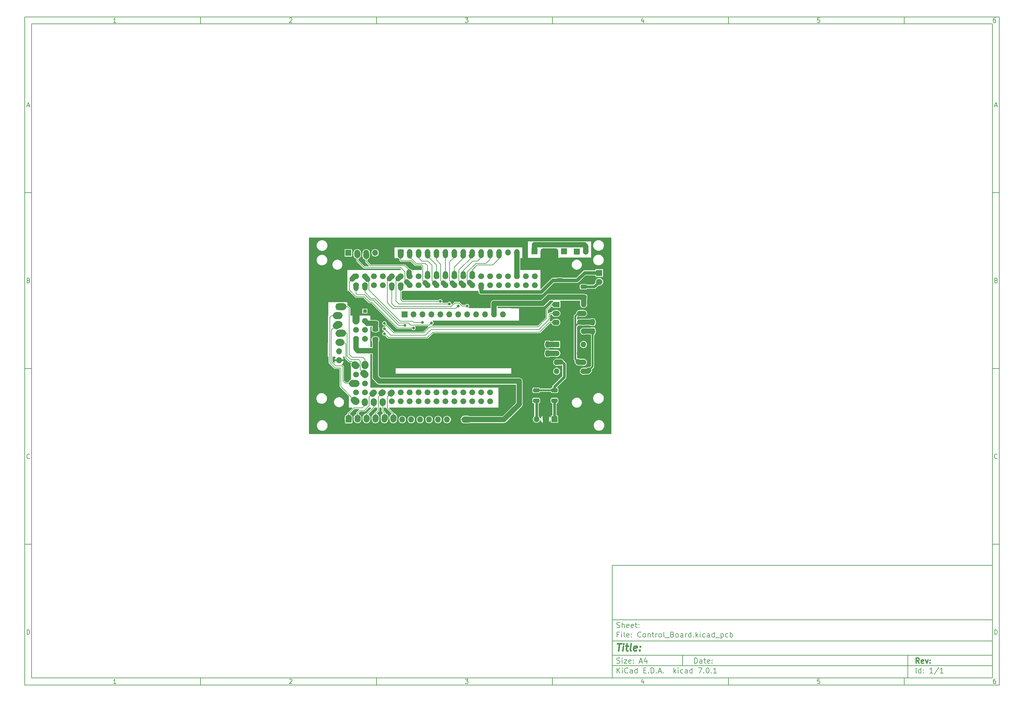
<source format=gbr>
%TF.GenerationSoftware,KiCad,Pcbnew,7.0.1*%
%TF.CreationDate,2023-09-27T13:27:15+00:00*%
%TF.ProjectId,Control_Board,436f6e74-726f-46c5-9f42-6f6172642e6b,rev?*%
%TF.SameCoordinates,Original*%
%TF.FileFunction,Copper,L1,Top*%
%TF.FilePolarity,Positive*%
%FSLAX45Y45*%
G04 Gerber Fmt 4.5, Leading zero omitted, Abs format (unit mm)*
G04 Created by KiCad (PCBNEW 7.0.1) date 2023-09-27 13:27:15*
%MOMM*%
%LPD*%
G01*
G04 APERTURE LIST*
G04 Aperture macros list*
%AMRoundRect*
0 Rectangle with rounded corners*
0 $1 Rounding radius*
0 $2 $3 $4 $5 $6 $7 $8 $9 X,Y pos of 4 corners*
0 Add a 4 corners polygon primitive as box body*
4,1,4,$2,$3,$4,$5,$6,$7,$8,$9,$2,$3,0*
0 Add four circle primitives for the rounded corners*
1,1,$1+$1,$2,$3*
1,1,$1+$1,$4,$5*
1,1,$1+$1,$6,$7*
1,1,$1+$1,$8,$9*
0 Add four rect primitives between the rounded corners*
20,1,$1+$1,$2,$3,$4,$5,0*
20,1,$1+$1,$4,$5,$6,$7,0*
20,1,$1+$1,$6,$7,$8,$9,0*
20,1,$1+$1,$8,$9,$2,$3,0*%
G04 Aperture macros list end*
%ADD10C,0.100000*%
%ADD11C,0.150000*%
%ADD12C,0.300000*%
%ADD13C,0.400000*%
%TA.AperFunction,ComponentPad*%
%ADD14R,1.600000X1.600000*%
%TD*%
%TA.AperFunction,ComponentPad*%
%ADD15O,1.600000X1.600000*%
%TD*%
%TA.AperFunction,SMDPad,CuDef*%
%ADD16RoundRect,0.250000X-0.625000X0.312500X-0.625000X-0.312500X0.625000X-0.312500X0.625000X0.312500X0*%
%TD*%
%TA.AperFunction,SMDPad,CuDef*%
%ADD17RoundRect,0.250000X0.325000X0.650000X-0.325000X0.650000X-0.325000X-0.650000X0.325000X-0.650000X0*%
%TD*%
%TA.AperFunction,SMDPad,CuDef*%
%ADD18RoundRect,0.250000X-0.325000X-0.650000X0.325000X-0.650000X0.325000X0.650000X-0.325000X0.650000X0*%
%TD*%
%TA.AperFunction,ComponentPad*%
%ADD19R,1.800000X1.800000*%
%TD*%
%TA.AperFunction,ComponentPad*%
%ADD20C,1.800000*%
%TD*%
%TA.AperFunction,SMDPad,CuDef*%
%ADD21RoundRect,0.250000X0.625000X-0.312500X0.625000X0.312500X-0.625000X0.312500X-0.625000X-0.312500X0*%
%TD*%
%TA.AperFunction,SMDPad,CuDef*%
%ADD22RoundRect,0.250000X-0.312500X-0.625000X0.312500X-0.625000X0.312500X0.625000X-0.312500X0.625000X0*%
%TD*%
%TA.AperFunction,ComponentPad*%
%ADD23R,1.700000X1.700000*%
%TD*%
%TA.AperFunction,ComponentPad*%
%ADD24O,1.700000X1.700000*%
%TD*%
%TA.AperFunction,SMDPad,CuDef*%
%ADD25RoundRect,0.250000X0.650000X-0.325000X0.650000X0.325000X-0.650000X0.325000X-0.650000X-0.325000X0*%
%TD*%
%TA.AperFunction,ComponentPad*%
%ADD26R,1.000000X1.000000*%
%TD*%
%TA.AperFunction,ComponentPad*%
%ADD27O,1.000000X1.000000*%
%TD*%
%TA.AperFunction,ComponentPad*%
%ADD28C,1.676400*%
%TD*%
%TA.AperFunction,ViaPad*%
%ADD29C,0.800000*%
%TD*%
%TA.AperFunction,Conductor*%
%ADD30C,1.500000*%
%TD*%
%TA.AperFunction,Conductor*%
%ADD31C,1.800000*%
%TD*%
%TA.AperFunction,Conductor*%
%ADD32C,0.800000*%
%TD*%
%TA.AperFunction,Conductor*%
%ADD33C,1.000000*%
%TD*%
%TA.AperFunction,Conductor*%
%ADD34C,2.000000*%
%TD*%
%TA.AperFunction,Conductor*%
%ADD35C,2.500000*%
%TD*%
%TA.AperFunction,Conductor*%
%ADD36C,0.200000*%
%TD*%
%TA.AperFunction,Conductor*%
%ADD37C,0.500000*%
%TD*%
G04 APERTURE END LIST*
D10*
D11*
X17700220Y-16600720D02*
X28500220Y-16600720D01*
X28500220Y-19800720D01*
X17700220Y-19800720D01*
X17700220Y-16600720D01*
D10*
D11*
X1000000Y-1000000D02*
X28700220Y-1000000D01*
X28700220Y-20000720D01*
X1000000Y-20000720D01*
X1000000Y-1000000D01*
D10*
D11*
X1200000Y-1200000D02*
X28500220Y-1200000D01*
X28500220Y-19800720D01*
X1200000Y-19800720D01*
X1200000Y-1200000D01*
D10*
D11*
X6000000Y-1200000D02*
X6000000Y-1000000D01*
D10*
D11*
X11000000Y-1200000D02*
X11000000Y-1000000D01*
D10*
D11*
X16000000Y-1200000D02*
X16000000Y-1000000D01*
D10*
D11*
X21000000Y-1200000D02*
X21000000Y-1000000D01*
D10*
D11*
X26000000Y-1200000D02*
X26000000Y-1000000D01*
D10*
D11*
X3599048Y-1160140D02*
X3524762Y-1160140D01*
X3561905Y-1160140D02*
X3561905Y-1030140D01*
X3561905Y-1030140D02*
X3549524Y-1048712D01*
X3549524Y-1048712D02*
X3537143Y-1061093D01*
X3537143Y-1061093D02*
X3524762Y-1067283D01*
D10*
D11*
X8524762Y-1042521D02*
X8530952Y-1036331D01*
X8530952Y-1036331D02*
X8543333Y-1030140D01*
X8543333Y-1030140D02*
X8574286Y-1030140D01*
X8574286Y-1030140D02*
X8586667Y-1036331D01*
X8586667Y-1036331D02*
X8592857Y-1042521D01*
X8592857Y-1042521D02*
X8599048Y-1054902D01*
X8599048Y-1054902D02*
X8599048Y-1067283D01*
X8599048Y-1067283D02*
X8592857Y-1085855D01*
X8592857Y-1085855D02*
X8518571Y-1160140D01*
X8518571Y-1160140D02*
X8599048Y-1160140D01*
D10*
D11*
X13518571Y-1030140D02*
X13599048Y-1030140D01*
X13599048Y-1030140D02*
X13555714Y-1079664D01*
X13555714Y-1079664D02*
X13574286Y-1079664D01*
X13574286Y-1079664D02*
X13586667Y-1085855D01*
X13586667Y-1085855D02*
X13592857Y-1092045D01*
X13592857Y-1092045D02*
X13599048Y-1104426D01*
X13599048Y-1104426D02*
X13599048Y-1135379D01*
X13599048Y-1135379D02*
X13592857Y-1147760D01*
X13592857Y-1147760D02*
X13586667Y-1153950D01*
X13586667Y-1153950D02*
X13574286Y-1160140D01*
X13574286Y-1160140D02*
X13537143Y-1160140D01*
X13537143Y-1160140D02*
X13524762Y-1153950D01*
X13524762Y-1153950D02*
X13518571Y-1147760D01*
D10*
D11*
X18586667Y-1073474D02*
X18586667Y-1160140D01*
X18555714Y-1023950D02*
X18524762Y-1116807D01*
X18524762Y-1116807D02*
X18605238Y-1116807D01*
D10*
D11*
X23592857Y-1030140D02*
X23530952Y-1030140D01*
X23530952Y-1030140D02*
X23524762Y-1092045D01*
X23524762Y-1092045D02*
X23530952Y-1085855D01*
X23530952Y-1085855D02*
X23543333Y-1079664D01*
X23543333Y-1079664D02*
X23574286Y-1079664D01*
X23574286Y-1079664D02*
X23586667Y-1085855D01*
X23586667Y-1085855D02*
X23592857Y-1092045D01*
X23592857Y-1092045D02*
X23599048Y-1104426D01*
X23599048Y-1104426D02*
X23599048Y-1135379D01*
X23599048Y-1135379D02*
X23592857Y-1147760D01*
X23592857Y-1147760D02*
X23586667Y-1153950D01*
X23586667Y-1153950D02*
X23574286Y-1160140D01*
X23574286Y-1160140D02*
X23543333Y-1160140D01*
X23543333Y-1160140D02*
X23530952Y-1153950D01*
X23530952Y-1153950D02*
X23524762Y-1147760D01*
D10*
D11*
X28586667Y-1030140D02*
X28561905Y-1030140D01*
X28561905Y-1030140D02*
X28549524Y-1036331D01*
X28549524Y-1036331D02*
X28543333Y-1042521D01*
X28543333Y-1042521D02*
X28530952Y-1061093D01*
X28530952Y-1061093D02*
X28524762Y-1085855D01*
X28524762Y-1085855D02*
X28524762Y-1135379D01*
X28524762Y-1135379D02*
X28530952Y-1147760D01*
X28530952Y-1147760D02*
X28537143Y-1153950D01*
X28537143Y-1153950D02*
X28549524Y-1160140D01*
X28549524Y-1160140D02*
X28574286Y-1160140D01*
X28574286Y-1160140D02*
X28586667Y-1153950D01*
X28586667Y-1153950D02*
X28592857Y-1147760D01*
X28592857Y-1147760D02*
X28599048Y-1135379D01*
X28599048Y-1135379D02*
X28599048Y-1104426D01*
X28599048Y-1104426D02*
X28592857Y-1092045D01*
X28592857Y-1092045D02*
X28586667Y-1085855D01*
X28586667Y-1085855D02*
X28574286Y-1079664D01*
X28574286Y-1079664D02*
X28549524Y-1079664D01*
X28549524Y-1079664D02*
X28537143Y-1085855D01*
X28537143Y-1085855D02*
X28530952Y-1092045D01*
X28530952Y-1092045D02*
X28524762Y-1104426D01*
D10*
D11*
X6000000Y-19800720D02*
X6000000Y-20000720D01*
D10*
D11*
X11000000Y-19800720D02*
X11000000Y-20000720D01*
D10*
D11*
X16000000Y-19800720D02*
X16000000Y-20000720D01*
D10*
D11*
X21000000Y-19800720D02*
X21000000Y-20000720D01*
D10*
D11*
X26000000Y-19800720D02*
X26000000Y-20000720D01*
D10*
D11*
X3599048Y-19960860D02*
X3524762Y-19960860D01*
X3561905Y-19960860D02*
X3561905Y-19830860D01*
X3561905Y-19830860D02*
X3549524Y-19849432D01*
X3549524Y-19849432D02*
X3537143Y-19861813D01*
X3537143Y-19861813D02*
X3524762Y-19868003D01*
D10*
D11*
X8524762Y-19843241D02*
X8530952Y-19837051D01*
X8530952Y-19837051D02*
X8543333Y-19830860D01*
X8543333Y-19830860D02*
X8574286Y-19830860D01*
X8574286Y-19830860D02*
X8586667Y-19837051D01*
X8586667Y-19837051D02*
X8592857Y-19843241D01*
X8592857Y-19843241D02*
X8599048Y-19855622D01*
X8599048Y-19855622D02*
X8599048Y-19868003D01*
X8599048Y-19868003D02*
X8592857Y-19886575D01*
X8592857Y-19886575D02*
X8518571Y-19960860D01*
X8518571Y-19960860D02*
X8599048Y-19960860D01*
D10*
D11*
X13518571Y-19830860D02*
X13599048Y-19830860D01*
X13599048Y-19830860D02*
X13555714Y-19880384D01*
X13555714Y-19880384D02*
X13574286Y-19880384D01*
X13574286Y-19880384D02*
X13586667Y-19886575D01*
X13586667Y-19886575D02*
X13592857Y-19892765D01*
X13592857Y-19892765D02*
X13599048Y-19905146D01*
X13599048Y-19905146D02*
X13599048Y-19936099D01*
X13599048Y-19936099D02*
X13592857Y-19948480D01*
X13592857Y-19948480D02*
X13586667Y-19954670D01*
X13586667Y-19954670D02*
X13574286Y-19960860D01*
X13574286Y-19960860D02*
X13537143Y-19960860D01*
X13537143Y-19960860D02*
X13524762Y-19954670D01*
X13524762Y-19954670D02*
X13518571Y-19948480D01*
D10*
D11*
X18586667Y-19874194D02*
X18586667Y-19960860D01*
X18555714Y-19824670D02*
X18524762Y-19917527D01*
X18524762Y-19917527D02*
X18605238Y-19917527D01*
D10*
D11*
X23592857Y-19830860D02*
X23530952Y-19830860D01*
X23530952Y-19830860D02*
X23524762Y-19892765D01*
X23524762Y-19892765D02*
X23530952Y-19886575D01*
X23530952Y-19886575D02*
X23543333Y-19880384D01*
X23543333Y-19880384D02*
X23574286Y-19880384D01*
X23574286Y-19880384D02*
X23586667Y-19886575D01*
X23586667Y-19886575D02*
X23592857Y-19892765D01*
X23592857Y-19892765D02*
X23599048Y-19905146D01*
X23599048Y-19905146D02*
X23599048Y-19936099D01*
X23599048Y-19936099D02*
X23592857Y-19948480D01*
X23592857Y-19948480D02*
X23586667Y-19954670D01*
X23586667Y-19954670D02*
X23574286Y-19960860D01*
X23574286Y-19960860D02*
X23543333Y-19960860D01*
X23543333Y-19960860D02*
X23530952Y-19954670D01*
X23530952Y-19954670D02*
X23524762Y-19948480D01*
D10*
D11*
X28586667Y-19830860D02*
X28561905Y-19830860D01*
X28561905Y-19830860D02*
X28549524Y-19837051D01*
X28549524Y-19837051D02*
X28543333Y-19843241D01*
X28543333Y-19843241D02*
X28530952Y-19861813D01*
X28530952Y-19861813D02*
X28524762Y-19886575D01*
X28524762Y-19886575D02*
X28524762Y-19936099D01*
X28524762Y-19936099D02*
X28530952Y-19948480D01*
X28530952Y-19948480D02*
X28537143Y-19954670D01*
X28537143Y-19954670D02*
X28549524Y-19960860D01*
X28549524Y-19960860D02*
X28574286Y-19960860D01*
X28574286Y-19960860D02*
X28586667Y-19954670D01*
X28586667Y-19954670D02*
X28592857Y-19948480D01*
X28592857Y-19948480D02*
X28599048Y-19936099D01*
X28599048Y-19936099D02*
X28599048Y-19905146D01*
X28599048Y-19905146D02*
X28592857Y-19892765D01*
X28592857Y-19892765D02*
X28586667Y-19886575D01*
X28586667Y-19886575D02*
X28574286Y-19880384D01*
X28574286Y-19880384D02*
X28549524Y-19880384D01*
X28549524Y-19880384D02*
X28537143Y-19886575D01*
X28537143Y-19886575D02*
X28530952Y-19892765D01*
X28530952Y-19892765D02*
X28524762Y-19905146D01*
D10*
D11*
X1000000Y-6000000D02*
X1200000Y-6000000D01*
D10*
D11*
X1000000Y-11000000D02*
X1200000Y-11000000D01*
D10*
D11*
X1000000Y-16000000D02*
X1200000Y-16000000D01*
D10*
D11*
X1069048Y-3522998D02*
X1130952Y-3522998D01*
X1056667Y-3560140D02*
X1100000Y-3430140D01*
X1100000Y-3430140D02*
X1143333Y-3560140D01*
D10*
D11*
X1109286Y-8492045D02*
X1127857Y-8498236D01*
X1127857Y-8498236D02*
X1134048Y-8504426D01*
X1134048Y-8504426D02*
X1140238Y-8516807D01*
X1140238Y-8516807D02*
X1140238Y-8535379D01*
X1140238Y-8535379D02*
X1134048Y-8547760D01*
X1134048Y-8547760D02*
X1127857Y-8553950D01*
X1127857Y-8553950D02*
X1115476Y-8560140D01*
X1115476Y-8560140D02*
X1065952Y-8560140D01*
X1065952Y-8560140D02*
X1065952Y-8430140D01*
X1065952Y-8430140D02*
X1109286Y-8430140D01*
X1109286Y-8430140D02*
X1121667Y-8436331D01*
X1121667Y-8436331D02*
X1127857Y-8442521D01*
X1127857Y-8442521D02*
X1134048Y-8454902D01*
X1134048Y-8454902D02*
X1134048Y-8467283D01*
X1134048Y-8467283D02*
X1127857Y-8479664D01*
X1127857Y-8479664D02*
X1121667Y-8485855D01*
X1121667Y-8485855D02*
X1109286Y-8492045D01*
X1109286Y-8492045D02*
X1065952Y-8492045D01*
D10*
D11*
X1140238Y-13547759D02*
X1134048Y-13553950D01*
X1134048Y-13553950D02*
X1115476Y-13560140D01*
X1115476Y-13560140D02*
X1103095Y-13560140D01*
X1103095Y-13560140D02*
X1084524Y-13553950D01*
X1084524Y-13553950D02*
X1072143Y-13541569D01*
X1072143Y-13541569D02*
X1065952Y-13529188D01*
X1065952Y-13529188D02*
X1059762Y-13504426D01*
X1059762Y-13504426D02*
X1059762Y-13485855D01*
X1059762Y-13485855D02*
X1065952Y-13461093D01*
X1065952Y-13461093D02*
X1072143Y-13448712D01*
X1072143Y-13448712D02*
X1084524Y-13436331D01*
X1084524Y-13436331D02*
X1103095Y-13430140D01*
X1103095Y-13430140D02*
X1115476Y-13430140D01*
X1115476Y-13430140D02*
X1134048Y-13436331D01*
X1134048Y-13436331D02*
X1140238Y-13442521D01*
D10*
D11*
X1065952Y-18560140D02*
X1065952Y-18430140D01*
X1065952Y-18430140D02*
X1096905Y-18430140D01*
X1096905Y-18430140D02*
X1115476Y-18436331D01*
X1115476Y-18436331D02*
X1127857Y-18448712D01*
X1127857Y-18448712D02*
X1134048Y-18461093D01*
X1134048Y-18461093D02*
X1140238Y-18485855D01*
X1140238Y-18485855D02*
X1140238Y-18504426D01*
X1140238Y-18504426D02*
X1134048Y-18529188D01*
X1134048Y-18529188D02*
X1127857Y-18541569D01*
X1127857Y-18541569D02*
X1115476Y-18553950D01*
X1115476Y-18553950D02*
X1096905Y-18560140D01*
X1096905Y-18560140D02*
X1065952Y-18560140D01*
D10*
D11*
X28700220Y-6000000D02*
X28500220Y-6000000D01*
D10*
D11*
X28700220Y-11000000D02*
X28500220Y-11000000D01*
D10*
D11*
X28700220Y-16000000D02*
X28500220Y-16000000D01*
D10*
D11*
X28569268Y-3522998D02*
X28631172Y-3522998D01*
X28556887Y-3560140D02*
X28600220Y-3430140D01*
X28600220Y-3430140D02*
X28643553Y-3560140D01*
D10*
D11*
X28609506Y-8492045D02*
X28628077Y-8498236D01*
X28628077Y-8498236D02*
X28634268Y-8504426D01*
X28634268Y-8504426D02*
X28640458Y-8516807D01*
X28640458Y-8516807D02*
X28640458Y-8535379D01*
X28640458Y-8535379D02*
X28634268Y-8547760D01*
X28634268Y-8547760D02*
X28628077Y-8553950D01*
X28628077Y-8553950D02*
X28615696Y-8560140D01*
X28615696Y-8560140D02*
X28566172Y-8560140D01*
X28566172Y-8560140D02*
X28566172Y-8430140D01*
X28566172Y-8430140D02*
X28609506Y-8430140D01*
X28609506Y-8430140D02*
X28621887Y-8436331D01*
X28621887Y-8436331D02*
X28628077Y-8442521D01*
X28628077Y-8442521D02*
X28634268Y-8454902D01*
X28634268Y-8454902D02*
X28634268Y-8467283D01*
X28634268Y-8467283D02*
X28628077Y-8479664D01*
X28628077Y-8479664D02*
X28621887Y-8485855D01*
X28621887Y-8485855D02*
X28609506Y-8492045D01*
X28609506Y-8492045D02*
X28566172Y-8492045D01*
D10*
D11*
X28640458Y-13547759D02*
X28634268Y-13553950D01*
X28634268Y-13553950D02*
X28615696Y-13560140D01*
X28615696Y-13560140D02*
X28603315Y-13560140D01*
X28603315Y-13560140D02*
X28584744Y-13553950D01*
X28584744Y-13553950D02*
X28572363Y-13541569D01*
X28572363Y-13541569D02*
X28566172Y-13529188D01*
X28566172Y-13529188D02*
X28559982Y-13504426D01*
X28559982Y-13504426D02*
X28559982Y-13485855D01*
X28559982Y-13485855D02*
X28566172Y-13461093D01*
X28566172Y-13461093D02*
X28572363Y-13448712D01*
X28572363Y-13448712D02*
X28584744Y-13436331D01*
X28584744Y-13436331D02*
X28603315Y-13430140D01*
X28603315Y-13430140D02*
X28615696Y-13430140D01*
X28615696Y-13430140D02*
X28634268Y-13436331D01*
X28634268Y-13436331D02*
X28640458Y-13442521D01*
D10*
D11*
X28566172Y-18560140D02*
X28566172Y-18430140D01*
X28566172Y-18430140D02*
X28597125Y-18430140D01*
X28597125Y-18430140D02*
X28615696Y-18436331D01*
X28615696Y-18436331D02*
X28628077Y-18448712D01*
X28628077Y-18448712D02*
X28634268Y-18461093D01*
X28634268Y-18461093D02*
X28640458Y-18485855D01*
X28640458Y-18485855D02*
X28640458Y-18504426D01*
X28640458Y-18504426D02*
X28634268Y-18529188D01*
X28634268Y-18529188D02*
X28628077Y-18541569D01*
X28628077Y-18541569D02*
X28615696Y-18553950D01*
X28615696Y-18553950D02*
X28597125Y-18560140D01*
X28597125Y-18560140D02*
X28566172Y-18560140D01*
D10*
D11*
X20035934Y-19380113D02*
X20035934Y-19230113D01*
X20035934Y-19230113D02*
X20071649Y-19230113D01*
X20071649Y-19230113D02*
X20093077Y-19237256D01*
X20093077Y-19237256D02*
X20107363Y-19251541D01*
X20107363Y-19251541D02*
X20114506Y-19265827D01*
X20114506Y-19265827D02*
X20121649Y-19294399D01*
X20121649Y-19294399D02*
X20121649Y-19315827D01*
X20121649Y-19315827D02*
X20114506Y-19344399D01*
X20114506Y-19344399D02*
X20107363Y-19358684D01*
X20107363Y-19358684D02*
X20093077Y-19372970D01*
X20093077Y-19372970D02*
X20071649Y-19380113D01*
X20071649Y-19380113D02*
X20035934Y-19380113D01*
X20250220Y-19380113D02*
X20250220Y-19301541D01*
X20250220Y-19301541D02*
X20243077Y-19287256D01*
X20243077Y-19287256D02*
X20228791Y-19280113D01*
X20228791Y-19280113D02*
X20200220Y-19280113D01*
X20200220Y-19280113D02*
X20185934Y-19287256D01*
X20250220Y-19372970D02*
X20235934Y-19380113D01*
X20235934Y-19380113D02*
X20200220Y-19380113D01*
X20200220Y-19380113D02*
X20185934Y-19372970D01*
X20185934Y-19372970D02*
X20178791Y-19358684D01*
X20178791Y-19358684D02*
X20178791Y-19344399D01*
X20178791Y-19344399D02*
X20185934Y-19330113D01*
X20185934Y-19330113D02*
X20200220Y-19322970D01*
X20200220Y-19322970D02*
X20235934Y-19322970D01*
X20235934Y-19322970D02*
X20250220Y-19315827D01*
X20300220Y-19280113D02*
X20357363Y-19280113D01*
X20321649Y-19230113D02*
X20321649Y-19358684D01*
X20321649Y-19358684D02*
X20328791Y-19372970D01*
X20328791Y-19372970D02*
X20343077Y-19380113D01*
X20343077Y-19380113D02*
X20357363Y-19380113D01*
X20464506Y-19372970D02*
X20450220Y-19380113D01*
X20450220Y-19380113D02*
X20421649Y-19380113D01*
X20421649Y-19380113D02*
X20407363Y-19372970D01*
X20407363Y-19372970D02*
X20400220Y-19358684D01*
X20400220Y-19358684D02*
X20400220Y-19301541D01*
X20400220Y-19301541D02*
X20407363Y-19287256D01*
X20407363Y-19287256D02*
X20421649Y-19280113D01*
X20421649Y-19280113D02*
X20450220Y-19280113D01*
X20450220Y-19280113D02*
X20464506Y-19287256D01*
X20464506Y-19287256D02*
X20471649Y-19301541D01*
X20471649Y-19301541D02*
X20471649Y-19315827D01*
X20471649Y-19315827D02*
X20400220Y-19330113D01*
X20535934Y-19365827D02*
X20543077Y-19372970D01*
X20543077Y-19372970D02*
X20535934Y-19380113D01*
X20535934Y-19380113D02*
X20528791Y-19372970D01*
X20528791Y-19372970D02*
X20535934Y-19365827D01*
X20535934Y-19365827D02*
X20535934Y-19380113D01*
X20535934Y-19287256D02*
X20543077Y-19294399D01*
X20543077Y-19294399D02*
X20535934Y-19301541D01*
X20535934Y-19301541D02*
X20528791Y-19294399D01*
X20528791Y-19294399D02*
X20535934Y-19287256D01*
X20535934Y-19287256D02*
X20535934Y-19301541D01*
D10*
D11*
X17700220Y-19450720D02*
X28500220Y-19450720D01*
D10*
D11*
X17835934Y-19660113D02*
X17835934Y-19510113D01*
X17921649Y-19660113D02*
X17857363Y-19574399D01*
X17921649Y-19510113D02*
X17835934Y-19595827D01*
X17985934Y-19660113D02*
X17985934Y-19560113D01*
X17985934Y-19510113D02*
X17978791Y-19517256D01*
X17978791Y-19517256D02*
X17985934Y-19524399D01*
X17985934Y-19524399D02*
X17993077Y-19517256D01*
X17993077Y-19517256D02*
X17985934Y-19510113D01*
X17985934Y-19510113D02*
X17985934Y-19524399D01*
X18143077Y-19645827D02*
X18135934Y-19652970D01*
X18135934Y-19652970D02*
X18114506Y-19660113D01*
X18114506Y-19660113D02*
X18100220Y-19660113D01*
X18100220Y-19660113D02*
X18078791Y-19652970D01*
X18078791Y-19652970D02*
X18064506Y-19638684D01*
X18064506Y-19638684D02*
X18057363Y-19624399D01*
X18057363Y-19624399D02*
X18050220Y-19595827D01*
X18050220Y-19595827D02*
X18050220Y-19574399D01*
X18050220Y-19574399D02*
X18057363Y-19545827D01*
X18057363Y-19545827D02*
X18064506Y-19531541D01*
X18064506Y-19531541D02*
X18078791Y-19517256D01*
X18078791Y-19517256D02*
X18100220Y-19510113D01*
X18100220Y-19510113D02*
X18114506Y-19510113D01*
X18114506Y-19510113D02*
X18135934Y-19517256D01*
X18135934Y-19517256D02*
X18143077Y-19524399D01*
X18271649Y-19660113D02*
X18271649Y-19581541D01*
X18271649Y-19581541D02*
X18264506Y-19567256D01*
X18264506Y-19567256D02*
X18250220Y-19560113D01*
X18250220Y-19560113D02*
X18221649Y-19560113D01*
X18221649Y-19560113D02*
X18207363Y-19567256D01*
X18271649Y-19652970D02*
X18257363Y-19660113D01*
X18257363Y-19660113D02*
X18221649Y-19660113D01*
X18221649Y-19660113D02*
X18207363Y-19652970D01*
X18207363Y-19652970D02*
X18200220Y-19638684D01*
X18200220Y-19638684D02*
X18200220Y-19624399D01*
X18200220Y-19624399D02*
X18207363Y-19610113D01*
X18207363Y-19610113D02*
X18221649Y-19602970D01*
X18221649Y-19602970D02*
X18257363Y-19602970D01*
X18257363Y-19602970D02*
X18271649Y-19595827D01*
X18407363Y-19660113D02*
X18407363Y-19510113D01*
X18407363Y-19652970D02*
X18393077Y-19660113D01*
X18393077Y-19660113D02*
X18364506Y-19660113D01*
X18364506Y-19660113D02*
X18350220Y-19652970D01*
X18350220Y-19652970D02*
X18343077Y-19645827D01*
X18343077Y-19645827D02*
X18335934Y-19631541D01*
X18335934Y-19631541D02*
X18335934Y-19588684D01*
X18335934Y-19588684D02*
X18343077Y-19574399D01*
X18343077Y-19574399D02*
X18350220Y-19567256D01*
X18350220Y-19567256D02*
X18364506Y-19560113D01*
X18364506Y-19560113D02*
X18393077Y-19560113D01*
X18393077Y-19560113D02*
X18407363Y-19567256D01*
X18593077Y-19581541D02*
X18643077Y-19581541D01*
X18664506Y-19660113D02*
X18593077Y-19660113D01*
X18593077Y-19660113D02*
X18593077Y-19510113D01*
X18593077Y-19510113D02*
X18664506Y-19510113D01*
X18728791Y-19645827D02*
X18735934Y-19652970D01*
X18735934Y-19652970D02*
X18728791Y-19660113D01*
X18728791Y-19660113D02*
X18721649Y-19652970D01*
X18721649Y-19652970D02*
X18728791Y-19645827D01*
X18728791Y-19645827D02*
X18728791Y-19660113D01*
X18800220Y-19660113D02*
X18800220Y-19510113D01*
X18800220Y-19510113D02*
X18835934Y-19510113D01*
X18835934Y-19510113D02*
X18857363Y-19517256D01*
X18857363Y-19517256D02*
X18871649Y-19531541D01*
X18871649Y-19531541D02*
X18878792Y-19545827D01*
X18878792Y-19545827D02*
X18885934Y-19574399D01*
X18885934Y-19574399D02*
X18885934Y-19595827D01*
X18885934Y-19595827D02*
X18878792Y-19624399D01*
X18878792Y-19624399D02*
X18871649Y-19638684D01*
X18871649Y-19638684D02*
X18857363Y-19652970D01*
X18857363Y-19652970D02*
X18835934Y-19660113D01*
X18835934Y-19660113D02*
X18800220Y-19660113D01*
X18950220Y-19645827D02*
X18957363Y-19652970D01*
X18957363Y-19652970D02*
X18950220Y-19660113D01*
X18950220Y-19660113D02*
X18943077Y-19652970D01*
X18943077Y-19652970D02*
X18950220Y-19645827D01*
X18950220Y-19645827D02*
X18950220Y-19660113D01*
X19014506Y-19617256D02*
X19085934Y-19617256D01*
X19000220Y-19660113D02*
X19050220Y-19510113D01*
X19050220Y-19510113D02*
X19100220Y-19660113D01*
X19150220Y-19645827D02*
X19157363Y-19652970D01*
X19157363Y-19652970D02*
X19150220Y-19660113D01*
X19150220Y-19660113D02*
X19143077Y-19652970D01*
X19143077Y-19652970D02*
X19150220Y-19645827D01*
X19150220Y-19645827D02*
X19150220Y-19660113D01*
X19450220Y-19660113D02*
X19450220Y-19510113D01*
X19464506Y-19602970D02*
X19507363Y-19660113D01*
X19507363Y-19560113D02*
X19450220Y-19617256D01*
X19571649Y-19660113D02*
X19571649Y-19560113D01*
X19571649Y-19510113D02*
X19564506Y-19517256D01*
X19564506Y-19517256D02*
X19571649Y-19524399D01*
X19571649Y-19524399D02*
X19578792Y-19517256D01*
X19578792Y-19517256D02*
X19571649Y-19510113D01*
X19571649Y-19510113D02*
X19571649Y-19524399D01*
X19707363Y-19652970D02*
X19693077Y-19660113D01*
X19693077Y-19660113D02*
X19664506Y-19660113D01*
X19664506Y-19660113D02*
X19650220Y-19652970D01*
X19650220Y-19652970D02*
X19643077Y-19645827D01*
X19643077Y-19645827D02*
X19635934Y-19631541D01*
X19635934Y-19631541D02*
X19635934Y-19588684D01*
X19635934Y-19588684D02*
X19643077Y-19574399D01*
X19643077Y-19574399D02*
X19650220Y-19567256D01*
X19650220Y-19567256D02*
X19664506Y-19560113D01*
X19664506Y-19560113D02*
X19693077Y-19560113D01*
X19693077Y-19560113D02*
X19707363Y-19567256D01*
X19835934Y-19660113D02*
X19835934Y-19581541D01*
X19835934Y-19581541D02*
X19828792Y-19567256D01*
X19828792Y-19567256D02*
X19814506Y-19560113D01*
X19814506Y-19560113D02*
X19785934Y-19560113D01*
X19785934Y-19560113D02*
X19771649Y-19567256D01*
X19835934Y-19652970D02*
X19821649Y-19660113D01*
X19821649Y-19660113D02*
X19785934Y-19660113D01*
X19785934Y-19660113D02*
X19771649Y-19652970D01*
X19771649Y-19652970D02*
X19764506Y-19638684D01*
X19764506Y-19638684D02*
X19764506Y-19624399D01*
X19764506Y-19624399D02*
X19771649Y-19610113D01*
X19771649Y-19610113D02*
X19785934Y-19602970D01*
X19785934Y-19602970D02*
X19821649Y-19602970D01*
X19821649Y-19602970D02*
X19835934Y-19595827D01*
X19971649Y-19660113D02*
X19971649Y-19510113D01*
X19971649Y-19652970D02*
X19957363Y-19660113D01*
X19957363Y-19660113D02*
X19928792Y-19660113D01*
X19928792Y-19660113D02*
X19914506Y-19652970D01*
X19914506Y-19652970D02*
X19907363Y-19645827D01*
X19907363Y-19645827D02*
X19900220Y-19631541D01*
X19900220Y-19631541D02*
X19900220Y-19588684D01*
X19900220Y-19588684D02*
X19907363Y-19574399D01*
X19907363Y-19574399D02*
X19914506Y-19567256D01*
X19914506Y-19567256D02*
X19928792Y-19560113D01*
X19928792Y-19560113D02*
X19957363Y-19560113D01*
X19957363Y-19560113D02*
X19971649Y-19567256D01*
X20143077Y-19510113D02*
X20243077Y-19510113D01*
X20243077Y-19510113D02*
X20178792Y-19660113D01*
X20300220Y-19645827D02*
X20307363Y-19652970D01*
X20307363Y-19652970D02*
X20300220Y-19660113D01*
X20300220Y-19660113D02*
X20293077Y-19652970D01*
X20293077Y-19652970D02*
X20300220Y-19645827D01*
X20300220Y-19645827D02*
X20300220Y-19660113D01*
X20400220Y-19510113D02*
X20414506Y-19510113D01*
X20414506Y-19510113D02*
X20428792Y-19517256D01*
X20428792Y-19517256D02*
X20435934Y-19524399D01*
X20435934Y-19524399D02*
X20443077Y-19538684D01*
X20443077Y-19538684D02*
X20450220Y-19567256D01*
X20450220Y-19567256D02*
X20450220Y-19602970D01*
X20450220Y-19602970D02*
X20443077Y-19631541D01*
X20443077Y-19631541D02*
X20435934Y-19645827D01*
X20435934Y-19645827D02*
X20428792Y-19652970D01*
X20428792Y-19652970D02*
X20414506Y-19660113D01*
X20414506Y-19660113D02*
X20400220Y-19660113D01*
X20400220Y-19660113D02*
X20385934Y-19652970D01*
X20385934Y-19652970D02*
X20378792Y-19645827D01*
X20378792Y-19645827D02*
X20371649Y-19631541D01*
X20371649Y-19631541D02*
X20364506Y-19602970D01*
X20364506Y-19602970D02*
X20364506Y-19567256D01*
X20364506Y-19567256D02*
X20371649Y-19538684D01*
X20371649Y-19538684D02*
X20378792Y-19524399D01*
X20378792Y-19524399D02*
X20385934Y-19517256D01*
X20385934Y-19517256D02*
X20400220Y-19510113D01*
X20514506Y-19645827D02*
X20521649Y-19652970D01*
X20521649Y-19652970D02*
X20514506Y-19660113D01*
X20514506Y-19660113D02*
X20507363Y-19652970D01*
X20507363Y-19652970D02*
X20514506Y-19645827D01*
X20514506Y-19645827D02*
X20514506Y-19660113D01*
X20664506Y-19660113D02*
X20578792Y-19660113D01*
X20621649Y-19660113D02*
X20621649Y-19510113D01*
X20621649Y-19510113D02*
X20607363Y-19531541D01*
X20607363Y-19531541D02*
X20593077Y-19545827D01*
X20593077Y-19545827D02*
X20578792Y-19552970D01*
D10*
D11*
X17700220Y-19150720D02*
X28500220Y-19150720D01*
D10*
D12*
X26421648Y-19380113D02*
X26371648Y-19308684D01*
X26335934Y-19380113D02*
X26335934Y-19230113D01*
X26335934Y-19230113D02*
X26393077Y-19230113D01*
X26393077Y-19230113D02*
X26407363Y-19237256D01*
X26407363Y-19237256D02*
X26414506Y-19244399D01*
X26414506Y-19244399D02*
X26421648Y-19258684D01*
X26421648Y-19258684D02*
X26421648Y-19280113D01*
X26421648Y-19280113D02*
X26414506Y-19294399D01*
X26414506Y-19294399D02*
X26407363Y-19301541D01*
X26407363Y-19301541D02*
X26393077Y-19308684D01*
X26393077Y-19308684D02*
X26335934Y-19308684D01*
X26543077Y-19372970D02*
X26528791Y-19380113D01*
X26528791Y-19380113D02*
X26500220Y-19380113D01*
X26500220Y-19380113D02*
X26485934Y-19372970D01*
X26485934Y-19372970D02*
X26478791Y-19358684D01*
X26478791Y-19358684D02*
X26478791Y-19301541D01*
X26478791Y-19301541D02*
X26485934Y-19287256D01*
X26485934Y-19287256D02*
X26500220Y-19280113D01*
X26500220Y-19280113D02*
X26528791Y-19280113D01*
X26528791Y-19280113D02*
X26543077Y-19287256D01*
X26543077Y-19287256D02*
X26550220Y-19301541D01*
X26550220Y-19301541D02*
X26550220Y-19315827D01*
X26550220Y-19315827D02*
X26478791Y-19330113D01*
X26600220Y-19280113D02*
X26635934Y-19380113D01*
X26635934Y-19380113D02*
X26671648Y-19280113D01*
X26728791Y-19365827D02*
X26735934Y-19372970D01*
X26735934Y-19372970D02*
X26728791Y-19380113D01*
X26728791Y-19380113D02*
X26721648Y-19372970D01*
X26721648Y-19372970D02*
X26728791Y-19365827D01*
X26728791Y-19365827D02*
X26728791Y-19380113D01*
X26728791Y-19287256D02*
X26735934Y-19294399D01*
X26735934Y-19294399D02*
X26728791Y-19301541D01*
X26728791Y-19301541D02*
X26721648Y-19294399D01*
X26721648Y-19294399D02*
X26728791Y-19287256D01*
X26728791Y-19287256D02*
X26728791Y-19301541D01*
D10*
D11*
X17828791Y-19372970D02*
X17850220Y-19380113D01*
X17850220Y-19380113D02*
X17885934Y-19380113D01*
X17885934Y-19380113D02*
X17900220Y-19372970D01*
X17900220Y-19372970D02*
X17907363Y-19365827D01*
X17907363Y-19365827D02*
X17914506Y-19351541D01*
X17914506Y-19351541D02*
X17914506Y-19337256D01*
X17914506Y-19337256D02*
X17907363Y-19322970D01*
X17907363Y-19322970D02*
X17900220Y-19315827D01*
X17900220Y-19315827D02*
X17885934Y-19308684D01*
X17885934Y-19308684D02*
X17857363Y-19301541D01*
X17857363Y-19301541D02*
X17843077Y-19294399D01*
X17843077Y-19294399D02*
X17835934Y-19287256D01*
X17835934Y-19287256D02*
X17828791Y-19272970D01*
X17828791Y-19272970D02*
X17828791Y-19258684D01*
X17828791Y-19258684D02*
X17835934Y-19244399D01*
X17835934Y-19244399D02*
X17843077Y-19237256D01*
X17843077Y-19237256D02*
X17857363Y-19230113D01*
X17857363Y-19230113D02*
X17893077Y-19230113D01*
X17893077Y-19230113D02*
X17914506Y-19237256D01*
X17978791Y-19380113D02*
X17978791Y-19280113D01*
X17978791Y-19230113D02*
X17971649Y-19237256D01*
X17971649Y-19237256D02*
X17978791Y-19244399D01*
X17978791Y-19244399D02*
X17985934Y-19237256D01*
X17985934Y-19237256D02*
X17978791Y-19230113D01*
X17978791Y-19230113D02*
X17978791Y-19244399D01*
X18035934Y-19280113D02*
X18114506Y-19280113D01*
X18114506Y-19280113D02*
X18035934Y-19380113D01*
X18035934Y-19380113D02*
X18114506Y-19380113D01*
X18228791Y-19372970D02*
X18214506Y-19380113D01*
X18214506Y-19380113D02*
X18185934Y-19380113D01*
X18185934Y-19380113D02*
X18171649Y-19372970D01*
X18171649Y-19372970D02*
X18164506Y-19358684D01*
X18164506Y-19358684D02*
X18164506Y-19301541D01*
X18164506Y-19301541D02*
X18171649Y-19287256D01*
X18171649Y-19287256D02*
X18185934Y-19280113D01*
X18185934Y-19280113D02*
X18214506Y-19280113D01*
X18214506Y-19280113D02*
X18228791Y-19287256D01*
X18228791Y-19287256D02*
X18235934Y-19301541D01*
X18235934Y-19301541D02*
X18235934Y-19315827D01*
X18235934Y-19315827D02*
X18164506Y-19330113D01*
X18300220Y-19365827D02*
X18307363Y-19372970D01*
X18307363Y-19372970D02*
X18300220Y-19380113D01*
X18300220Y-19380113D02*
X18293077Y-19372970D01*
X18293077Y-19372970D02*
X18300220Y-19365827D01*
X18300220Y-19365827D02*
X18300220Y-19380113D01*
X18300220Y-19287256D02*
X18307363Y-19294399D01*
X18307363Y-19294399D02*
X18300220Y-19301541D01*
X18300220Y-19301541D02*
X18293077Y-19294399D01*
X18293077Y-19294399D02*
X18300220Y-19287256D01*
X18300220Y-19287256D02*
X18300220Y-19301541D01*
X18478791Y-19337256D02*
X18550220Y-19337256D01*
X18464506Y-19380113D02*
X18514506Y-19230113D01*
X18514506Y-19230113D02*
X18564506Y-19380113D01*
X18678791Y-19280113D02*
X18678791Y-19380113D01*
X18643077Y-19222970D02*
X18607363Y-19330113D01*
X18607363Y-19330113D02*
X18700220Y-19330113D01*
D10*
D11*
X26335934Y-19660113D02*
X26335934Y-19510113D01*
X26471649Y-19660113D02*
X26471649Y-19510113D01*
X26471649Y-19652970D02*
X26457363Y-19660113D01*
X26457363Y-19660113D02*
X26428791Y-19660113D01*
X26428791Y-19660113D02*
X26414506Y-19652970D01*
X26414506Y-19652970D02*
X26407363Y-19645827D01*
X26407363Y-19645827D02*
X26400220Y-19631541D01*
X26400220Y-19631541D02*
X26400220Y-19588684D01*
X26400220Y-19588684D02*
X26407363Y-19574399D01*
X26407363Y-19574399D02*
X26414506Y-19567256D01*
X26414506Y-19567256D02*
X26428791Y-19560113D01*
X26428791Y-19560113D02*
X26457363Y-19560113D01*
X26457363Y-19560113D02*
X26471649Y-19567256D01*
X26543077Y-19645827D02*
X26550220Y-19652970D01*
X26550220Y-19652970D02*
X26543077Y-19660113D01*
X26543077Y-19660113D02*
X26535934Y-19652970D01*
X26535934Y-19652970D02*
X26543077Y-19645827D01*
X26543077Y-19645827D02*
X26543077Y-19660113D01*
X26543077Y-19567256D02*
X26550220Y-19574399D01*
X26550220Y-19574399D02*
X26543077Y-19581541D01*
X26543077Y-19581541D02*
X26535934Y-19574399D01*
X26535934Y-19574399D02*
X26543077Y-19567256D01*
X26543077Y-19567256D02*
X26543077Y-19581541D01*
X26807363Y-19660113D02*
X26721649Y-19660113D01*
X26764506Y-19660113D02*
X26764506Y-19510113D01*
X26764506Y-19510113D02*
X26750220Y-19531541D01*
X26750220Y-19531541D02*
X26735934Y-19545827D01*
X26735934Y-19545827D02*
X26721649Y-19552970D01*
X26978791Y-19502970D02*
X26850220Y-19695827D01*
X27107363Y-19660113D02*
X27021649Y-19660113D01*
X27064506Y-19660113D02*
X27064506Y-19510113D01*
X27064506Y-19510113D02*
X27050220Y-19531541D01*
X27050220Y-19531541D02*
X27035934Y-19545827D01*
X27035934Y-19545827D02*
X27021649Y-19552970D01*
D10*
D11*
X17700220Y-18750720D02*
X28500220Y-18750720D01*
D10*
D13*
X17843077Y-18823244D02*
X17957363Y-18823244D01*
X17875220Y-19023244D02*
X17900220Y-18823244D01*
X17997839Y-19023244D02*
X18014506Y-18889910D01*
X18022839Y-18823244D02*
X18012125Y-18832768D01*
X18012125Y-18832768D02*
X18020458Y-18842291D01*
X18020458Y-18842291D02*
X18031172Y-18832768D01*
X18031172Y-18832768D02*
X18022839Y-18823244D01*
X18022839Y-18823244D02*
X18020458Y-18842291D01*
X18079982Y-18889910D02*
X18156172Y-18889910D01*
X18116887Y-18823244D02*
X18095458Y-18994672D01*
X18095458Y-18994672D02*
X18102601Y-19013720D01*
X18102601Y-19013720D02*
X18120458Y-19023244D01*
X18120458Y-19023244D02*
X18139506Y-19023244D01*
X18233553Y-19023244D02*
X18215696Y-19013720D01*
X18215696Y-19013720D02*
X18208553Y-18994672D01*
X18208553Y-18994672D02*
X18229982Y-18823244D01*
X18385934Y-19013720D02*
X18365696Y-19023244D01*
X18365696Y-19023244D02*
X18327601Y-19023244D01*
X18327601Y-19023244D02*
X18309744Y-19013720D01*
X18309744Y-19013720D02*
X18302601Y-18994672D01*
X18302601Y-18994672D02*
X18312125Y-18918482D01*
X18312125Y-18918482D02*
X18324029Y-18899434D01*
X18324029Y-18899434D02*
X18344268Y-18889910D01*
X18344268Y-18889910D02*
X18382363Y-18889910D01*
X18382363Y-18889910D02*
X18400220Y-18899434D01*
X18400220Y-18899434D02*
X18407363Y-18918482D01*
X18407363Y-18918482D02*
X18404982Y-18937530D01*
X18404982Y-18937530D02*
X18307363Y-18956577D01*
X18481172Y-19004196D02*
X18489506Y-19013720D01*
X18489506Y-19013720D02*
X18478791Y-19023244D01*
X18478791Y-19023244D02*
X18470458Y-19013720D01*
X18470458Y-19013720D02*
X18481172Y-19004196D01*
X18481172Y-19004196D02*
X18478791Y-19023244D01*
X18494268Y-18899434D02*
X18502601Y-18908958D01*
X18502601Y-18908958D02*
X18491887Y-18918482D01*
X18491887Y-18918482D02*
X18483553Y-18908958D01*
X18483553Y-18908958D02*
X18494268Y-18899434D01*
X18494268Y-18899434D02*
X18491887Y-18918482D01*
D10*
D11*
X17885934Y-18561541D02*
X17835934Y-18561541D01*
X17835934Y-18640113D02*
X17835934Y-18490113D01*
X17835934Y-18490113D02*
X17907363Y-18490113D01*
X17964506Y-18640113D02*
X17964506Y-18540113D01*
X17964506Y-18490113D02*
X17957363Y-18497256D01*
X17957363Y-18497256D02*
X17964506Y-18504399D01*
X17964506Y-18504399D02*
X17971649Y-18497256D01*
X17971649Y-18497256D02*
X17964506Y-18490113D01*
X17964506Y-18490113D02*
X17964506Y-18504399D01*
X18057363Y-18640113D02*
X18043077Y-18632970D01*
X18043077Y-18632970D02*
X18035934Y-18618684D01*
X18035934Y-18618684D02*
X18035934Y-18490113D01*
X18171649Y-18632970D02*
X18157363Y-18640113D01*
X18157363Y-18640113D02*
X18128791Y-18640113D01*
X18128791Y-18640113D02*
X18114506Y-18632970D01*
X18114506Y-18632970D02*
X18107363Y-18618684D01*
X18107363Y-18618684D02*
X18107363Y-18561541D01*
X18107363Y-18561541D02*
X18114506Y-18547256D01*
X18114506Y-18547256D02*
X18128791Y-18540113D01*
X18128791Y-18540113D02*
X18157363Y-18540113D01*
X18157363Y-18540113D02*
X18171649Y-18547256D01*
X18171649Y-18547256D02*
X18178791Y-18561541D01*
X18178791Y-18561541D02*
X18178791Y-18575827D01*
X18178791Y-18575827D02*
X18107363Y-18590113D01*
X18243077Y-18625827D02*
X18250220Y-18632970D01*
X18250220Y-18632970D02*
X18243077Y-18640113D01*
X18243077Y-18640113D02*
X18235934Y-18632970D01*
X18235934Y-18632970D02*
X18243077Y-18625827D01*
X18243077Y-18625827D02*
X18243077Y-18640113D01*
X18243077Y-18547256D02*
X18250220Y-18554399D01*
X18250220Y-18554399D02*
X18243077Y-18561541D01*
X18243077Y-18561541D02*
X18235934Y-18554399D01*
X18235934Y-18554399D02*
X18243077Y-18547256D01*
X18243077Y-18547256D02*
X18243077Y-18561541D01*
X18514506Y-18625827D02*
X18507363Y-18632970D01*
X18507363Y-18632970D02*
X18485934Y-18640113D01*
X18485934Y-18640113D02*
X18471649Y-18640113D01*
X18471649Y-18640113D02*
X18450220Y-18632970D01*
X18450220Y-18632970D02*
X18435934Y-18618684D01*
X18435934Y-18618684D02*
X18428791Y-18604399D01*
X18428791Y-18604399D02*
X18421649Y-18575827D01*
X18421649Y-18575827D02*
X18421649Y-18554399D01*
X18421649Y-18554399D02*
X18428791Y-18525827D01*
X18428791Y-18525827D02*
X18435934Y-18511541D01*
X18435934Y-18511541D02*
X18450220Y-18497256D01*
X18450220Y-18497256D02*
X18471649Y-18490113D01*
X18471649Y-18490113D02*
X18485934Y-18490113D01*
X18485934Y-18490113D02*
X18507363Y-18497256D01*
X18507363Y-18497256D02*
X18514506Y-18504399D01*
X18600220Y-18640113D02*
X18585934Y-18632970D01*
X18585934Y-18632970D02*
X18578791Y-18625827D01*
X18578791Y-18625827D02*
X18571649Y-18611541D01*
X18571649Y-18611541D02*
X18571649Y-18568684D01*
X18571649Y-18568684D02*
X18578791Y-18554399D01*
X18578791Y-18554399D02*
X18585934Y-18547256D01*
X18585934Y-18547256D02*
X18600220Y-18540113D01*
X18600220Y-18540113D02*
X18621649Y-18540113D01*
X18621649Y-18540113D02*
X18635934Y-18547256D01*
X18635934Y-18547256D02*
X18643077Y-18554399D01*
X18643077Y-18554399D02*
X18650220Y-18568684D01*
X18650220Y-18568684D02*
X18650220Y-18611541D01*
X18650220Y-18611541D02*
X18643077Y-18625827D01*
X18643077Y-18625827D02*
X18635934Y-18632970D01*
X18635934Y-18632970D02*
X18621649Y-18640113D01*
X18621649Y-18640113D02*
X18600220Y-18640113D01*
X18714506Y-18540113D02*
X18714506Y-18640113D01*
X18714506Y-18554399D02*
X18721649Y-18547256D01*
X18721649Y-18547256D02*
X18735934Y-18540113D01*
X18735934Y-18540113D02*
X18757363Y-18540113D01*
X18757363Y-18540113D02*
X18771649Y-18547256D01*
X18771649Y-18547256D02*
X18778791Y-18561541D01*
X18778791Y-18561541D02*
X18778791Y-18640113D01*
X18828791Y-18540113D02*
X18885934Y-18540113D01*
X18850220Y-18490113D02*
X18850220Y-18618684D01*
X18850220Y-18618684D02*
X18857363Y-18632970D01*
X18857363Y-18632970D02*
X18871649Y-18640113D01*
X18871649Y-18640113D02*
X18885934Y-18640113D01*
X18935934Y-18640113D02*
X18935934Y-18540113D01*
X18935934Y-18568684D02*
X18943077Y-18554399D01*
X18943077Y-18554399D02*
X18950220Y-18547256D01*
X18950220Y-18547256D02*
X18964506Y-18540113D01*
X18964506Y-18540113D02*
X18978791Y-18540113D01*
X19050220Y-18640113D02*
X19035934Y-18632970D01*
X19035934Y-18632970D02*
X19028791Y-18625827D01*
X19028791Y-18625827D02*
X19021649Y-18611541D01*
X19021649Y-18611541D02*
X19021649Y-18568684D01*
X19021649Y-18568684D02*
X19028791Y-18554399D01*
X19028791Y-18554399D02*
X19035934Y-18547256D01*
X19035934Y-18547256D02*
X19050220Y-18540113D01*
X19050220Y-18540113D02*
X19071649Y-18540113D01*
X19071649Y-18540113D02*
X19085934Y-18547256D01*
X19085934Y-18547256D02*
X19093077Y-18554399D01*
X19093077Y-18554399D02*
X19100220Y-18568684D01*
X19100220Y-18568684D02*
X19100220Y-18611541D01*
X19100220Y-18611541D02*
X19093077Y-18625827D01*
X19093077Y-18625827D02*
X19085934Y-18632970D01*
X19085934Y-18632970D02*
X19071649Y-18640113D01*
X19071649Y-18640113D02*
X19050220Y-18640113D01*
X19185934Y-18640113D02*
X19171649Y-18632970D01*
X19171649Y-18632970D02*
X19164506Y-18618684D01*
X19164506Y-18618684D02*
X19164506Y-18490113D01*
X19207363Y-18654399D02*
X19321649Y-18654399D01*
X19407363Y-18561541D02*
X19428791Y-18568684D01*
X19428791Y-18568684D02*
X19435934Y-18575827D01*
X19435934Y-18575827D02*
X19443077Y-18590113D01*
X19443077Y-18590113D02*
X19443077Y-18611541D01*
X19443077Y-18611541D02*
X19435934Y-18625827D01*
X19435934Y-18625827D02*
X19428791Y-18632970D01*
X19428791Y-18632970D02*
X19414506Y-18640113D01*
X19414506Y-18640113D02*
X19357363Y-18640113D01*
X19357363Y-18640113D02*
X19357363Y-18490113D01*
X19357363Y-18490113D02*
X19407363Y-18490113D01*
X19407363Y-18490113D02*
X19421649Y-18497256D01*
X19421649Y-18497256D02*
X19428791Y-18504399D01*
X19428791Y-18504399D02*
X19435934Y-18518684D01*
X19435934Y-18518684D02*
X19435934Y-18532970D01*
X19435934Y-18532970D02*
X19428791Y-18547256D01*
X19428791Y-18547256D02*
X19421649Y-18554399D01*
X19421649Y-18554399D02*
X19407363Y-18561541D01*
X19407363Y-18561541D02*
X19357363Y-18561541D01*
X19528791Y-18640113D02*
X19514506Y-18632970D01*
X19514506Y-18632970D02*
X19507363Y-18625827D01*
X19507363Y-18625827D02*
X19500220Y-18611541D01*
X19500220Y-18611541D02*
X19500220Y-18568684D01*
X19500220Y-18568684D02*
X19507363Y-18554399D01*
X19507363Y-18554399D02*
X19514506Y-18547256D01*
X19514506Y-18547256D02*
X19528791Y-18540113D01*
X19528791Y-18540113D02*
X19550220Y-18540113D01*
X19550220Y-18540113D02*
X19564506Y-18547256D01*
X19564506Y-18547256D02*
X19571649Y-18554399D01*
X19571649Y-18554399D02*
X19578791Y-18568684D01*
X19578791Y-18568684D02*
X19578791Y-18611541D01*
X19578791Y-18611541D02*
X19571649Y-18625827D01*
X19571649Y-18625827D02*
X19564506Y-18632970D01*
X19564506Y-18632970D02*
X19550220Y-18640113D01*
X19550220Y-18640113D02*
X19528791Y-18640113D01*
X19707363Y-18640113D02*
X19707363Y-18561541D01*
X19707363Y-18561541D02*
X19700220Y-18547256D01*
X19700220Y-18547256D02*
X19685934Y-18540113D01*
X19685934Y-18540113D02*
X19657363Y-18540113D01*
X19657363Y-18540113D02*
X19643077Y-18547256D01*
X19707363Y-18632970D02*
X19693077Y-18640113D01*
X19693077Y-18640113D02*
X19657363Y-18640113D01*
X19657363Y-18640113D02*
X19643077Y-18632970D01*
X19643077Y-18632970D02*
X19635934Y-18618684D01*
X19635934Y-18618684D02*
X19635934Y-18604399D01*
X19635934Y-18604399D02*
X19643077Y-18590113D01*
X19643077Y-18590113D02*
X19657363Y-18582970D01*
X19657363Y-18582970D02*
X19693077Y-18582970D01*
X19693077Y-18582970D02*
X19707363Y-18575827D01*
X19778791Y-18640113D02*
X19778791Y-18540113D01*
X19778791Y-18568684D02*
X19785934Y-18554399D01*
X19785934Y-18554399D02*
X19793077Y-18547256D01*
X19793077Y-18547256D02*
X19807363Y-18540113D01*
X19807363Y-18540113D02*
X19821649Y-18540113D01*
X19935934Y-18640113D02*
X19935934Y-18490113D01*
X19935934Y-18632970D02*
X19921648Y-18640113D01*
X19921648Y-18640113D02*
X19893077Y-18640113D01*
X19893077Y-18640113D02*
X19878791Y-18632970D01*
X19878791Y-18632970D02*
X19871648Y-18625827D01*
X19871648Y-18625827D02*
X19864506Y-18611541D01*
X19864506Y-18611541D02*
X19864506Y-18568684D01*
X19864506Y-18568684D02*
X19871648Y-18554399D01*
X19871648Y-18554399D02*
X19878791Y-18547256D01*
X19878791Y-18547256D02*
X19893077Y-18540113D01*
X19893077Y-18540113D02*
X19921648Y-18540113D01*
X19921648Y-18540113D02*
X19935934Y-18547256D01*
X20007363Y-18625827D02*
X20014506Y-18632970D01*
X20014506Y-18632970D02*
X20007363Y-18640113D01*
X20007363Y-18640113D02*
X20000220Y-18632970D01*
X20000220Y-18632970D02*
X20007363Y-18625827D01*
X20007363Y-18625827D02*
X20007363Y-18640113D01*
X20078791Y-18640113D02*
X20078791Y-18490113D01*
X20093077Y-18582970D02*
X20135934Y-18640113D01*
X20135934Y-18540113D02*
X20078791Y-18597256D01*
X20200220Y-18640113D02*
X20200220Y-18540113D01*
X20200220Y-18490113D02*
X20193077Y-18497256D01*
X20193077Y-18497256D02*
X20200220Y-18504399D01*
X20200220Y-18504399D02*
X20207363Y-18497256D01*
X20207363Y-18497256D02*
X20200220Y-18490113D01*
X20200220Y-18490113D02*
X20200220Y-18504399D01*
X20335934Y-18632970D02*
X20321649Y-18640113D01*
X20321649Y-18640113D02*
X20293077Y-18640113D01*
X20293077Y-18640113D02*
X20278791Y-18632970D01*
X20278791Y-18632970D02*
X20271649Y-18625827D01*
X20271649Y-18625827D02*
X20264506Y-18611541D01*
X20264506Y-18611541D02*
X20264506Y-18568684D01*
X20264506Y-18568684D02*
X20271649Y-18554399D01*
X20271649Y-18554399D02*
X20278791Y-18547256D01*
X20278791Y-18547256D02*
X20293077Y-18540113D01*
X20293077Y-18540113D02*
X20321649Y-18540113D01*
X20321649Y-18540113D02*
X20335934Y-18547256D01*
X20464506Y-18640113D02*
X20464506Y-18561541D01*
X20464506Y-18561541D02*
X20457363Y-18547256D01*
X20457363Y-18547256D02*
X20443077Y-18540113D01*
X20443077Y-18540113D02*
X20414506Y-18540113D01*
X20414506Y-18540113D02*
X20400220Y-18547256D01*
X20464506Y-18632970D02*
X20450220Y-18640113D01*
X20450220Y-18640113D02*
X20414506Y-18640113D01*
X20414506Y-18640113D02*
X20400220Y-18632970D01*
X20400220Y-18632970D02*
X20393077Y-18618684D01*
X20393077Y-18618684D02*
X20393077Y-18604399D01*
X20393077Y-18604399D02*
X20400220Y-18590113D01*
X20400220Y-18590113D02*
X20414506Y-18582970D01*
X20414506Y-18582970D02*
X20450220Y-18582970D01*
X20450220Y-18582970D02*
X20464506Y-18575827D01*
X20600220Y-18640113D02*
X20600220Y-18490113D01*
X20600220Y-18632970D02*
X20585934Y-18640113D01*
X20585934Y-18640113D02*
X20557363Y-18640113D01*
X20557363Y-18640113D02*
X20543077Y-18632970D01*
X20543077Y-18632970D02*
X20535934Y-18625827D01*
X20535934Y-18625827D02*
X20528791Y-18611541D01*
X20528791Y-18611541D02*
X20528791Y-18568684D01*
X20528791Y-18568684D02*
X20535934Y-18554399D01*
X20535934Y-18554399D02*
X20543077Y-18547256D01*
X20543077Y-18547256D02*
X20557363Y-18540113D01*
X20557363Y-18540113D02*
X20585934Y-18540113D01*
X20585934Y-18540113D02*
X20600220Y-18547256D01*
X20635934Y-18654399D02*
X20750220Y-18654399D01*
X20785934Y-18540113D02*
X20785934Y-18690113D01*
X20785934Y-18547256D02*
X20800220Y-18540113D01*
X20800220Y-18540113D02*
X20828791Y-18540113D01*
X20828791Y-18540113D02*
X20843077Y-18547256D01*
X20843077Y-18547256D02*
X20850220Y-18554399D01*
X20850220Y-18554399D02*
X20857363Y-18568684D01*
X20857363Y-18568684D02*
X20857363Y-18611541D01*
X20857363Y-18611541D02*
X20850220Y-18625827D01*
X20850220Y-18625827D02*
X20843077Y-18632970D01*
X20843077Y-18632970D02*
X20828791Y-18640113D01*
X20828791Y-18640113D02*
X20800220Y-18640113D01*
X20800220Y-18640113D02*
X20785934Y-18632970D01*
X20985934Y-18632970D02*
X20971649Y-18640113D01*
X20971649Y-18640113D02*
X20943077Y-18640113D01*
X20943077Y-18640113D02*
X20928791Y-18632970D01*
X20928791Y-18632970D02*
X20921649Y-18625827D01*
X20921649Y-18625827D02*
X20914506Y-18611541D01*
X20914506Y-18611541D02*
X20914506Y-18568684D01*
X20914506Y-18568684D02*
X20921649Y-18554399D01*
X20921649Y-18554399D02*
X20928791Y-18547256D01*
X20928791Y-18547256D02*
X20943077Y-18540113D01*
X20943077Y-18540113D02*
X20971649Y-18540113D01*
X20971649Y-18540113D02*
X20985934Y-18547256D01*
X21050220Y-18640113D02*
X21050220Y-18490113D01*
X21050220Y-18547256D02*
X21064506Y-18540113D01*
X21064506Y-18540113D02*
X21093077Y-18540113D01*
X21093077Y-18540113D02*
X21107363Y-18547256D01*
X21107363Y-18547256D02*
X21114506Y-18554399D01*
X21114506Y-18554399D02*
X21121649Y-18568684D01*
X21121649Y-18568684D02*
X21121649Y-18611541D01*
X21121649Y-18611541D02*
X21114506Y-18625827D01*
X21114506Y-18625827D02*
X21107363Y-18632970D01*
X21107363Y-18632970D02*
X21093077Y-18640113D01*
X21093077Y-18640113D02*
X21064506Y-18640113D01*
X21064506Y-18640113D02*
X21050220Y-18632970D01*
D10*
D11*
X17700220Y-18150720D02*
X28500220Y-18150720D01*
D10*
D11*
X17828791Y-18362970D02*
X17850220Y-18370113D01*
X17850220Y-18370113D02*
X17885934Y-18370113D01*
X17885934Y-18370113D02*
X17900220Y-18362970D01*
X17900220Y-18362970D02*
X17907363Y-18355827D01*
X17907363Y-18355827D02*
X17914506Y-18341541D01*
X17914506Y-18341541D02*
X17914506Y-18327256D01*
X17914506Y-18327256D02*
X17907363Y-18312970D01*
X17907363Y-18312970D02*
X17900220Y-18305827D01*
X17900220Y-18305827D02*
X17885934Y-18298684D01*
X17885934Y-18298684D02*
X17857363Y-18291541D01*
X17857363Y-18291541D02*
X17843077Y-18284399D01*
X17843077Y-18284399D02*
X17835934Y-18277256D01*
X17835934Y-18277256D02*
X17828791Y-18262970D01*
X17828791Y-18262970D02*
X17828791Y-18248684D01*
X17828791Y-18248684D02*
X17835934Y-18234399D01*
X17835934Y-18234399D02*
X17843077Y-18227256D01*
X17843077Y-18227256D02*
X17857363Y-18220113D01*
X17857363Y-18220113D02*
X17893077Y-18220113D01*
X17893077Y-18220113D02*
X17914506Y-18227256D01*
X17978791Y-18370113D02*
X17978791Y-18220113D01*
X18043077Y-18370113D02*
X18043077Y-18291541D01*
X18043077Y-18291541D02*
X18035934Y-18277256D01*
X18035934Y-18277256D02*
X18021649Y-18270113D01*
X18021649Y-18270113D02*
X18000220Y-18270113D01*
X18000220Y-18270113D02*
X17985934Y-18277256D01*
X17985934Y-18277256D02*
X17978791Y-18284399D01*
X18171649Y-18362970D02*
X18157363Y-18370113D01*
X18157363Y-18370113D02*
X18128791Y-18370113D01*
X18128791Y-18370113D02*
X18114506Y-18362970D01*
X18114506Y-18362970D02*
X18107363Y-18348684D01*
X18107363Y-18348684D02*
X18107363Y-18291541D01*
X18107363Y-18291541D02*
X18114506Y-18277256D01*
X18114506Y-18277256D02*
X18128791Y-18270113D01*
X18128791Y-18270113D02*
X18157363Y-18270113D01*
X18157363Y-18270113D02*
X18171649Y-18277256D01*
X18171649Y-18277256D02*
X18178791Y-18291541D01*
X18178791Y-18291541D02*
X18178791Y-18305827D01*
X18178791Y-18305827D02*
X18107363Y-18320113D01*
X18300220Y-18362970D02*
X18285934Y-18370113D01*
X18285934Y-18370113D02*
X18257363Y-18370113D01*
X18257363Y-18370113D02*
X18243077Y-18362970D01*
X18243077Y-18362970D02*
X18235934Y-18348684D01*
X18235934Y-18348684D02*
X18235934Y-18291541D01*
X18235934Y-18291541D02*
X18243077Y-18277256D01*
X18243077Y-18277256D02*
X18257363Y-18270113D01*
X18257363Y-18270113D02*
X18285934Y-18270113D01*
X18285934Y-18270113D02*
X18300220Y-18277256D01*
X18300220Y-18277256D02*
X18307363Y-18291541D01*
X18307363Y-18291541D02*
X18307363Y-18305827D01*
X18307363Y-18305827D02*
X18235934Y-18320113D01*
X18350220Y-18270113D02*
X18407363Y-18270113D01*
X18371648Y-18220113D02*
X18371648Y-18348684D01*
X18371648Y-18348684D02*
X18378791Y-18362970D01*
X18378791Y-18362970D02*
X18393077Y-18370113D01*
X18393077Y-18370113D02*
X18407363Y-18370113D01*
X18457363Y-18355827D02*
X18464506Y-18362970D01*
X18464506Y-18362970D02*
X18457363Y-18370113D01*
X18457363Y-18370113D02*
X18450220Y-18362970D01*
X18450220Y-18362970D02*
X18457363Y-18355827D01*
X18457363Y-18355827D02*
X18457363Y-18370113D01*
X18457363Y-18277256D02*
X18464506Y-18284399D01*
X18464506Y-18284399D02*
X18457363Y-18291541D01*
X18457363Y-18291541D02*
X18450220Y-18284399D01*
X18450220Y-18284399D02*
X18457363Y-18277256D01*
X18457363Y-18277256D02*
X18457363Y-18291541D01*
D10*
D12*
D10*
D11*
D10*
D11*
D10*
D11*
D10*
D11*
D10*
D11*
X19700220Y-19150720D02*
X19700220Y-19450720D01*
D10*
D11*
X26100220Y-19150720D02*
X26100220Y-19800720D01*
D14*
%TO.P,U2,1,OFLT_C*%
%TO.N,Net-(U2-OFLT_C)*%
X16118968Y-10315000D03*
D15*
%TO.P,U2,2,LP_FLT_C*%
%TO.N,Net-(U2-LP_FLT_C)*%
X16118968Y-10569000D03*
%TO.P,U2,3,INPUT*%
%TO.N,Net-(U2-INPUT)*%
X16118968Y-10823000D03*
%TO.P,U2,4,VCC*%
%TO.N,+5V*%
X16118968Y-11077000D03*
%TO.P,U2,5,TIM_R*%
%TO.N,Net-(U2-TIM_R)*%
X16880968Y-11077000D03*
%TO.P,U2,6,TIM_RC*%
%TO.N,Net-(U2-TIM_RC)*%
X16880968Y-10823000D03*
%TO.P,U2,7,GND*%
%TO.N,GND*%
X16880968Y-10569000D03*
%TO.P,U2,8,OUTPUT*%
%TO.N,DECODER*%
X16880968Y-10315000D03*
%TD*%
D16*
%TO.P,R7,1*%
%TO.N,DECODER*%
X16212500Y-8490000D03*
%TO.P,R7,2*%
%TO.N,GND*%
X16212500Y-8782500D03*
%TD*%
D17*
%TO.P,C1,1*%
%TO.N,Net-(U2-OFLT_C)*%
X15861468Y-10313000D03*
%TO.P,C1,2*%
%TO.N,GND*%
X15566468Y-10313000D03*
%TD*%
D18*
%TO.P,C4,1*%
%TO.N,Net-(U2-TIM_RC)*%
X17138468Y-9684000D03*
%TO.P,C4,2*%
%TO.N,GND*%
X17433468Y-9684000D03*
%TD*%
D17*
%TO.P,C2,1*%
%TO.N,Net-(U2-LP_FLT_C)*%
X15861468Y-10568000D03*
%TO.P,C2,2*%
%TO.N,GND*%
X15566468Y-10568000D03*
%TD*%
D14*
%TO.P,U3,1,~{CS}*%
%TO.N,A2_CS*%
X16121468Y-9177000D03*
D15*
%TO.P,U3,2,SCK*%
%TO.N,A2_SCL*%
X16121468Y-9431000D03*
%TO.P,U3,3,SI*%
%TO.N,A2_SI*%
X16121468Y-9685000D03*
%TO.P,U3,4,VSS*%
%TO.N,GND*%
X16121468Y-9939000D03*
%TO.P,U3,5,PA0*%
%TO.N,Net-(U2-TIM_R)*%
X16883468Y-9939000D03*
%TO.P,U3,6,PW0*%
%TO.N,Net-(U2-TIM_RC)*%
X16883468Y-9685000D03*
%TO.P,U3,7,PB0*%
X16883468Y-9431000D03*
%TO.P,U3,8,VDD*%
%TO.N,+5V*%
X16883468Y-9177000D03*
%TD*%
D19*
%TO.P,D3,1,K*%
%TO.N,DECODER*%
X17330000Y-8279000D03*
D20*
%TO.P,D3,2,A*%
%TO.N,Net-(D3-A)*%
X17330000Y-8533000D03*
%TD*%
D21*
%TO.P,R6,1*%
%TO.N,VCC_5V*%
X10967500Y-10172500D03*
%TO.P,R6,2*%
%TO.N,Net-(J3-Pin_1)*%
X10967500Y-9880000D03*
%TD*%
D22*
%TO.P,R4,1*%
%TO.N,Net-(U2-TIM_R)*%
X17140968Y-9939000D03*
%TO.P,R4,2*%
%TO.N,GND*%
X17433468Y-9939000D03*
%TD*%
D21*
%TO.P,R3,1*%
%TO.N,+5V*%
X16881968Y-8968000D03*
%TO.P,R3,2*%
%TO.N,Net-(D3-A)*%
X16881968Y-8675500D03*
%TD*%
%TO.P,R5,1*%
%TO.N,Net-(J3-Pin_1)*%
X10965000Y-9715000D03*
%TO.P,R5,2*%
%TO.N,GND*%
X10965000Y-9422500D03*
%TD*%
D23*
%TO.P,J12,1,Pin_1*%
%TO.N,Sleep*%
X11795000Y-9457500D03*
D24*
%TO.P,J12,2,Pin_2*%
%TO.N,Mute*%
X12049000Y-9457500D03*
%TO.P,J12,3,Pin_3*%
%TO.N,Wp*%
X12303000Y-9457500D03*
%TO.P,J12,4,Pin_4*%
%TO.N,I2C-SW*%
X12557000Y-9457500D03*
%TO.P,J12,5,Pin_5*%
%TO.N,A_SDA*%
X12811000Y-9457500D03*
%TO.P,J12,6,Pin_6*%
%TO.N,A_SCL*%
X13065000Y-9457500D03*
%TO.P,J12,7,Pin_7*%
%TO.N,A_SEN*%
X13319000Y-9457500D03*
%TO.P,J12,8,Pin_8*%
%TO.N,A_RST*%
X13573000Y-9457500D03*
%TO.P,J12,9,Pin_9*%
%TO.N,GND*%
X13827000Y-9457500D03*
%TO.P,J12,10,Pin_10*%
%TO.N,+3V3*%
X14081000Y-9457500D03*
%TO.P,J12,11,Pin_11*%
%TO.N,+5V*%
X14335000Y-9457500D03*
%TO.P,J12,12,Pin_12*%
%TO.N,12V*%
X14589000Y-9457500D03*
%TD*%
D25*
%TO.P,C5,1*%
%TO.N,Net-(J7-Pin_3)*%
X15535968Y-11912000D03*
%TO.P,C5,2*%
%TO.N,Net-(U2-INPUT)*%
X15535968Y-11617000D03*
%TD*%
D23*
%TO.P,J1,1,Pin_1*%
%TO.N,SSD1309_CS*%
X9938468Y-9239500D03*
D24*
%TO.P,J1,2,Pin_2*%
%TO.N,SSD1309_DC*%
X9938468Y-9493500D03*
%TO.P,J1,3,Pin_3*%
%TO.N,SSD1309_RST*%
X9938468Y-9747500D03*
%TO.P,J1,4,Pin_4*%
%TO.N,SSD1309_SDA*%
X9938468Y-10001500D03*
%TO.P,J1,5,Pin_5*%
%TO.N,SSD1309_SCL*%
X9938468Y-10255500D03*
%TO.P,J1,6,Pin_6*%
%TO.N,VCC_5V*%
X9938468Y-10509500D03*
%TO.P,J1,7,Pin_7*%
%TO.N,GND*%
X9938468Y-10763500D03*
%TD*%
D25*
%TO.P,C3,1*%
%TO.N,Net-(J7-Pin_1)*%
X16055968Y-11912000D03*
%TO.P,C3,2*%
%TO.N,Net-(U2-INPUT)*%
X16055968Y-11617000D03*
%TD*%
D26*
%TO.P,J3,1,Pin_1*%
%TO.N,Net-(J3-Pin_1)*%
X10667500Y-9365000D03*
D27*
%TO.P,J3,2,Pin_2*%
%TO.N,GND*%
X10667500Y-9238000D03*
%TD*%
D28*
%TO.P,U1,3V3_1,3V3*%
%TO.N,3.3V*%
X14731468Y-8374000D03*
%TO.P,U1,3V3_2,3V3*%
X14731468Y-8628000D03*
%TO.P,U1,5V_1,5V*%
%TO.N,VCC_5V*%
X14985468Y-8374000D03*
%TO.P,U1,5V_2,5V*%
X14985468Y-8628000D03*
%TO.P,U1,5V_3,5V*%
X10413468Y-10152000D03*
%TO.P,U1,A0,A0*%
%TO.N,A0*%
X14223468Y-11930000D03*
%TO.P,U1,A1,A1*%
%TO.N,unconnected-(U1-PadA1)*%
X14223468Y-11676000D03*
%TO.P,U1,A2,A2*%
%TO.N,unconnected-(U1-PadA2)*%
X13969468Y-11930000D03*
%TO.P,U1,A3,A3*%
%TO.N,unconnected-(U1-PadA3)*%
X13969468Y-11676000D03*
%TO.P,U1,A4,A4*%
%TO.N,unconnected-(U1-PadA4)*%
X13715468Y-11930000D03*
%TO.P,U1,A5,A5*%
%TO.N,unconnected-(U1-PadA5)*%
X13715468Y-11676000D03*
%TO.P,U1,A6,A6*%
%TO.N,unconnected-(U1-PadA6)*%
X13461468Y-11930000D03*
%TO.P,U1,A7,A7*%
%TO.N,unconnected-(U1-PadA7)*%
X13461468Y-11676000D03*
%TO.P,U1,A8,A8*%
%TO.N,unconnected-(U1-PadA8)*%
X13207468Y-11930000D03*
%TO.P,U1,A9,A9*%
%TO.N,unconnected-(U1-PadA9)*%
X13207468Y-11676000D03*
%TO.P,U1,A10,A10*%
%TO.N,unconnected-(U1-PadA10)*%
X12953468Y-11930000D03*
%TO.P,U1,A11,A11*%
%TO.N,unconnected-(U1-PadA11)*%
X12953468Y-11676000D03*
%TO.P,U1,A12,A12*%
%TO.N,unconnected-(U1-PadA12)*%
X12699468Y-11930000D03*
%TO.P,U1,A13,A13*%
%TO.N,unconnected-(U1-PadA13)*%
X12699468Y-11676000D03*
%TO.P,U1,A14,A14*%
%TO.N,unconnected-(U1-PadA14)*%
X12445468Y-11930000D03*
%TO.P,U1,A15,A15*%
%TO.N,unconnected-(U1-PadA15)*%
X12445468Y-11676000D03*
%TO.P,U1,AREF,AREF*%
%TO.N,unconnected-(U1-PadAREF)*%
X14477468Y-8628000D03*
%TO.P,U1,D2,D2*%
%TO.N,DECODER*%
X13969468Y-8628000D03*
%TO.P,U1,D3,D3*%
%TO.N,ENC_P*%
X13969468Y-8374000D03*
%TO.P,U1,D4,D4*%
%TO.N,D4*%
X13715468Y-8628000D03*
%TO.P,U1,D5,D5*%
%TO.N,D5*%
X13715468Y-8374000D03*
%TO.P,U1,D6,D6*%
%TO.N,D6*%
X13461468Y-8628000D03*
%TO.P,U1,D7,D7*%
%TO.N,D7*%
X13461468Y-8374000D03*
%TO.P,U1,D8,D8*%
%TO.N,D8*%
X13207468Y-8628000D03*
%TO.P,U1,D9,D9*%
%TO.N,D9*%
X13207468Y-8374000D03*
%TO.P,U1,D10,D10*%
%TO.N,D10*%
X12953468Y-8628000D03*
%TO.P,U1,D11,D11*%
%TO.N,D11*%
X12953468Y-8374000D03*
%TO.P,U1,D12,D12*%
%TO.N,D12*%
X12699468Y-8628000D03*
%TO.P,U1,D13,D13*%
%TO.N,D13*%
X12699468Y-8374000D03*
%TO.P,U1,D14,D14*%
%TO.N,D14*%
X12445468Y-8628000D03*
%TO.P,U1,D15,D15*%
%TO.N,D15*%
X12445468Y-8374000D03*
%TO.P,U1,D16,D16*%
%TO.N,unconnected-(U1-PadD16)*%
X12191468Y-8628000D03*
%TO.P,U1,D17,D17*%
%TO.N,unconnected-(U1-PadD17)*%
X12191468Y-8374000D03*
%TO.P,U1,D18,D18*%
%TO.N,ENC_A*%
X11937468Y-8628000D03*
%TO.P,U1,D19,D19*%
%TO.N,ENC_B*%
X11937468Y-8374000D03*
%TO.P,U1,D20,D20*%
%TO.N,A_SDA*%
X11683468Y-8628000D03*
%TO.P,U1,D21,D21*%
%TO.N,A_SCL*%
X11683468Y-8374000D03*
%TO.P,U1,D22,D22*%
%TO.N,A_RST*%
X11429468Y-8628000D03*
%TO.P,U1,D23,D23*%
%TO.N,A_SEN*%
X11429468Y-8374000D03*
%TO.P,U1,D24,D24*%
%TO.N,A2_CS*%
X11175468Y-8628000D03*
%TO.P,U1,D25,D25*%
%TO.N,A2_SCL*%
X11175468Y-8374000D03*
%TO.P,U1,D26,D26*%
%TO.N,unconnected-(U1-PadD26)*%
X10921468Y-8628000D03*
%TO.P,U1,D27,D27*%
%TO.N,A2_SI*%
X10921468Y-8374000D03*
%TO.P,U1,D28,D28*%
%TO.N,I2C-SW*%
X10667468Y-8628000D03*
%TO.P,U1,D29,D29*%
%TO.N,Wp*%
X10667468Y-8374000D03*
%TO.P,U1,D30,D30*%
%TO.N,Sleep*%
X10413468Y-8628000D03*
%TO.P,U1,D31,D31*%
%TO.N,Mute*%
X10413468Y-8374000D03*
%TO.P,U1,D32,D32*%
%TO.N,unconnected-(U1-PadD32)*%
X12191468Y-11930000D03*
%TO.P,U1,D33,D33*%
%TO.N,D33*%
X12191468Y-11676000D03*
%TO.P,U1,D34,D34*%
%TO.N,D34*%
X11937468Y-11930000D03*
%TO.P,U1,D35,D35*%
%TO.N,D35*%
X11937468Y-11676000D03*
%TO.P,U1,D36,D36*%
%TO.N,D36*%
X11683468Y-11930000D03*
%TO.P,U1,D37,D37*%
%TO.N,D37*%
X11683468Y-11676000D03*
%TO.P,U1,D38,D38*%
%TO.N,D38*%
X11429468Y-11930000D03*
%TO.P,U1,D39,D39*%
%TO.N,D39*%
X11429468Y-11676000D03*
%TO.P,U1,D40,D40*%
%TO.N,D40*%
X11175468Y-11930000D03*
%TO.P,U1,D41,D41*%
%TO.N,D41*%
X11175468Y-11676000D03*
%TO.P,U1,D42,D42*%
%TO.N,D42*%
X10921468Y-11930000D03*
%TO.P,U1,D43,D43*%
%TO.N,D43*%
X10921468Y-11676000D03*
%TO.P,U1,D44,D44*%
%TO.N,D44*%
X10667468Y-11930000D03*
%TO.P,U1,D45,D45*%
%TO.N,unconnected-(U1-PadD45)*%
X10667468Y-11676000D03*
%TO.P,U1,D46,D46*%
%TO.N,SSD1309_DC*%
X10413468Y-11930000D03*
%TO.P,U1,D47,D47*%
%TO.N,unconnected-(U1-PadD47)*%
X10413468Y-11676000D03*
%TO.P,U1,D48,D48*%
%TO.N,SSD1309_RST*%
X10413468Y-11422000D03*
%TO.P,U1,D49,D49*%
%TO.N,unconnected-(U1-PadD49)*%
X10667468Y-11422000D03*
%TO.P,U1,D50,D50*%
%TO.N,unconnected-(U1-PadD50)*%
X10413468Y-11168000D03*
%TO.P,U1,D51,D51*%
%TO.N,SSD1309_SDA*%
X10667468Y-11168000D03*
%TO.P,U1,D52,D52*%
%TO.N,SSD1309_SCL*%
X10413468Y-10914000D03*
%TO.P,U1,D53,D53*%
%TO.N,SSD1309_CS*%
X10667468Y-10914000D03*
%TO.P,U1,GND_1,GND*%
%TO.N,GND*%
X15239468Y-8374000D03*
%TO.P,U1,GND_2,GND*%
X15239468Y-8628000D03*
%TO.P,U1,GND_3,GND*%
X10413468Y-9644000D03*
%TO.P,U1,MISO,MISO*%
%TO.N,unconnected-(U1-PadMISO)*%
X10667468Y-10152000D03*
%TO.P,U1,MOSI,MOSI*%
%TO.N,unconnected-(U1-PadMOSI)*%
X10413468Y-9898000D03*
%TO.P,U1,RESET,RESET*%
%TO.N,Net-(J3-Pin_1)*%
X10667468Y-9644000D03*
%TO.P,U1,RST,RST*%
%TO.N,unconnected-(U1-PadRST)*%
X14477468Y-8374000D03*
%TO.P,U1,RX,RX*%
%TO.N,unconnected-(U1-PadRX)*%
X14223468Y-8628000D03*
%TO.P,U1,SCK,SCK*%
%TO.N,unconnected-(U1-PadSCK)*%
X10667468Y-9898000D03*
%TO.P,U1,TX,TX*%
%TO.N,unconnected-(U1-PadTX)*%
X14223468Y-8374000D03*
%TO.P,U1,VIN_1,VIN*%
%TO.N,12V*%
X15493468Y-8374000D03*
%TO.P,U1,VIN_2,VIN*%
X15493468Y-8628000D03*
%TD*%
D23*
%TO.P,J6,1,Pin_1*%
%TO.N,VCC_5V*%
X10198468Y-7709500D03*
D24*
%TO.P,J6,2,Pin_2*%
%TO.N,ENC_A*%
X10452468Y-7709500D03*
%TO.P,J6,3,Pin_3*%
%TO.N,ENC_B*%
X10706468Y-7709500D03*
%TO.P,J6,4,Pin_4*%
%TO.N,ENC_P*%
X10960468Y-7709500D03*
%TO.P,J6,5,Pin_5*%
%TO.N,GND*%
X11214468Y-7709500D03*
%TD*%
D23*
%TO.P,SW1,1,A*%
%TO.N,Net-(J9-Pin_1)*%
X16686968Y-7669500D03*
D24*
%TO.P,SW1,2,B*%
%TO.N,12V*%
X16940968Y-7669500D03*
%TD*%
D23*
%TO.P,J7,1,Pin_1*%
%TO.N,Net-(J7-Pin_1)*%
X16055500Y-12440000D03*
D24*
%TO.P,J7,2,Pin_2*%
%TO.N,GND*%
X15801500Y-12440000D03*
%TO.P,J7,3,Pin_3*%
%TO.N,Net-(J7-Pin_3)*%
X15547500Y-12440000D03*
%TD*%
D23*
%TO.P,J2,1,Pin_1*%
%TO.N,D44*%
X10207500Y-12450000D03*
D24*
%TO.P,J2,2,Pin_2*%
%TO.N,D43*%
X10461500Y-12450000D03*
%TO.P,J2,3,Pin_3*%
%TO.N,D42*%
X10715500Y-12450000D03*
%TO.P,J2,4,Pin_4*%
%TO.N,D41*%
X10969500Y-12450000D03*
%TO.P,J2,5,Pin_5*%
%TO.N,D40*%
X11223500Y-12450000D03*
%TO.P,J2,6,Pin_6*%
%TO.N,D39*%
X11477500Y-12450000D03*
%TO.P,J2,7,Pin_7*%
%TO.N,D38*%
X11731500Y-12450000D03*
%TO.P,J2,8,Pin_8*%
%TO.N,D37*%
X11985500Y-12450000D03*
%TO.P,J2,9,Pin_9*%
%TO.N,D36*%
X12239500Y-12450000D03*
%TO.P,J2,10,Pin_10*%
%TO.N,D35*%
X12493500Y-12450000D03*
%TO.P,J2,11,Pin_11*%
%TO.N,D34*%
X12747500Y-12450000D03*
%TO.P,J2,12,Pin_12*%
%TO.N,D33*%
X13001500Y-12450000D03*
%TO.P,J2,13,Pin_13*%
%TO.N,GND*%
X13255500Y-12450000D03*
%TO.P,J2,14,Pin_14*%
%TO.N,VCC_5V*%
X13509500Y-12450000D03*
%TD*%
D23*
%TO.P,J9,1,Pin_1*%
%TO.N,Net-(J9-Pin_1)*%
X16329968Y-7667000D03*
D24*
%TO.P,J9,2,Pin_2*%
%TO.N,GND*%
X16075968Y-7667000D03*
%TD*%
D23*
%TO.P,J4,1,Pin_1*%
%TO.N,D14*%
X11685000Y-7695000D03*
D24*
%TO.P,J4,2,Pin_2*%
%TO.N,D15*%
X11939000Y-7695000D03*
%TO.P,J4,3,Pin_3*%
%TO.N,D12*%
X12193000Y-7695000D03*
%TO.P,J4,4,Pin_4*%
%TO.N,D13*%
X12447000Y-7695000D03*
%TO.P,J4,5,Pin_5*%
%TO.N,D10*%
X12701000Y-7695000D03*
%TO.P,J4,6,Pin_6*%
%TO.N,D11*%
X12955000Y-7695000D03*
%TO.P,J4,7,Pin_7*%
%TO.N,D8*%
X13209000Y-7695000D03*
%TO.P,J4,8,Pin_8*%
%TO.N,D9*%
X13463000Y-7695000D03*
%TO.P,J4,9,Pin_9*%
%TO.N,D6*%
X13717000Y-7695000D03*
%TO.P,J4,10,Pin_10*%
%TO.N,D7*%
X13971000Y-7695000D03*
%TO.P,J4,11,Pin_11*%
%TO.N,D4*%
X14225000Y-7695000D03*
%TO.P,J4,12,Pin_12*%
%TO.N,D5*%
X14479000Y-7695000D03*
%TO.P,J4,13,Pin_13*%
%TO.N,GND*%
X14733000Y-7695000D03*
%TO.P,J4,14,Pin_14*%
%TO.N,VCC_5V*%
X14987000Y-7695000D03*
%TD*%
D23*
%TO.P,J10,1,Pin_1*%
%TO.N,12V*%
X15492468Y-7667500D03*
D24*
%TO.P,J10,2,Pin_2*%
%TO.N,GND*%
X15746468Y-7667500D03*
%TD*%
D29*
%TO.N,GND*%
X14885000Y-9712500D03*
X11237500Y-10237500D03*
X11262500Y-11102500D03*
X13150000Y-8937500D03*
X12810000Y-9717500D03*
X16035000Y-8755000D03*
X11845000Y-8932500D03*
X11210000Y-7915000D03*
X12452500Y-8937500D03*
%TO.N,I2C-SW*%
X12560968Y-9704000D03*
%TO.N,A_SDA*%
X12815468Y-9086500D03*
%TO.N,A_SCL*%
X13068968Y-9160500D03*
%TO.N,A_SEN*%
X13324802Y-9225116D03*
%TO.N,A_RST*%
X13575468Y-9221500D03*
%TO.N,Mute*%
X12050968Y-9846500D03*
%TO.N,Sleep*%
X11802968Y-9774000D03*
%TO.N,A2_SI*%
X11225000Y-10007500D03*
X11225000Y-10007500D03*
%TO.N,Wp*%
X12305968Y-9691500D03*
%TO.N,A2_SCL*%
X11221250Y-9866250D03*
%TO.N,A2_CS*%
X11225000Y-9717500D03*
%TD*%
D30*
%TO.N,GND*%
X11214468Y-7700532D02*
X11214468Y-7709500D01*
D31*
X13307500Y-12307500D02*
X13307500Y-12727500D01*
D30*
X11320000Y-7917500D02*
X11212500Y-7917500D01*
X11340000Y-7525000D02*
X11365000Y-7550000D01*
X10495000Y-9157500D02*
X10500000Y-9162500D01*
X15315000Y-10462500D02*
X15307500Y-10455000D01*
X11315000Y-7802500D02*
X11397500Y-7885000D01*
X16035000Y-8755000D02*
X16115000Y-8675000D01*
X16082500Y-8802500D02*
X16062500Y-8782500D01*
D32*
X15215468Y-11892000D02*
X15337968Y-11769500D01*
D30*
X15566468Y-10313000D02*
X15566468Y-10646032D01*
X16267500Y-8675000D02*
X16395000Y-8802500D01*
X15566468Y-10462500D02*
X15566468Y-10568000D01*
D31*
X16062000Y-7906000D02*
X16076000Y-7892000D01*
D30*
X15968968Y-9939000D02*
X16279218Y-9939000D01*
X15328000Y-10313000D02*
X15416968Y-10313000D01*
X15328000Y-10313000D02*
X15327500Y-10312500D01*
X15566468Y-10568000D02*
X15348000Y-10568000D01*
D31*
X15805968Y-12132000D02*
X15805968Y-12432000D01*
D30*
X11157500Y-7915000D02*
X11140468Y-7897968D01*
X16115000Y-8675000D02*
X16267500Y-8675000D01*
X10875000Y-9462500D02*
X10920000Y-9507500D01*
X15566468Y-10313000D02*
X15566468Y-10462500D01*
X11135000Y-7630032D02*
X11214468Y-7709500D01*
X15323484Y-10307500D02*
X15656516Y-10307500D01*
X11320000Y-7917500D02*
X11365000Y-7917500D01*
X10782500Y-9220000D02*
X10848750Y-9286250D01*
X16279218Y-9939000D02*
X16279718Y-9939500D01*
X15225000Y-10570000D02*
X15320000Y-10665000D01*
X15217500Y-10213484D02*
X15217500Y-10546516D01*
D33*
X16279718Y-9939500D02*
X16127218Y-9939500D01*
D31*
X14662500Y-12727500D02*
X15239984Y-12150016D01*
X15821000Y-7674000D02*
X15821000Y-7898000D01*
D30*
X10500000Y-9162500D02*
X10700000Y-9162500D01*
X11152500Y-7525000D02*
X11135000Y-7542500D01*
X11317500Y-7915000D02*
X11320000Y-7917500D01*
D32*
X15337968Y-11769500D02*
X15755468Y-11769500D01*
D30*
X15297500Y-10473484D02*
X15297500Y-10806516D01*
D34*
X10413468Y-9464500D02*
X10413468Y-9649500D01*
D30*
X15240000Y-10312500D02*
X15327500Y-10312500D01*
X15225000Y-10317500D02*
X15235000Y-10307500D01*
X10557500Y-9220000D02*
X10495000Y-9157500D01*
X10848750Y-9286250D02*
X10875000Y-9312500D01*
X15303484Y-10205000D02*
X15636516Y-10205000D01*
D31*
X15746468Y-7667500D02*
X15746468Y-7891500D01*
D35*
X17433468Y-9939000D02*
X17433468Y-9684000D01*
D30*
X16121468Y-9997532D02*
X16116000Y-10003000D01*
X11210000Y-7525000D02*
X11152500Y-7525000D01*
D31*
X15239984Y-12150016D02*
X15239984Y-11867484D01*
D30*
X10782500Y-9220000D02*
X10557500Y-9220000D01*
X15566468Y-10313000D02*
X15328000Y-10313000D01*
X11210000Y-7915000D02*
X11157500Y-7915000D01*
X11365000Y-7917500D02*
X11397500Y-7885000D01*
X11025000Y-9507500D02*
X11025000Y-9422500D01*
X15969000Y-9874000D02*
X16279250Y-9874000D01*
X11140468Y-7635500D02*
X11135000Y-7630032D01*
X10848750Y-9286250D02*
X10965000Y-9402500D01*
D32*
X15801968Y-11816000D02*
X15801968Y-12164500D01*
D30*
X15547500Y-10481468D02*
X15566468Y-10462500D01*
D31*
X15746468Y-7891500D02*
X15740968Y-7897000D01*
D30*
X15235000Y-10480984D02*
X15235000Y-10814016D01*
X16212500Y-8782500D02*
X16062500Y-8782500D01*
D31*
X13247500Y-12680000D02*
X13200000Y-12727500D01*
D30*
X15225000Y-10540000D02*
X15225000Y-10317500D01*
X10965000Y-9402500D02*
X10782500Y-9220000D01*
X11135000Y-7542500D02*
X11135000Y-7630032D01*
D33*
X16121468Y-9939000D02*
X15968968Y-9939000D01*
D35*
X17433468Y-10120468D02*
X17433468Y-9939000D01*
X16965968Y-10569000D02*
X16970968Y-10574000D01*
D30*
X15348000Y-10568000D02*
X15320000Y-10540000D01*
X16062500Y-8782500D02*
X16035000Y-8755000D01*
X11397500Y-7582500D02*
X11365000Y-7550000D01*
X11212500Y-7917500D02*
X11210000Y-7915000D01*
X10920000Y-9507500D02*
X11025000Y-9507500D01*
X15547500Y-10665000D02*
X15547500Y-10481468D01*
D31*
X15945000Y-7670000D02*
X15945000Y-7894000D01*
D30*
X15320000Y-10540000D02*
X15225000Y-10540000D01*
X15971000Y-10003000D02*
X16281250Y-10003000D01*
X15665000Y-10470984D02*
X15665000Y-10804016D01*
X15320000Y-10665000D02*
X15547500Y-10665000D01*
D31*
X15808000Y-12247500D02*
X15808000Y-12592000D01*
D30*
X16121468Y-9939000D02*
X16121468Y-9997532D01*
X15235000Y-10307500D02*
X15240000Y-10312500D01*
D35*
X16970968Y-10569000D02*
X16970968Y-10574000D01*
D30*
X16395000Y-8802500D02*
X16082500Y-8802500D01*
X11210000Y-7525000D02*
X11340000Y-7525000D01*
D31*
X16076000Y-7668000D02*
X16076000Y-7892000D01*
X13247500Y-12307500D02*
X13247500Y-12680000D01*
D30*
X11210000Y-7525000D02*
X11315000Y-7630000D01*
X16395000Y-8802500D02*
X16502500Y-8802500D01*
D31*
X13200000Y-12727500D02*
X14662500Y-12727500D01*
D30*
X15288484Y-10750000D02*
X15621516Y-10750000D01*
D31*
X16073968Y-7665000D02*
X16075968Y-7667000D01*
D32*
X15755468Y-11769500D02*
X15801968Y-11816000D01*
D31*
X13200000Y-12307500D02*
X13200000Y-12727500D01*
X15741000Y-7665000D02*
X16073968Y-7665000D01*
D35*
X16820500Y-10569000D02*
X16905500Y-10569000D01*
D30*
X10410000Y-9157500D02*
X10495000Y-9157500D01*
D35*
X16880968Y-10569000D02*
X16970968Y-10569000D01*
D30*
X15330984Y-10807500D02*
X15664016Y-10807500D01*
X11025000Y-9422500D02*
X10818750Y-9216250D01*
X11397500Y-7885000D02*
X11397500Y-7582500D01*
X11210000Y-7915000D02*
X11210000Y-7525000D01*
X15225000Y-10317500D02*
X15225000Y-10570000D01*
X15566468Y-10462500D02*
X15315000Y-10462500D01*
X15566468Y-10646032D02*
X15547500Y-10665000D01*
X11315000Y-7630000D02*
X11315000Y-7802500D01*
D31*
X15738000Y-7906000D02*
X16062000Y-7906000D01*
D30*
X10875000Y-9312500D02*
X10875000Y-9462500D01*
D32*
X15804968Y-12277000D02*
X15804968Y-12411000D01*
D30*
X11140468Y-7897968D02*
X11140468Y-7635500D01*
X11365000Y-7550000D02*
X11214468Y-7700532D01*
X10965000Y-9422500D02*
X10965000Y-9402500D01*
X15662500Y-10210984D02*
X15662500Y-10544016D01*
X15416968Y-10313000D02*
X15566468Y-10462500D01*
D35*
X17433468Y-9684000D02*
X17433468Y-9444532D01*
D30*
%TO.N,+5V*%
X14335000Y-9457500D02*
X14340000Y-9452500D01*
X15717500Y-9147500D02*
X15892500Y-8972500D01*
X15892500Y-8972500D02*
X16877468Y-8972500D01*
X14340000Y-9452500D02*
X14340000Y-9147500D01*
X16877468Y-8972500D02*
X16881968Y-8968000D01*
X14340000Y-9147500D02*
X15717500Y-9147500D01*
X16881968Y-8968000D02*
X16881968Y-9175500D01*
D36*
%TO.N,ENC_A*%
X10648468Y-8122000D02*
X10452468Y-7926000D01*
X11120968Y-8122000D02*
X11105968Y-8122000D01*
X11678468Y-8122000D02*
X11120968Y-8122000D01*
X11808468Y-8494500D02*
X11808468Y-8252000D01*
D31*
X10450968Y-7727000D02*
X10450968Y-7768000D01*
D30*
X11853468Y-8539500D02*
X11937468Y-8623500D01*
X11937468Y-8623500D02*
X11937468Y-8628000D01*
D36*
X11808468Y-8252000D02*
X11678468Y-8122000D01*
X10452468Y-7926000D02*
X10452468Y-7709500D01*
X11120968Y-8122000D02*
X10648468Y-8122000D01*
X11853468Y-8539500D02*
X11808468Y-8494500D01*
D30*
%TO.N,ENC_B*%
X11937468Y-8374000D02*
X11923468Y-8360000D01*
X11923468Y-8360000D02*
X11923468Y-8259500D01*
D36*
X10706468Y-7957500D02*
X10706468Y-7709500D01*
X10710968Y-7959500D02*
X10708468Y-7959500D01*
X11923468Y-8259500D02*
X11923468Y-8192000D01*
D31*
X10703468Y-7754500D02*
X10703468Y-7795500D01*
D36*
X10708468Y-7959500D02*
X10706468Y-7957500D01*
X10823468Y-8072000D02*
X10710968Y-7959500D01*
X11803468Y-8072000D02*
X10823468Y-8072000D01*
X11923468Y-8192000D02*
X11803468Y-8072000D01*
%TO.N,SSD1309_CS*%
X10223468Y-9279500D02*
X10223468Y-10594500D01*
X10183468Y-9239500D02*
X10223468Y-9279500D01*
D34*
X10667468Y-10914000D02*
X10667468Y-10878500D01*
D36*
X10048468Y-9239500D02*
X10183468Y-9239500D01*
X10667468Y-10736000D02*
X10667468Y-10878500D01*
X10223468Y-10594500D02*
X10305968Y-10677000D01*
X10305968Y-10677000D02*
X10608468Y-10677000D01*
D34*
X9938468Y-9239500D02*
X10048468Y-9239500D01*
D36*
X10608468Y-10677000D02*
X10667468Y-10736000D01*
D30*
%TO.N,D8*%
X13207468Y-8628000D02*
X13150468Y-8571000D01*
D36*
X13150468Y-8571000D02*
X13079468Y-8500000D01*
X13079468Y-8500000D02*
X13079468Y-7965000D01*
D30*
X13207468Y-7683000D02*
X13207468Y-7780000D01*
D36*
X13079468Y-7965000D02*
X13207468Y-7837000D01*
X13207468Y-7837000D02*
X13207468Y-7780000D01*
%TO.N,D9*%
X13207468Y-8301000D02*
X13207468Y-8111000D01*
D30*
X13461468Y-7683000D02*
X13461468Y-7788000D01*
X13207468Y-8374000D02*
X13207468Y-8301000D01*
D36*
X13207468Y-8111000D02*
X13461468Y-7857000D01*
X13461468Y-7792000D02*
X13459468Y-7790000D01*
D30*
X13461468Y-7788000D02*
X13459468Y-7790000D01*
D36*
X13461468Y-7857000D02*
X13461468Y-7683000D01*
D30*
%TO.N,I2C-SW*%
X10667468Y-8628000D02*
X10667468Y-8706000D01*
D36*
X12503468Y-9761500D02*
X11968468Y-9761500D01*
X10848468Y-9009500D02*
X10667468Y-8828500D01*
X11968468Y-9761500D02*
X11909468Y-9702500D01*
X11909468Y-9702500D02*
X11638968Y-9702500D01*
X10945968Y-9009500D02*
X10848468Y-9009500D01*
X11638968Y-9702500D02*
X10945968Y-9009500D01*
X10667468Y-8828500D02*
X10667468Y-8706000D01*
X12558468Y-9706500D02*
X12503468Y-9761500D01*
%TO.N,A_SDA*%
X11740968Y-9086500D02*
X12815468Y-9086500D01*
X11683468Y-9029000D02*
X11706218Y-9051750D01*
X11693468Y-9039000D02*
X11740968Y-9086500D01*
X11683468Y-8710000D02*
X11683468Y-9029000D01*
D30*
X11683468Y-8628000D02*
X11683468Y-8710000D01*
D36*
%TO.N,A_SCL*%
X11627968Y-9161500D02*
X13067968Y-9161500D01*
D30*
X11683468Y-8374000D02*
X11613468Y-8444000D01*
D36*
X13067968Y-9161500D02*
X13032968Y-9161500D01*
X11555968Y-8501500D02*
X11555968Y-9088500D01*
X11565468Y-9099000D02*
X11627968Y-9161500D01*
X11555968Y-9088500D02*
X11565968Y-9098500D01*
X13068968Y-9160500D02*
X13067968Y-9161500D01*
X11565968Y-9098500D02*
X11565468Y-9099000D01*
X11613468Y-8444000D02*
X11555968Y-8501500D01*
%TO.N,A_SEN*%
X11304468Y-8499000D02*
X11363468Y-8440000D01*
X13324802Y-9225116D02*
X13255918Y-9294000D01*
D30*
X11429468Y-8374000D02*
X11363468Y-8440000D01*
D36*
X13255918Y-9294000D02*
X11465968Y-9294000D01*
X11304468Y-9132500D02*
X11304468Y-8499000D01*
X11314468Y-9142500D02*
X11304468Y-9132500D01*
X11465968Y-9294000D02*
X11314468Y-9142500D01*
%TO.N,A_RST*%
X13428468Y-9221500D02*
X13575468Y-9221500D01*
X13118468Y-9244000D02*
X13225968Y-9136500D01*
X11429468Y-9152500D02*
X11439468Y-9162500D01*
X13225968Y-9136500D02*
X13343468Y-9136500D01*
X13343468Y-9136500D02*
X13428468Y-9221500D01*
X11429468Y-8707000D02*
X11429468Y-9152500D01*
X11520968Y-9244000D02*
X13118468Y-9244000D01*
D30*
X11429468Y-8628000D02*
X11429468Y-8707000D01*
D36*
X11439468Y-9162500D02*
X11520968Y-9244000D01*
D30*
%TO.N,D6*%
X13461468Y-8628000D02*
X13403968Y-8570500D01*
X13715468Y-7683000D02*
X13715468Y-7768000D01*
D36*
X13403968Y-8570500D02*
X13340468Y-8507000D01*
X13715468Y-7827000D02*
X13715468Y-7683000D01*
D30*
X13715468Y-7768000D02*
X13694468Y-7789000D01*
D36*
X13340468Y-8507000D02*
X13340468Y-8202000D01*
X13340468Y-8202000D02*
X13715468Y-7827000D01*
D30*
%TO.N,D7*%
X13461468Y-8374000D02*
X13461468Y-8305000D01*
D36*
X13969468Y-7847000D02*
X13873468Y-7943000D01*
X13461468Y-8217000D02*
X13461468Y-8374000D01*
X13969468Y-7784000D02*
X13969468Y-7847000D01*
X13735468Y-7943000D02*
X13461468Y-8217000D01*
D30*
X13969468Y-7683000D02*
X13969468Y-7784000D01*
D36*
X13873468Y-7943000D02*
X13735468Y-7943000D01*
D30*
%TO.N,D10*%
X12699468Y-7683000D02*
X12699468Y-7783000D01*
D36*
X12699468Y-7783000D02*
X12699468Y-7913000D01*
X12699468Y-7913000D02*
X12823468Y-8037000D01*
X12823468Y-8037000D02*
X12823468Y-8498000D01*
D30*
X12953468Y-8628000D02*
X12895968Y-8570500D01*
D36*
X12823468Y-8498000D02*
X12895968Y-8570500D01*
D30*
%TO.N,D11*%
X12953468Y-8374000D02*
X12953468Y-8308000D01*
D36*
X12953468Y-7781000D02*
X12953468Y-8308000D01*
D30*
X12953468Y-7683000D02*
X12953468Y-7781000D01*
%TO.N,D12*%
X12699468Y-8618000D02*
X12699468Y-8628000D01*
D36*
X12458468Y-7944000D02*
X12576468Y-8062000D01*
X12286468Y-7944000D02*
X12458468Y-7944000D01*
D30*
X12191468Y-7683000D02*
X12191468Y-7777000D01*
D36*
X12576468Y-8495000D02*
X12699468Y-8618000D01*
X12191468Y-7849000D02*
X12286468Y-7944000D01*
X12576468Y-8062000D02*
X12576468Y-8495000D01*
X12191468Y-7683000D02*
X12191468Y-7849000D01*
D30*
X12699468Y-8618000D02*
X12650468Y-8569000D01*
D36*
X12191468Y-7777000D02*
X12191468Y-7822000D01*
D30*
%TO.N,D13*%
X12699468Y-8374000D02*
X12699468Y-8308000D01*
X12445468Y-7782000D02*
X12453468Y-7790000D01*
D36*
X12453468Y-7806000D02*
X12539468Y-7892000D01*
X12539468Y-7892000D02*
X12539468Y-7893000D01*
D30*
X12445468Y-7683000D02*
X12445468Y-7782000D01*
D36*
X12453468Y-7790000D02*
X12453468Y-7806000D01*
X12699468Y-8053000D02*
X12699468Y-8374000D01*
X12539468Y-7893000D02*
X12699468Y-8053000D01*
X12699468Y-8308000D02*
X12699468Y-8226000D01*
%TO.N,D4*%
X13578468Y-8491000D02*
X13578468Y-8341000D01*
X13578468Y-8341000D02*
X13578468Y-8260000D01*
X13827468Y-8011000D02*
X14107468Y-8011000D01*
X13640968Y-8553500D02*
X13578468Y-8491000D01*
X13578468Y-8260000D02*
X13827468Y-8011000D01*
D30*
X14223468Y-7683000D02*
X14223468Y-7780000D01*
D36*
X14107468Y-8011000D02*
X14223468Y-7895000D01*
D30*
X13715468Y-8628000D02*
X13640968Y-8553500D01*
D36*
X13578468Y-8341000D02*
X13578468Y-8323000D01*
X14223468Y-7895000D02*
X14223468Y-7780000D01*
%TO.N,D5*%
X14477468Y-7874000D02*
X14477468Y-7792000D01*
X13865968Y-8052000D02*
X14299468Y-8052000D01*
D30*
X13715468Y-8374000D02*
X13715468Y-8301000D01*
D36*
X13715468Y-8202500D02*
X13865968Y-8052000D01*
X14299468Y-8052000D02*
X14477468Y-7874000D01*
X13715468Y-8301000D02*
X13715468Y-8202500D01*
D30*
X14477468Y-7683000D02*
X14477468Y-7792000D01*
D36*
%TO.N,D14*%
X12314468Y-8497000D02*
X12383468Y-8566000D01*
X12277468Y-8052000D02*
X12314468Y-8089000D01*
X11683468Y-7683000D02*
X11683468Y-7917000D01*
X11683468Y-7793000D02*
X11683468Y-7893000D01*
D30*
X11683468Y-7683000D02*
X11683468Y-7789000D01*
D36*
X11683468Y-7917000D02*
X11700968Y-7934500D01*
X11681468Y-7791000D02*
X11683468Y-7793000D01*
X12109400Y-8052000D02*
X12277468Y-8052000D01*
X11991900Y-7934500D02*
X12109400Y-8052000D01*
D30*
X12445468Y-8628000D02*
X12383468Y-8566000D01*
D36*
X12314468Y-8089000D02*
X12314468Y-8497000D01*
X11700968Y-7934500D02*
X11991900Y-7934500D01*
D30*
X11683468Y-7789000D02*
X11681468Y-7791000D01*
D36*
%TO.N,D15*%
X11939468Y-7788000D02*
X11937468Y-7790000D01*
X12445468Y-8299000D02*
X12445468Y-8073000D01*
D30*
X11937468Y-7786000D02*
X11939468Y-7788000D01*
D36*
X12445468Y-8374000D02*
X12507468Y-8374000D01*
X12445468Y-8073000D02*
X12384468Y-8012000D01*
X11937468Y-7823500D02*
X11937468Y-7683000D01*
X12125968Y-8012000D02*
X11937468Y-7823500D01*
D30*
X12445468Y-8374000D02*
X12445468Y-8299000D01*
D36*
X12384468Y-8012000D02*
X12125968Y-8012000D01*
X11937468Y-7790000D02*
X11937468Y-7854500D01*
D30*
X11937468Y-7683000D02*
X11937468Y-7786000D01*
D36*
%TO.N,SSD1309_DC*%
X9719468Y-9493500D02*
X9859968Y-9493500D01*
X9668468Y-9544500D02*
X9719468Y-9493500D01*
X9983468Y-11512000D02*
X9983468Y-11007000D01*
D34*
X10401468Y-11930000D02*
X10365968Y-11894500D01*
D36*
X9983468Y-11007000D02*
X9958468Y-10982000D01*
D34*
X9938468Y-9493500D02*
X9859968Y-9493500D01*
D36*
X9958468Y-10982000D02*
X9825968Y-10982000D01*
X9668468Y-10824500D02*
X9668468Y-9544500D01*
X10365968Y-11894500D02*
X9983468Y-11512000D01*
D34*
X10413468Y-11930000D02*
X10401468Y-11930000D01*
D36*
X9825968Y-10982000D02*
X9668468Y-10824500D01*
%TO.N,SSD1309_RST*%
X10110968Y-11419500D02*
X10040968Y-11349500D01*
X9877968Y-9747500D02*
X9938468Y-9747500D01*
X10040968Y-10949500D02*
X10018468Y-10927000D01*
D34*
X10413468Y-11422000D02*
X10318468Y-11422000D01*
D36*
X10293468Y-11419500D02*
X10110968Y-11419500D01*
X10040968Y-11349500D02*
X10040968Y-10949500D01*
X9715468Y-9910000D02*
X9877968Y-9747500D01*
X9843468Y-10927000D02*
X9715468Y-10799000D01*
X9715468Y-10799000D02*
X9715468Y-9910000D01*
X10018468Y-10927000D02*
X9843468Y-10927000D01*
D34*
X9938468Y-9747500D02*
X9895468Y-9747500D01*
X9895468Y-9747500D02*
X9860968Y-9782000D01*
D36*
%TO.N,Mute*%
X10229968Y-8523000D02*
X10229968Y-8768500D01*
X10303468Y-8449500D02*
X10229968Y-8523000D01*
X10645968Y-8959500D02*
X10795968Y-9109500D01*
X10420968Y-8959500D02*
X10645968Y-8959500D01*
D30*
X10378968Y-8374000D02*
X10303468Y-8449500D01*
X10413468Y-8374000D02*
X10378968Y-8374000D01*
D36*
X10795968Y-9109500D02*
X10860968Y-9109500D01*
X11613468Y-9846500D02*
X12050968Y-9846500D01*
X11597968Y-9846500D02*
X11613468Y-9846500D01*
X10229968Y-8768500D02*
X10420968Y-8959500D01*
X10860968Y-9109500D02*
X11597968Y-9846500D01*
%TO.N,Sleep*%
X11800468Y-9771500D02*
X11630968Y-9771500D01*
X10453468Y-8902000D02*
X10413468Y-8862000D01*
X11630968Y-9771500D02*
X10911468Y-9052000D01*
D30*
X10413468Y-8628000D02*
X10413468Y-8713000D01*
D36*
X10413468Y-8862000D02*
X10413468Y-8713000D01*
X10670968Y-8902000D02*
X10453468Y-8902000D01*
X10911468Y-9052000D02*
X10820968Y-9052000D01*
X11802968Y-9774000D02*
X11800468Y-9771500D01*
X10820968Y-9052000D02*
X10670968Y-8902000D01*
D30*
%TO.N,A2_SI*%
X16066750Y-9686000D02*
X16126000Y-9686000D01*
D36*
X11336250Y-10118750D02*
X12443750Y-10118750D01*
X11225000Y-10007500D02*
X11336250Y-10118750D01*
X15635000Y-9965000D02*
X15915000Y-9685000D01*
X12597500Y-9965000D02*
X15635000Y-9965000D01*
X15915000Y-9685000D02*
X16121468Y-9685000D01*
X10921468Y-8374000D02*
X10936500Y-8374000D01*
X12443750Y-10118750D02*
X12597500Y-9965000D01*
D33*
%TO.N,DECODER*%
X13969468Y-8822000D02*
X13969468Y-8628000D01*
X15683000Y-8822000D02*
X13969468Y-8822000D01*
D30*
X13969468Y-8628000D02*
X13969468Y-8705000D01*
D33*
X16012500Y-8492500D02*
X15683000Y-8822000D01*
X17330000Y-8279000D02*
X16916000Y-8279000D01*
D37*
X13969468Y-8822000D02*
X13969468Y-8705000D01*
D33*
X16916000Y-8279000D02*
X16702500Y-8492500D01*
X16702500Y-8492500D02*
X16012500Y-8492500D01*
D31*
%TO.N,D39*%
X11402468Y-11703500D02*
X11408468Y-11703500D01*
D36*
X11303468Y-12114500D02*
X11303468Y-11802000D01*
X11475968Y-12452000D02*
X11475968Y-12287000D01*
D31*
X11478468Y-12387000D02*
X11478468Y-12428000D01*
D36*
X11475968Y-12287000D02*
X11303468Y-12114500D01*
D31*
X11408468Y-11703500D02*
X11427468Y-11684500D01*
D36*
X11303468Y-11802000D02*
X11429468Y-11676000D01*
D31*
%TO.N,D40*%
X11225968Y-12377000D02*
X11225968Y-12418000D01*
D36*
X11221968Y-12452000D02*
X11221968Y-12255500D01*
X11175468Y-12209000D02*
X11175468Y-11930000D01*
D31*
X11170968Y-11933500D02*
X11170968Y-11974500D01*
D36*
X11221968Y-12255500D02*
X11175468Y-12209000D01*
%TO.N,D41*%
X10967968Y-12452000D02*
X10967968Y-12275000D01*
D31*
X11164468Y-11680500D02*
X11158468Y-11680500D01*
X11158468Y-11680500D02*
X11139468Y-11699500D01*
X10968468Y-12387000D02*
X10968468Y-12428000D01*
D36*
X10967968Y-12275000D02*
X11048468Y-12194500D01*
X11048468Y-12194500D02*
X11048468Y-11803000D01*
X11048468Y-11803000D02*
X11175468Y-11676000D01*
D31*
%TO.N,D42*%
X10713468Y-12394500D02*
X10713468Y-12435500D01*
D36*
X10713968Y-12452000D02*
X10713968Y-12306500D01*
D31*
X10918468Y-11936000D02*
X10918468Y-11977000D01*
D36*
X10713968Y-12306500D02*
X10921468Y-12099000D01*
X10921468Y-12099000D02*
X10921468Y-11930000D01*
D30*
%TO.N,Net-(J3-Pin_1)*%
X10967500Y-9880000D02*
X10967500Y-9717500D01*
X10738468Y-9715000D02*
X10965000Y-9715000D01*
X10667468Y-9644000D02*
X10738468Y-9715000D01*
X10967500Y-9717500D02*
X10965000Y-9715000D01*
%TO.N,12V*%
X15492468Y-7482532D02*
X15497500Y-7477500D01*
X15497500Y-7477500D02*
X16898968Y-7477500D01*
X16940968Y-7519500D02*
X16940968Y-7669500D01*
X15492468Y-7667500D02*
X15492468Y-7482532D01*
X16898968Y-7477500D02*
X16940968Y-7519500D01*
%TO.N,Wp*%
X10667968Y-8379000D02*
X10748468Y-8459500D01*
D36*
X11673468Y-9657000D02*
X10785000Y-8768532D01*
X10785000Y-8491532D02*
X10667468Y-8374000D01*
X12305968Y-9691500D02*
X12055968Y-9691500D01*
X12021468Y-9657000D02*
X11673468Y-9657000D01*
D30*
X10663468Y-8379000D02*
X10667968Y-8379000D01*
D36*
X10785000Y-8768532D02*
X10785000Y-8491532D01*
X12055968Y-9691500D02*
X12021468Y-9657000D01*
%TO.N,SSD1309_SCL*%
X10079468Y-10255500D02*
X10125968Y-10302000D01*
D34*
X10413468Y-10914000D02*
X10410468Y-10914000D01*
D36*
X10230968Y-10797000D02*
X10293468Y-10797000D01*
X9984468Y-10255500D02*
X10079468Y-10255500D01*
X10125968Y-10302000D02*
X10125968Y-10692000D01*
D34*
X10410468Y-10914000D02*
X10384718Y-10888250D01*
D36*
X10125968Y-10692000D02*
X10230968Y-10797000D01*
X10293468Y-10797000D02*
X10384718Y-10888250D01*
D34*
X9938468Y-10255500D02*
X9984468Y-10255500D01*
D36*
%TO.N,SSD1309_SDA*%
X10538468Y-10789500D02*
X10538468Y-11039000D01*
X10165968Y-10644500D02*
X10270968Y-10749500D01*
X10538468Y-11039000D02*
X10638718Y-11139250D01*
X10270968Y-10749500D02*
X10498468Y-10749500D01*
D34*
X10667468Y-11168000D02*
X10638718Y-11139250D01*
X9938468Y-10001500D02*
X9942968Y-9997000D01*
X9942968Y-9997000D02*
X10033468Y-9997000D01*
D36*
X10165968Y-10014500D02*
X10165968Y-10644500D01*
X10498468Y-10749500D02*
X10538468Y-10789500D01*
X10033468Y-9997000D02*
X10148468Y-9997000D01*
X10148468Y-9997000D02*
X10165968Y-10014500D01*
%TO.N,D43*%
X10459968Y-12255500D02*
X10523468Y-12192000D01*
X10523468Y-12192000D02*
X10655968Y-12192000D01*
X10790968Y-12057000D02*
X10790968Y-11806500D01*
D31*
X10905968Y-11690500D02*
X10886968Y-11709500D01*
X10458468Y-12402000D02*
X10458468Y-12443000D01*
D36*
X10790968Y-11806500D02*
X10921468Y-11676000D01*
D31*
X10911968Y-11690500D02*
X10905968Y-11690500D01*
D36*
X10459968Y-12452000D02*
X10459968Y-12255500D01*
X10655968Y-12192000D02*
X10790968Y-12057000D01*
D31*
%TO.N,D44*%
X10663468Y-11933500D02*
X10663468Y-11974500D01*
D36*
X10205968Y-12452000D02*
X10205968Y-12277000D01*
X10595968Y-12122000D02*
X10667468Y-12050500D01*
X10205968Y-12277000D02*
X10360968Y-12122000D01*
X10360968Y-12122000D02*
X10595968Y-12122000D01*
D31*
X10205968Y-12402000D02*
X10205968Y-12443000D01*
D36*
X10667468Y-12050500D02*
X10667468Y-11930000D01*
%TO.N,A2_SCL*%
X11405000Y-10050000D02*
X11221250Y-9866250D01*
X12547500Y-9892500D02*
X12390000Y-10050000D01*
X12390000Y-10050000D02*
X11405000Y-10050000D01*
X15936500Y-9431000D02*
X15902500Y-9465000D01*
X15902500Y-9465000D02*
X15902500Y-9605000D01*
X15902500Y-9605000D02*
X15615000Y-9892500D01*
D30*
X16069750Y-9433000D02*
X16129000Y-9433000D01*
D36*
X15615000Y-9892500D02*
X12547500Y-9892500D01*
X16121468Y-9431000D02*
X15936500Y-9431000D01*
X11175468Y-8374000D02*
X11175468Y-8417032D01*
%TO.N,A2_CS*%
X15592500Y-9812500D02*
X12512500Y-9812500D01*
D30*
X16063750Y-9179000D02*
X16123000Y-9179000D01*
D36*
X15840000Y-9325000D02*
X15840000Y-9565000D01*
X15840000Y-9565000D02*
X15592500Y-9812500D01*
X16121468Y-9177000D02*
X15988000Y-9177000D01*
X15988000Y-9177000D02*
X15840000Y-9325000D01*
X12512500Y-9812500D02*
X12337500Y-9987500D01*
X11495000Y-9987500D02*
X11225000Y-9717500D01*
X12337500Y-9987500D02*
X11495000Y-9987500D01*
D30*
%TO.N,VCC_5V*%
X15055000Y-12017500D02*
X15055000Y-11360000D01*
D31*
X13500968Y-12452000D02*
X13590968Y-12452000D01*
D30*
X15055000Y-11360000D02*
X11081468Y-11360000D01*
X10967500Y-10172500D02*
X10967500Y-10377500D01*
X14620500Y-12452000D02*
X15055000Y-12017500D01*
X10967500Y-10463532D02*
X10941032Y-10490000D01*
X10470000Y-10490000D02*
X10413468Y-10433468D01*
X10941032Y-10490000D02*
X10470000Y-10490000D01*
D37*
X10194968Y-7718000D02*
X10193468Y-7719500D01*
D30*
X13509500Y-12450000D02*
X13511500Y-12452000D01*
X10967500Y-10377500D02*
X10967500Y-10463532D01*
X14985468Y-8374000D02*
X14985468Y-7683000D01*
D36*
X14986468Y-7684000D02*
X14985468Y-7683000D01*
D30*
X10413468Y-10433468D02*
X10413468Y-10152000D01*
X11081468Y-11360000D02*
X11023234Y-11301766D01*
X10967500Y-10377500D02*
X10967500Y-11246032D01*
X13511500Y-12452000D02*
X14620500Y-12452000D01*
X10967500Y-11246032D02*
X11023234Y-11301766D01*
%TO.N,Net-(U2-OFLT_C)*%
X15862468Y-10314000D02*
X15861468Y-10313000D01*
D37*
X15863468Y-10315000D02*
X15861468Y-10313000D01*
D30*
X16123532Y-10314000D02*
X15862468Y-10314000D01*
D37*
X16118968Y-10315000D02*
X15863468Y-10315000D01*
D32*
%TO.N,Net-(J7-Pin_1)*%
X16055968Y-12439532D02*
X16055968Y-11912000D01*
X16055500Y-12440000D02*
X16058968Y-12436532D01*
X16055500Y-12440000D02*
X16055968Y-12439532D01*
D37*
%TO.N,Net-(U2-INPUT)*%
X16055968Y-11617000D02*
X15535968Y-11617000D01*
D32*
X16055968Y-11617000D02*
X16055968Y-11517000D01*
X16333468Y-10877000D02*
X16279468Y-10823000D01*
D30*
X16235532Y-10818000D02*
X16116000Y-10818000D01*
D32*
X16333468Y-11239500D02*
X16333468Y-10877000D01*
X16279468Y-10823000D02*
X16118968Y-10823000D01*
X16055968Y-11517000D02*
X16333468Y-11239500D01*
D30*
%TO.N,Net-(U2-TIM_RC)*%
X17138468Y-9684000D02*
X17135468Y-9681000D01*
X16738968Y-10820000D02*
X16722484Y-10803516D01*
D37*
X16650968Y-10639885D02*
X16650500Y-10639416D01*
X16650500Y-10639416D02*
X16650500Y-9510500D01*
D30*
X16890000Y-9432000D02*
X16889000Y-9431000D01*
D37*
X16757968Y-9685000D02*
X16650968Y-9792000D01*
X16883468Y-9431000D02*
X16769468Y-9431000D01*
X16741968Y-10823000D02*
X16650968Y-10732000D01*
D30*
X16893532Y-9682000D02*
X16774000Y-9682000D01*
X16885532Y-10820000D02*
X16738968Y-10820000D01*
D37*
X16883468Y-9685000D02*
X16757968Y-9685000D01*
X16730000Y-9431000D02*
X16769468Y-9431000D01*
D30*
X17135468Y-9681000D02*
X16879000Y-9681000D01*
D37*
X16650500Y-9510500D02*
X16730000Y-9431000D01*
X16883468Y-9685000D02*
X17137468Y-9685000D01*
X17137468Y-9685000D02*
X17138468Y-9684000D01*
X16650968Y-10732000D02*
X16650968Y-10639885D01*
D30*
X16889000Y-9431000D02*
X16769468Y-9431000D01*
D37*
X16880968Y-10823000D02*
X16741968Y-10823000D01*
D32*
%TO.N,Net-(J7-Pin_3)*%
X15544500Y-11920532D02*
X15535968Y-11912000D01*
X15547500Y-12440000D02*
X15544500Y-12437000D01*
X15544500Y-12437000D02*
X15544500Y-11920532D01*
%TO.N,Net-(D3-A)*%
X17304500Y-8525500D02*
X17302500Y-8527500D01*
X17337500Y-8540500D02*
X17330000Y-8533000D01*
D33*
X17337500Y-8525500D02*
X17330000Y-8533000D01*
D32*
X17187500Y-8675500D02*
X17330000Y-8533000D01*
X16881968Y-8675500D02*
X17187500Y-8675500D01*
D37*
%TO.N,Net-(U2-TIM_R)*%
X16880968Y-11077000D02*
X17003468Y-11077000D01*
X17140968Y-10939500D02*
X17140968Y-9939000D01*
D30*
X17030734Y-11049734D02*
X17006468Y-11074000D01*
D37*
X17003468Y-11077000D02*
X17140968Y-10939500D01*
D30*
X17136968Y-9935000D02*
X16877000Y-9935000D01*
X17006468Y-11074000D02*
X16873000Y-11074000D01*
X17140968Y-9939000D02*
X17136968Y-9935000D01*
D37*
X16883468Y-9939000D02*
X17140968Y-9939000D01*
D30*
%TO.N,Net-(U2-LP_FLT_C)*%
X15864468Y-10565000D02*
X15861468Y-10568000D01*
X16127532Y-10565000D02*
X15864468Y-10565000D01*
D37*
X16118968Y-10569000D02*
X15862468Y-10569000D01*
X15862468Y-10569000D02*
X15861468Y-10568000D01*
%TD*%
%TA.AperFunction,Conductor*%
%TO.N,GND*%
G36*
X10089654Y-10661913D02*
G01*
X10094238Y-10666456D01*
X10095918Y-10672688D01*
X10095918Y-10685076D01*
X10095644Y-10686758D01*
X10095905Y-10692408D01*
X10095918Y-10692981D01*
X10095918Y-10694882D01*
X10096086Y-10696331D01*
X10096210Y-10698999D01*
X10096490Y-10699633D01*
X10097335Y-10702363D01*
X10097462Y-10703043D01*
X10098868Y-10705314D01*
X10099669Y-10706833D01*
X10100748Y-10709276D01*
X10101237Y-10709766D01*
X10103012Y-10712006D01*
X10103376Y-10712595D01*
X10103376Y-10712595D01*
X10105508Y-10714205D01*
X10106803Y-10715332D01*
X10204823Y-10813352D01*
X10205819Y-10814736D01*
X10206572Y-10815423D01*
X10206573Y-10815423D01*
X10207895Y-10816629D01*
X10210000Y-10818547D01*
X10210414Y-10818943D01*
X10211757Y-10820286D01*
X10212901Y-10821192D01*
X10214875Y-10822992D01*
X10214875Y-10822992D01*
X10214875Y-10822992D01*
X10214897Y-10823000D01*
X10215521Y-10823242D01*
X10218049Y-10824575D01*
X10218620Y-10824966D01*
X10221220Y-10825577D01*
X10222859Y-10826085D01*
X10225351Y-10827050D01*
X10226043Y-10827050D01*
X10228882Y-10827379D01*
X10229556Y-10827538D01*
X10232202Y-10827169D01*
X10233915Y-10827050D01*
X10261479Y-10827050D01*
X10267387Y-10828548D01*
X10271868Y-10832681D01*
X10273838Y-10838449D01*
X10272822Y-10844458D01*
X10271602Y-10847223D01*
X10270404Y-10849936D01*
X10265310Y-10871593D01*
X10264484Y-10889461D01*
X10264283Y-10893818D01*
X10267357Y-10915853D01*
X10267746Y-10917017D01*
X10274256Y-10936440D01*
X10274899Y-10940382D01*
X10274865Y-11301926D01*
X10273007Y-11308453D01*
X10267992Y-11313025D01*
X10254999Y-11319494D01*
X10237245Y-11332902D01*
X10222256Y-11349344D01*
X10210544Y-11368260D01*
X10205403Y-11381529D01*
X10202742Y-11385682D01*
X10198674Y-11388469D01*
X10193840Y-11389450D01*
X10128552Y-11389450D01*
X10123806Y-11388506D01*
X10119784Y-11385818D01*
X10074650Y-11340685D01*
X10071962Y-11336662D01*
X10071018Y-11331917D01*
X10071018Y-10956424D01*
X10071293Y-10954742D01*
X10071246Y-10953724D01*
X10071246Y-10953724D01*
X10071031Y-10949092D01*
X10071018Y-10948520D01*
X10071018Y-10946618D01*
X10070850Y-10945168D01*
X10070727Y-10942501D01*
X10070447Y-10941867D01*
X10069602Y-10939137D01*
X10069474Y-10938457D01*
X10068069Y-10936186D01*
X10067268Y-10934667D01*
X10066783Y-10933569D01*
X10066189Y-10932224D01*
X10065699Y-10931734D01*
X10063925Y-10929493D01*
X10063560Y-10928905D01*
X10061429Y-10927295D01*
X10060133Y-10926168D01*
X10044613Y-10910648D01*
X10043618Y-10909265D01*
X10039436Y-10905452D01*
X10039022Y-10905057D01*
X10037679Y-10903714D01*
X10036536Y-10902808D01*
X10034562Y-10901008D01*
X10033915Y-10900758D01*
X10031388Y-10899426D01*
X10030816Y-10899034D01*
X10030816Y-10899034D01*
X10030816Y-10899034D01*
X10028217Y-10898423D01*
X10026577Y-10897915D01*
X10024086Y-10896950D01*
X10023393Y-10896950D01*
X10020554Y-10896621D01*
X10019941Y-10896476D01*
X10014878Y-10893962D01*
X10011458Y-10889461D01*
X10010391Y-10883909D01*
X10011899Y-10878461D01*
X10015668Y-10874248D01*
X10025576Y-10867311D01*
X10042279Y-10850608D01*
X10055828Y-10831258D01*
X10065811Y-10809849D01*
X10071532Y-10788500D01*
X9805405Y-10788500D01*
X9811125Y-10809849D01*
X9818374Y-10825393D01*
X9819443Y-10832145D01*
X9816772Y-10838437D01*
X9811172Y-10842358D01*
X9804346Y-10842716D01*
X9798367Y-10839402D01*
X9749150Y-10790185D01*
X9746462Y-10786162D01*
X9745518Y-10781417D01*
X9745518Y-10675622D01*
X9747161Y-10669454D01*
X9751654Y-10664920D01*
X9757807Y-10663222D01*
X9761699Y-10663187D01*
X9820342Y-10662659D01*
X9826815Y-10664414D01*
X9831427Y-10669283D01*
X9832829Y-10675841D01*
X9830611Y-10682170D01*
X9821108Y-10695742D01*
X9811125Y-10717151D01*
X9805405Y-10738500D01*
X9805405Y-10738500D01*
X10071532Y-10738500D01*
X10071532Y-10738500D01*
X10065811Y-10717151D01*
X10055828Y-10695742D01*
X10044846Y-10680058D01*
X10042632Y-10673784D01*
X10043979Y-10667269D01*
X10048499Y-10662388D01*
X10054891Y-10660546D01*
X10083407Y-10660289D01*
X10089654Y-10661913D01*
G37*
%TD.AperFunction*%
%TA.AperFunction,Conductor*%
G36*
X16020208Y-9069314D02*
G01*
X16024769Y-9074105D01*
X16026219Y-9080559D01*
X16024144Y-9086839D01*
X16021759Y-9090408D01*
X16020672Y-9092886D01*
X16016672Y-9096420D01*
X16009171Y-9100584D01*
X16003122Y-9105777D01*
X15994839Y-9112888D01*
X15994503Y-9113176D01*
X15982670Y-9128462D01*
X15974157Y-9145818D01*
X15974121Y-9145958D01*
X15973893Y-9146357D01*
X15973602Y-9146950D01*
X15973564Y-9146932D01*
X15970885Y-9151618D01*
X15970234Y-9152269D01*
X15967994Y-9154043D01*
X15967405Y-9154408D01*
X15965795Y-9156540D01*
X15964668Y-9157835D01*
X15823647Y-9298855D01*
X15822264Y-9299851D01*
X15818452Y-9304032D01*
X15818057Y-9304445D01*
X15816714Y-9305789D01*
X15815809Y-9306932D01*
X15814008Y-9308907D01*
X15813758Y-9309553D01*
X15812426Y-9312080D01*
X15812034Y-9312652D01*
X15811423Y-9315252D01*
X15810915Y-9316891D01*
X15809950Y-9319383D01*
X15809950Y-9320075D01*
X15809621Y-9322914D01*
X15809462Y-9323588D01*
X15809831Y-9326233D01*
X15809950Y-9327947D01*
X15809950Y-9547417D01*
X15809006Y-9552162D01*
X15806318Y-9556185D01*
X15583685Y-9778818D01*
X15579662Y-9781506D01*
X15574917Y-9782450D01*
X12590830Y-9782450D01*
X12584351Y-9780623D01*
X12579782Y-9775680D01*
X12578469Y-9769077D01*
X12580799Y-9762761D01*
X12586085Y-9758594D01*
X12588799Y-9757470D01*
X12591252Y-9756454D01*
X12603796Y-9746828D01*
X12613422Y-9734284D01*
X12619473Y-9719676D01*
X12621536Y-9704000D01*
X12621442Y-9703282D01*
X12620682Y-9697510D01*
X12619473Y-9688324D01*
X12613422Y-9673716D01*
X12607031Y-9665387D01*
X12603796Y-9661172D01*
X12597745Y-9656528D01*
X12593963Y-9651728D01*
X12592933Y-9645704D01*
X12594906Y-9639919D01*
X12599402Y-9635780D01*
X12605329Y-9634291D01*
X15037124Y-9641329D01*
X15047646Y-9641359D01*
X15047646Y-9641359D01*
X15048772Y-9286561D01*
X15048772Y-9286561D01*
X14615800Y-9285309D01*
X14447414Y-9284822D01*
X14441229Y-9283149D01*
X14436705Y-9278612D01*
X14435050Y-9272422D01*
X14435050Y-9254950D01*
X14436711Y-9248750D01*
X14441250Y-9244211D01*
X14447450Y-9242550D01*
X15716137Y-9242550D01*
X15716452Y-9242554D01*
X15724754Y-9242764D01*
X15724754Y-9242764D01*
X15724755Y-9242764D01*
X15730250Y-9241779D01*
X15731179Y-9241649D01*
X15736732Y-9241085D01*
X15739453Y-9240231D01*
X15740976Y-9239857D01*
X15743783Y-9239354D01*
X15748966Y-9237283D01*
X15749851Y-9236968D01*
X15751385Y-9236487D01*
X15755177Y-9235297D01*
X15757670Y-9233913D01*
X15759087Y-9233241D01*
X15761735Y-9232183D01*
X15766395Y-9229111D01*
X15767199Y-9228624D01*
X15772079Y-9225916D01*
X15772079Y-9225916D01*
X15772079Y-9225916D01*
X15774242Y-9224059D01*
X15775495Y-9223114D01*
X15777876Y-9221545D01*
X15781821Y-9217599D01*
X15782513Y-9216959D01*
X15784435Y-9215308D01*
X15786747Y-9213324D01*
X15788492Y-9211070D01*
X15789528Y-9209892D01*
X15928239Y-9071182D01*
X15932262Y-9068494D01*
X15937007Y-9067550D01*
X16013833Y-9067550D01*
X16020208Y-9069314D01*
G37*
%TD.AperFunction*%
%TA.AperFunction,Conductor*%
G36*
X17668796Y-7274212D02*
G01*
X17673335Y-7278753D01*
X17674994Y-7284955D01*
X17673486Y-10660289D01*
X17672506Y-12855098D01*
X17670841Y-12861298D01*
X17666300Y-12865835D01*
X17660098Y-12867493D01*
X9095443Y-12862507D01*
X9089246Y-12860844D01*
X9084710Y-12856305D01*
X9083050Y-12850107D01*
X9083050Y-12619459D01*
X9305903Y-12619459D01*
X9307763Y-12643090D01*
X9313296Y-12666138D01*
X9319016Y-12679948D01*
X9322367Y-12688037D01*
X9334752Y-12708248D01*
X9350146Y-12726272D01*
X9368171Y-12741666D01*
X9388381Y-12754051D01*
X9402946Y-12760084D01*
X9410280Y-12763122D01*
X9417562Y-12764870D01*
X9433329Y-12768656D01*
X9456959Y-12770516D01*
X9480590Y-12768656D01*
X9503638Y-12763122D01*
X9525538Y-12754051D01*
X9545748Y-12741666D01*
X9563772Y-12726272D01*
X9579167Y-12708248D01*
X9591552Y-12688037D01*
X9600623Y-12666138D01*
X9606156Y-12643090D01*
X9608016Y-12619459D01*
X9607819Y-12616959D01*
X17171444Y-12616959D01*
X17173303Y-12640590D01*
X17178837Y-12663638D01*
X17179800Y-12665963D01*
X17187908Y-12685537D01*
X17200293Y-12705748D01*
X17215687Y-12723772D01*
X17233711Y-12739166D01*
X17253922Y-12751551D01*
X17270101Y-12758253D01*
X17275821Y-12760622D01*
X17283102Y-12762370D01*
X17298870Y-12766156D01*
X17322500Y-12768016D01*
X17346130Y-12766156D01*
X17369179Y-12760622D01*
X17391078Y-12751551D01*
X17411289Y-12739166D01*
X17429313Y-12723772D01*
X17444707Y-12705748D01*
X17457092Y-12685537D01*
X17466163Y-12663638D01*
X17471697Y-12640590D01*
X17473556Y-12616959D01*
X17471697Y-12593329D01*
X17466163Y-12570280D01*
X17457092Y-12548381D01*
X17444707Y-12528171D01*
X17429313Y-12510146D01*
X17411289Y-12494752D01*
X17391078Y-12482367D01*
X17381379Y-12478350D01*
X17369179Y-12473296D01*
X17346131Y-12467763D01*
X17322500Y-12465903D01*
X17298869Y-12467763D01*
X17275821Y-12473296D01*
X17253922Y-12482367D01*
X17233711Y-12494752D01*
X17215687Y-12510146D01*
X17200293Y-12528171D01*
X17187908Y-12548381D01*
X17178837Y-12570280D01*
X17173303Y-12593329D01*
X17171444Y-12616959D01*
X9607819Y-12616959D01*
X9606156Y-12595829D01*
X9600623Y-12572780D01*
X9591552Y-12550881D01*
X9579167Y-12530671D01*
X9563772Y-12512646D01*
X9545748Y-12497252D01*
X9525538Y-12484867D01*
X9515535Y-12480724D01*
X9503638Y-12475796D01*
X9480590Y-12470263D01*
X9456959Y-12468403D01*
X9433329Y-12470263D01*
X9410280Y-12475796D01*
X9388381Y-12484867D01*
X9368171Y-12497252D01*
X9350146Y-12512646D01*
X9334752Y-12530671D01*
X9322367Y-12550881D01*
X9313296Y-12572780D01*
X9307763Y-12595829D01*
X9305903Y-12619459D01*
X9083050Y-12619459D01*
X9083050Y-11850000D01*
X9290903Y-11850000D01*
X9292763Y-11873630D01*
X9298296Y-11896679D01*
X9304016Y-11910489D01*
X9307367Y-11918578D01*
X9319752Y-11938789D01*
X9335146Y-11956813D01*
X9353171Y-11972207D01*
X9373381Y-11984592D01*
X9387946Y-11990625D01*
X9395280Y-11993663D01*
X9400076Y-11994815D01*
X9418329Y-11999197D01*
X9441959Y-12001056D01*
X9465590Y-11999197D01*
X9488638Y-11993663D01*
X9510538Y-11984592D01*
X9530748Y-11972207D01*
X9548554Y-11957000D01*
X9791401Y-11957000D01*
X9793339Y-11980383D01*
X9793339Y-11980383D01*
X9793339Y-11980383D01*
X9799099Y-12003129D01*
X9803101Y-12012252D01*
X9808524Y-12024616D01*
X9808524Y-12024616D01*
X9821358Y-12044259D01*
X9837249Y-12061522D01*
X9855765Y-12075934D01*
X9876401Y-12087101D01*
X9880282Y-12088433D01*
X9898593Y-12094720D01*
X9898593Y-12094720D01*
X9898593Y-12094720D01*
X9921737Y-12098582D01*
X9945200Y-12098582D01*
X9945200Y-12098582D01*
X9968344Y-12094720D01*
X9990536Y-12087101D01*
X10011172Y-12075934D01*
X10029688Y-12061522D01*
X10045579Y-12044259D01*
X10058413Y-12024616D01*
X10067838Y-12003129D01*
X10073598Y-11980383D01*
X10075535Y-11957000D01*
X10073598Y-11933616D01*
X10067838Y-11910871D01*
X10058413Y-11889384D01*
X10045579Y-11869741D01*
X10029688Y-11852478D01*
X10011172Y-11838066D01*
X9990536Y-11826899D01*
X9990536Y-11826899D01*
X9990536Y-11826899D01*
X9968344Y-11819280D01*
X9948695Y-11816001D01*
X9945200Y-11815418D01*
X9921737Y-11815418D01*
X9918242Y-11816001D01*
X9898593Y-11819280D01*
X9876401Y-11826899D01*
X9876401Y-11826899D01*
X9876401Y-11826899D01*
X9862644Y-11834344D01*
X9855765Y-11838066D01*
X9837249Y-11852478D01*
X9825346Y-11865408D01*
X9821358Y-11869741D01*
X9817080Y-11876288D01*
X9808524Y-11889384D01*
X9805324Y-11896679D01*
X9799099Y-11910871D01*
X9793339Y-11933616D01*
X9793339Y-11933617D01*
X9791401Y-11957000D01*
X9548554Y-11957000D01*
X9548772Y-11956813D01*
X9564167Y-11938789D01*
X9576552Y-11918578D01*
X9585623Y-11896679D01*
X9591156Y-11873630D01*
X9593016Y-11850000D01*
X9591156Y-11826370D01*
X9585623Y-11803321D01*
X9576552Y-11781422D01*
X9564167Y-11761211D01*
X9548772Y-11743187D01*
X9530748Y-11727793D01*
X9510538Y-11715408D01*
X9502448Y-11712057D01*
X9488638Y-11706337D01*
X9465590Y-11700803D01*
X9441959Y-11698944D01*
X9418329Y-11700803D01*
X9395280Y-11706337D01*
X9373381Y-11715408D01*
X9353171Y-11727793D01*
X9335146Y-11743187D01*
X9319752Y-11761211D01*
X9307367Y-11781422D01*
X9298296Y-11803321D01*
X9292763Y-11826369D01*
X9290903Y-11850000D01*
X9083050Y-11850000D01*
X9083050Y-10664500D01*
X9615968Y-10664500D01*
X9615968Y-10664500D01*
X9615968Y-10664500D01*
X9625907Y-10664410D01*
X9632154Y-10666034D01*
X9636738Y-10670578D01*
X9638418Y-10676810D01*
X9638418Y-10817576D01*
X9638144Y-10819258D01*
X9638405Y-10824908D01*
X9638418Y-10825481D01*
X9638418Y-10827382D01*
X9638586Y-10828831D01*
X9638710Y-10831499D01*
X9638990Y-10832133D01*
X9639835Y-10834863D01*
X9639962Y-10835543D01*
X9641368Y-10837814D01*
X9642169Y-10839333D01*
X9643248Y-10841776D01*
X9643737Y-10842266D01*
X9645512Y-10844506D01*
X9645876Y-10845095D01*
X9645876Y-10845095D01*
X9648008Y-10846705D01*
X9649303Y-10847832D01*
X9799823Y-10998352D01*
X9800819Y-10999736D01*
X9801572Y-11000423D01*
X9801573Y-11000423D01*
X9802911Y-11001643D01*
X9805000Y-11003547D01*
X9805414Y-11003943D01*
X9806757Y-11005286D01*
X9807901Y-11006192D01*
X9809875Y-11007992D01*
X9809875Y-11007992D01*
X9809875Y-11007992D01*
X9810351Y-11008176D01*
X9810521Y-11008242D01*
X9813049Y-11009575D01*
X9813620Y-11009966D01*
X9816220Y-11010577D01*
X9817859Y-11011085D01*
X9820351Y-11012050D01*
X9821043Y-11012050D01*
X9823882Y-11012379D01*
X9824556Y-11012538D01*
X9827202Y-11012169D01*
X9828915Y-11012050D01*
X9940885Y-11012050D01*
X9945630Y-11012994D01*
X9949653Y-11015682D01*
X9949786Y-11015815D01*
X9952474Y-11019838D01*
X9953418Y-11024583D01*
X9953418Y-11505076D01*
X9953144Y-11506758D01*
X9953405Y-11512408D01*
X9953418Y-11512980D01*
X9953418Y-11514882D01*
X9953586Y-11516331D01*
X9953710Y-11518999D01*
X9953990Y-11519633D01*
X9954835Y-11522363D01*
X9954962Y-11523043D01*
X9956368Y-11525314D01*
X9957169Y-11526833D01*
X9958248Y-11529276D01*
X9958737Y-11529766D01*
X9960512Y-11532006D01*
X9960876Y-11532595D01*
X9963008Y-11534205D01*
X9964303Y-11535332D01*
X10210947Y-11781975D01*
X10213639Y-11786008D01*
X10214579Y-11790765D01*
X10214117Y-12052940D01*
X10214013Y-12112096D01*
X10298435Y-12112101D01*
X10304064Y-12113453D01*
X10308466Y-12117213D01*
X10310681Y-12122562D01*
X10310227Y-12128333D01*
X10307202Y-12133269D01*
X10189616Y-12250855D01*
X10188232Y-12251851D01*
X10184421Y-12256032D01*
X10184026Y-12256445D01*
X10182682Y-12257789D01*
X10181777Y-12258932D01*
X10179977Y-12260907D01*
X10179726Y-12261553D01*
X10178394Y-12264080D01*
X10178003Y-12264652D01*
X10177391Y-12267252D01*
X10176883Y-12268891D01*
X10175918Y-12271383D01*
X10175918Y-12272075D01*
X10175589Y-12274914D01*
X10175430Y-12275588D01*
X10175430Y-12275588D01*
X10175799Y-12278233D01*
X10175918Y-12279946D01*
X10175918Y-12286771D01*
X10175030Y-12291380D01*
X10172493Y-12295328D01*
X10168669Y-12298051D01*
X10150693Y-12306260D01*
X10133573Y-12318451D01*
X10119070Y-12333662D01*
X10109747Y-12348169D01*
X10109389Y-12348533D01*
X10103613Y-12357177D01*
X10102212Y-12364223D01*
X10102044Y-12364190D01*
X10101562Y-12366693D01*
X10099896Y-12370854D01*
X10096342Y-12389295D01*
X10095918Y-12391491D01*
X10095918Y-12448242D01*
X10096816Y-12457643D01*
X10097416Y-12463922D01*
X10101948Y-12479357D01*
X10102450Y-12482850D01*
X10102450Y-12536975D01*
X10103613Y-12542823D01*
X10108045Y-12549455D01*
X10114677Y-12553887D01*
X10120525Y-12555050D01*
X10120525Y-12555050D01*
X10294475Y-12555050D01*
X10294475Y-12555050D01*
X10297399Y-12554468D01*
X10300323Y-12553887D01*
X10306955Y-12549455D01*
X10311387Y-12542823D01*
X10311968Y-12539899D01*
X10312550Y-12536975D01*
X10312550Y-12472688D01*
X10312774Y-12470341D01*
X10316018Y-12453509D01*
X10316018Y-12396758D01*
X10315722Y-12393651D01*
X10314521Y-12381078D01*
X10313052Y-12376076D01*
X10312550Y-12372582D01*
X10312550Y-12363025D01*
X10311387Y-12357177D01*
X10306955Y-12350545D01*
X10305195Y-12349368D01*
X10303975Y-12348553D01*
X10299842Y-12343925D01*
X10298969Y-12342232D01*
X10285978Y-12325711D01*
X10270094Y-12311948D01*
X10270094Y-12311948D01*
X10251893Y-12301440D01*
X10249910Y-12300753D01*
X10244741Y-12297322D01*
X10241882Y-12291815D01*
X10242048Y-12285613D01*
X10245198Y-12280268D01*
X10369784Y-12155682D01*
X10373806Y-12152994D01*
X10378552Y-12152050D01*
X10490985Y-12152050D01*
X10496614Y-12153401D01*
X10501017Y-12157161D01*
X10503232Y-12162510D01*
X10502778Y-12168282D01*
X10499753Y-12173218D01*
X10443616Y-12229355D01*
X10442232Y-12230351D01*
X10438421Y-12234532D01*
X10438026Y-12234945D01*
X10436682Y-12236289D01*
X10435777Y-12237432D01*
X10433977Y-12239407D01*
X10433726Y-12240053D01*
X10432394Y-12242580D01*
X10432003Y-12243152D01*
X10431391Y-12245752D01*
X10430883Y-12247391D01*
X10429918Y-12249883D01*
X10429918Y-12250575D01*
X10429589Y-12253414D01*
X10429430Y-12254088D01*
X10429759Y-12256445D01*
X10429799Y-12256733D01*
X10429918Y-12258446D01*
X10429918Y-12286086D01*
X10427950Y-12292790D01*
X10422670Y-12297366D01*
X10403193Y-12306260D01*
X10386073Y-12318451D01*
X10371570Y-12333662D01*
X10360207Y-12351342D01*
X10352396Y-12370854D01*
X10348842Y-12389295D01*
X10348418Y-12391491D01*
X10348418Y-12448242D01*
X10349316Y-12457643D01*
X10349916Y-12463922D01*
X10355837Y-12484087D01*
X10365467Y-12502768D01*
X10375535Y-12515570D01*
X10378459Y-12519289D01*
X10384352Y-12524395D01*
X10394343Y-12533052D01*
X10395314Y-12533613D01*
X10412544Y-12543560D01*
X10414872Y-12544366D01*
X10416660Y-12545148D01*
X10421105Y-12547523D01*
X10440907Y-12553530D01*
X10461500Y-12555558D01*
X10482093Y-12553530D01*
X10501895Y-12547523D01*
X10520145Y-12537768D01*
X10536141Y-12524641D01*
X10549269Y-12508645D01*
X10559023Y-12490395D01*
X10561957Y-12480722D01*
X10562310Y-12479718D01*
X10564541Y-12474146D01*
X10568518Y-12453508D01*
X10568518Y-12396757D01*
X10567021Y-12381078D01*
X10561100Y-12360912D01*
X10551469Y-12342232D01*
X10550143Y-12340545D01*
X10538478Y-12325711D01*
X10522594Y-12311948D01*
X10504393Y-12301440D01*
X10500953Y-12300249D01*
X10498362Y-12299352D01*
X10494005Y-12296743D01*
X10491059Y-12292606D01*
X10490018Y-12287635D01*
X10490018Y-12273083D01*
X10490962Y-12268338D01*
X10493650Y-12264315D01*
X10532284Y-12225682D01*
X10536306Y-12222994D01*
X10541052Y-12222050D01*
X10649044Y-12222050D01*
X10650726Y-12222324D01*
X10651745Y-12222277D01*
X10651745Y-12222277D01*
X10656376Y-12222063D01*
X10656949Y-12222050D01*
X10658851Y-12222050D01*
X10660300Y-12221882D01*
X10662968Y-12221758D01*
X10663601Y-12221479D01*
X10666332Y-12220633D01*
X10667012Y-12220506D01*
X10669283Y-12219100D01*
X10670801Y-12218300D01*
X10673245Y-12217221D01*
X10673734Y-12216731D01*
X10675975Y-12214956D01*
X10676564Y-12214592D01*
X10678174Y-12212459D01*
X10679300Y-12211166D01*
X10774705Y-12115760D01*
X10778728Y-12113073D01*
X10783473Y-12112129D01*
X10835904Y-12112132D01*
X10841533Y-12113484D01*
X10845935Y-12117244D01*
X10848150Y-12122592D01*
X10847696Y-12128364D01*
X10844671Y-12133300D01*
X10697616Y-12280355D01*
X10696232Y-12281351D01*
X10694001Y-12283798D01*
X10691158Y-12286112D01*
X10687762Y-12287494D01*
X10677311Y-12290030D01*
X10658193Y-12298760D01*
X10641073Y-12310951D01*
X10641073Y-12310951D01*
X10641073Y-12310951D01*
X10640123Y-12311948D01*
X10626570Y-12326162D01*
X10615207Y-12343842D01*
X10607396Y-12363354D01*
X10603418Y-12383991D01*
X10603418Y-12383991D01*
X10603418Y-12440742D01*
X10603921Y-12446009D01*
X10604916Y-12456422D01*
X10610120Y-12474146D01*
X10610837Y-12476587D01*
X10620467Y-12495268D01*
X10620467Y-12495268D01*
X10620669Y-12495659D01*
X10621337Y-12496683D01*
X10624590Y-12502768D01*
X10627732Y-12508645D01*
X10640859Y-12524641D01*
X10648611Y-12531003D01*
X10656855Y-12537768D01*
X10675105Y-12547523D01*
X10694907Y-12553530D01*
X10715500Y-12555558D01*
X10736093Y-12553530D01*
X10755895Y-12547523D01*
X10774145Y-12537768D01*
X10790141Y-12524641D01*
X10803269Y-12508645D01*
X10813023Y-12490395D01*
X10819030Y-12470593D01*
X10819235Y-12468510D01*
X10819400Y-12467378D01*
X10823518Y-12446009D01*
X10823518Y-12389258D01*
X10823386Y-12387874D01*
X10822021Y-12373578D01*
X10816100Y-12353412D01*
X10806469Y-12334732D01*
X10806469Y-12334731D01*
X10793477Y-12318211D01*
X10777439Y-12304313D01*
X10773748Y-12298718D01*
X10773509Y-12292019D01*
X10776791Y-12286174D01*
X10937820Y-12125145D01*
X10939204Y-12124150D01*
X10939891Y-12123396D01*
X10939891Y-12123396D01*
X10943017Y-12119967D01*
X10943406Y-12119559D01*
X10944686Y-12118280D01*
X10944686Y-12118279D01*
X10944755Y-12118210D01*
X10945660Y-12117067D01*
X10946465Y-12116185D01*
X10950620Y-12113195D01*
X10955629Y-12112139D01*
X10999348Y-12112141D01*
X11006019Y-12112142D01*
X11012219Y-12113803D01*
X11016757Y-12118342D01*
X11018418Y-12124542D01*
X11018418Y-12176917D01*
X11017474Y-12181662D01*
X11014786Y-12185685D01*
X10951616Y-12248855D01*
X10950232Y-12249851D01*
X10946421Y-12254032D01*
X10946026Y-12254445D01*
X10944682Y-12255789D01*
X10943777Y-12256932D01*
X10941977Y-12258907D01*
X10941726Y-12259553D01*
X10940394Y-12262080D01*
X10940003Y-12262652D01*
X10939391Y-12265252D01*
X10938883Y-12266891D01*
X10937918Y-12269383D01*
X10937918Y-12270075D01*
X10937589Y-12272914D01*
X10937082Y-12275071D01*
X10934600Y-12280093D01*
X10930162Y-12283511D01*
X10913193Y-12291260D01*
X10896073Y-12303451D01*
X10881570Y-12318662D01*
X10870207Y-12336342D01*
X10862396Y-12355854D01*
X10858980Y-12373578D01*
X10858418Y-12376491D01*
X10858418Y-12433242D01*
X10858921Y-12438509D01*
X10859916Y-12448922D01*
X10864106Y-12463194D01*
X10865236Y-12467041D01*
X10865486Y-12467892D01*
X10865928Y-12470170D01*
X10865970Y-12470593D01*
X10865970Y-12470593D01*
X10871977Y-12490395D01*
X10881732Y-12508645D01*
X10886448Y-12514391D01*
X10894859Y-12524641D01*
X10902611Y-12531003D01*
X10910855Y-12537768D01*
X10929105Y-12547523D01*
X10948907Y-12553530D01*
X10969500Y-12555558D01*
X10990093Y-12553530D01*
X11009895Y-12547523D01*
X11028145Y-12537768D01*
X11044141Y-12524641D01*
X11057269Y-12508645D01*
X11067023Y-12490395D01*
X11073030Y-12470593D01*
X11073860Y-12462171D01*
X11074325Y-12460264D01*
X11075066Y-12456422D01*
X11078089Y-12440735D01*
X11078518Y-12438509D01*
X11078518Y-12381758D01*
X11078518Y-12381757D01*
X11077021Y-12366078D01*
X11071100Y-12345912D01*
X11061469Y-12327232D01*
X11060770Y-12326342D01*
X11048478Y-12310711D01*
X11043341Y-12306260D01*
X11032594Y-12296948D01*
X11032594Y-12296948D01*
X11018645Y-12288895D01*
X11014535Y-12285045D01*
X11012551Y-12279775D01*
X11013103Y-12274170D01*
X11016077Y-12269388D01*
X11064820Y-12220645D01*
X11066204Y-12219650D01*
X11066891Y-12218896D01*
X11066891Y-12218896D01*
X11070017Y-12215467D01*
X11070406Y-12215059D01*
X11071686Y-12213780D01*
X11071686Y-12213779D01*
X11071755Y-12213710D01*
X11072661Y-12212567D01*
X11072822Y-12212390D01*
X11074460Y-12210593D01*
X11074710Y-12209948D01*
X11076043Y-12207419D01*
X11076434Y-12206848D01*
X11076434Y-12206848D01*
X11077046Y-12204248D01*
X11077553Y-12202608D01*
X11078518Y-12200117D01*
X11078518Y-12199425D01*
X11078848Y-12196586D01*
X11078855Y-12196553D01*
X11079006Y-12195912D01*
X11078637Y-12193267D01*
X11078518Y-12191554D01*
X11078518Y-12124547D01*
X11080180Y-12118346D01*
X11084719Y-12113808D01*
X11090919Y-12112147D01*
X11112162Y-12112148D01*
X11133019Y-12112149D01*
X11139219Y-12113811D01*
X11143757Y-12118349D01*
X11145418Y-12124549D01*
X11145418Y-12202076D01*
X11145144Y-12203758D01*
X11145405Y-12209408D01*
X11145418Y-12209980D01*
X11145418Y-12211882D01*
X11145586Y-12213331D01*
X11145710Y-12215999D01*
X11145990Y-12216633D01*
X11146835Y-12219363D01*
X11146962Y-12220043D01*
X11148368Y-12222314D01*
X11149169Y-12223833D01*
X11150248Y-12226276D01*
X11150737Y-12226766D01*
X11152512Y-12229006D01*
X11152728Y-12229355D01*
X11152876Y-12229595D01*
X11155008Y-12231205D01*
X11156303Y-12232332D01*
X11181775Y-12257804D01*
X11184840Y-12262866D01*
X11185210Y-12268773D01*
X11182799Y-12274179D01*
X11178158Y-12277851D01*
X11170693Y-12281260D01*
X11153573Y-12293451D01*
X11139070Y-12308662D01*
X11127707Y-12326342D01*
X11119896Y-12345854D01*
X11115918Y-12366491D01*
X11115918Y-12366491D01*
X11115918Y-12423242D01*
X11116421Y-12428509D01*
X11117416Y-12438922D01*
X11117948Y-12440735D01*
X11118390Y-12445444D01*
X11117942Y-12450000D01*
X11119970Y-12470593D01*
X11121431Y-12475410D01*
X11125977Y-12490395D01*
X11135732Y-12508645D01*
X11140448Y-12514391D01*
X11148859Y-12524641D01*
X11156611Y-12531003D01*
X11164855Y-12537768D01*
X11183105Y-12547523D01*
X11202907Y-12553530D01*
X11223500Y-12555558D01*
X11244093Y-12553530D01*
X11263895Y-12547523D01*
X11282145Y-12537768D01*
X11298141Y-12524641D01*
X11311268Y-12508645D01*
X11321023Y-12490395D01*
X11327030Y-12470593D01*
X11328024Y-12460503D01*
X11328852Y-12457110D01*
X11332041Y-12449146D01*
X11336018Y-12428508D01*
X11336018Y-12371757D01*
X11334521Y-12356078D01*
X11328600Y-12335912D01*
X11318969Y-12317232D01*
X11315372Y-12312657D01*
X11305978Y-12300711D01*
X11302231Y-12297465D01*
X11296836Y-12292790D01*
X11290094Y-12286948D01*
X11277940Y-12279931D01*
X11271893Y-12276440D01*
X11260654Y-12272550D01*
X11256438Y-12270069D01*
X11253509Y-12266151D01*
X11252323Y-12261404D01*
X11252245Y-12259724D01*
X11252246Y-12259723D01*
X11252031Y-12255092D01*
X11252018Y-12254519D01*
X11252018Y-12252618D01*
X11251850Y-12251168D01*
X11251727Y-12248501D01*
X11251447Y-12247867D01*
X11250601Y-12245137D01*
X11250474Y-12244457D01*
X11249605Y-12243053D01*
X11249068Y-12242186D01*
X11248268Y-12240667D01*
X11247711Y-12239407D01*
X11247189Y-12238223D01*
X11246699Y-12237734D01*
X11244925Y-12235493D01*
X11244560Y-12234905D01*
X11242428Y-12233295D01*
X11241133Y-12232168D01*
X11209150Y-12200185D01*
X11206462Y-12196162D01*
X11205518Y-12191417D01*
X11205518Y-12124554D01*
X11207180Y-12118354D01*
X11211719Y-12113815D01*
X11217919Y-12112154D01*
X11261505Y-12112156D01*
X11266162Y-12113064D01*
X11270137Y-12115654D01*
X11272848Y-12119548D01*
X11273989Y-12122133D01*
X11274835Y-12124863D01*
X11274962Y-12125543D01*
X11276368Y-12127814D01*
X11277168Y-12129333D01*
X11278247Y-12131776D01*
X11278737Y-12132266D01*
X11280512Y-12134506D01*
X11280876Y-12135095D01*
X11280876Y-12135095D01*
X11283008Y-12136705D01*
X11284303Y-12137832D01*
X11421319Y-12274848D01*
X11424195Y-12279352D01*
X11424908Y-12284648D01*
X11423326Y-12289752D01*
X11419744Y-12293717D01*
X11406073Y-12303451D01*
X11391570Y-12318662D01*
X11380207Y-12336342D01*
X11372396Y-12355854D01*
X11368980Y-12373578D01*
X11368418Y-12376491D01*
X11368418Y-12433242D01*
X11369064Y-12440000D01*
X11369915Y-12448922D01*
X11372476Y-12457643D01*
X11372919Y-12459921D01*
X11373970Y-12470593D01*
X11375431Y-12475410D01*
X11379977Y-12490395D01*
X11389731Y-12508645D01*
X11394447Y-12514391D01*
X11402859Y-12524641D01*
X11410611Y-12531003D01*
X11418855Y-12537768D01*
X11437105Y-12547523D01*
X11456907Y-12553530D01*
X11477500Y-12555558D01*
X11498093Y-12553530D01*
X11517895Y-12547523D01*
X11536145Y-12537768D01*
X11552141Y-12524641D01*
X11565268Y-12508645D01*
X11575023Y-12490395D01*
X11581030Y-12470593D01*
X11581207Y-12468797D01*
X11582035Y-12465403D01*
X11583329Y-12462171D01*
X11584541Y-12459146D01*
X11586303Y-12450000D01*
X11625942Y-12450000D01*
X11627970Y-12470593D01*
X11629431Y-12475410D01*
X11633977Y-12490395D01*
X11643731Y-12508645D01*
X11648447Y-12514391D01*
X11656859Y-12524641D01*
X11664611Y-12531003D01*
X11672855Y-12537768D01*
X11691105Y-12547523D01*
X11710907Y-12553530D01*
X11731500Y-12555558D01*
X11752093Y-12553530D01*
X11771895Y-12547523D01*
X11790145Y-12537768D01*
X11806141Y-12524641D01*
X11819268Y-12508645D01*
X11829023Y-12490395D01*
X11835030Y-12470593D01*
X11837058Y-12450000D01*
X11837058Y-12450000D01*
X11879942Y-12450000D01*
X11881970Y-12470593D01*
X11883431Y-12475410D01*
X11887977Y-12490395D01*
X11897731Y-12508645D01*
X11902447Y-12514391D01*
X11910859Y-12524641D01*
X11918611Y-12531003D01*
X11926855Y-12537768D01*
X11945105Y-12547523D01*
X11964907Y-12553530D01*
X11985500Y-12555558D01*
X12006093Y-12553530D01*
X12025895Y-12547523D01*
X12044145Y-12537768D01*
X12060141Y-12524641D01*
X12073268Y-12508645D01*
X12083023Y-12490395D01*
X12089030Y-12470593D01*
X12091058Y-12450000D01*
X12091058Y-12450000D01*
X12133942Y-12450000D01*
X12135970Y-12470593D01*
X12137431Y-12475410D01*
X12141977Y-12490395D01*
X12151731Y-12508645D01*
X12156447Y-12514391D01*
X12164859Y-12524641D01*
X12172611Y-12531003D01*
X12180855Y-12537768D01*
X12199105Y-12547523D01*
X12218907Y-12553530D01*
X12239500Y-12555558D01*
X12260093Y-12553530D01*
X12279895Y-12547523D01*
X12298145Y-12537768D01*
X12314141Y-12524641D01*
X12327268Y-12508645D01*
X12337023Y-12490395D01*
X12343030Y-12470593D01*
X12345058Y-12450000D01*
X12345058Y-12450000D01*
X12387942Y-12450000D01*
X12389970Y-12470593D01*
X12391431Y-12475410D01*
X12395977Y-12490395D01*
X12405731Y-12508645D01*
X12410447Y-12514391D01*
X12418859Y-12524641D01*
X12426611Y-12531003D01*
X12434855Y-12537768D01*
X12453105Y-12547523D01*
X12472907Y-12553530D01*
X12493500Y-12555558D01*
X12514093Y-12553530D01*
X12533895Y-12547523D01*
X12552145Y-12537768D01*
X12568141Y-12524641D01*
X12581268Y-12508645D01*
X12591023Y-12490395D01*
X12597030Y-12470593D01*
X12599058Y-12450000D01*
X12599058Y-12450000D01*
X12641942Y-12450000D01*
X12643970Y-12470593D01*
X12645431Y-12475410D01*
X12649977Y-12490395D01*
X12659731Y-12508645D01*
X12664447Y-12514391D01*
X12672859Y-12524641D01*
X12680611Y-12531003D01*
X12688855Y-12537768D01*
X12707105Y-12547523D01*
X12726907Y-12553530D01*
X12747500Y-12555558D01*
X12768093Y-12553530D01*
X12787895Y-12547523D01*
X12806145Y-12537768D01*
X12822141Y-12524641D01*
X12835268Y-12508645D01*
X12845023Y-12490395D01*
X12851030Y-12470593D01*
X12853058Y-12450000D01*
X12853058Y-12450000D01*
X12895942Y-12450000D01*
X12897970Y-12470593D01*
X12899431Y-12475410D01*
X12903977Y-12490395D01*
X12913731Y-12508645D01*
X12918447Y-12514391D01*
X12926859Y-12524641D01*
X12934611Y-12531003D01*
X12942855Y-12537768D01*
X12961105Y-12547523D01*
X12980907Y-12553530D01*
X13001500Y-12555558D01*
X13022093Y-12553530D01*
X13041895Y-12547523D01*
X13060145Y-12537768D01*
X13076141Y-12524641D01*
X13089268Y-12508645D01*
X13099023Y-12490395D01*
X13101041Y-12483745D01*
X13104371Y-12478350D01*
X13109933Y-12475306D01*
X13116272Y-12475410D01*
X13121732Y-12478634D01*
X13124884Y-12484135D01*
X13128157Y-12496349D01*
X13138140Y-12517758D01*
X13151689Y-12537108D01*
X13168392Y-12553811D01*
X13187742Y-12567360D01*
X13209151Y-12577343D01*
X13230500Y-12583063D01*
X13230500Y-12583064D01*
X13230500Y-12316936D01*
X13230500Y-12316936D01*
X13209151Y-12322657D01*
X13187742Y-12332640D01*
X13168392Y-12346189D01*
X13151689Y-12362892D01*
X13138140Y-12382242D01*
X13128157Y-12403651D01*
X13124884Y-12415865D01*
X13121732Y-12421366D01*
X13116272Y-12424590D01*
X13109933Y-12424694D01*
X13104371Y-12421650D01*
X13101041Y-12416255D01*
X13099023Y-12409605D01*
X13089268Y-12391355D01*
X13081392Y-12381757D01*
X13076141Y-12375359D01*
X13065581Y-12366693D01*
X13060145Y-12362231D01*
X13044256Y-12353739D01*
X13041896Y-12352477D01*
X13041895Y-12352477D01*
X13041895Y-12352477D01*
X13028961Y-12348553D01*
X13022093Y-12346470D01*
X13001500Y-12344442D01*
X12980907Y-12346470D01*
X12961104Y-12352477D01*
X12942855Y-12362231D01*
X12926859Y-12375359D01*
X12913731Y-12391355D01*
X12903977Y-12409604D01*
X12897970Y-12429407D01*
X12895942Y-12450000D01*
X12853058Y-12450000D01*
X12851030Y-12429407D01*
X12845023Y-12409605D01*
X12835268Y-12391355D01*
X12827392Y-12381757D01*
X12822141Y-12375359D01*
X12811581Y-12366693D01*
X12806145Y-12362231D01*
X12790256Y-12353739D01*
X12787896Y-12352477D01*
X12787895Y-12352477D01*
X12787895Y-12352477D01*
X12774961Y-12348553D01*
X12768093Y-12346470D01*
X12747500Y-12344442D01*
X12726907Y-12346470D01*
X12707104Y-12352477D01*
X12688855Y-12362231D01*
X12672859Y-12375359D01*
X12659731Y-12391355D01*
X12649977Y-12409604D01*
X12643970Y-12429407D01*
X12641942Y-12450000D01*
X12599058Y-12450000D01*
X12597030Y-12429407D01*
X12591023Y-12409605D01*
X12581268Y-12391355D01*
X12573392Y-12381757D01*
X12568141Y-12375359D01*
X12557581Y-12366693D01*
X12552145Y-12362231D01*
X12536256Y-12353739D01*
X12533896Y-12352477D01*
X12533895Y-12352477D01*
X12533895Y-12352477D01*
X12520961Y-12348553D01*
X12514093Y-12346470D01*
X12493500Y-12344442D01*
X12472907Y-12346470D01*
X12453104Y-12352477D01*
X12434855Y-12362231D01*
X12418859Y-12375359D01*
X12405731Y-12391355D01*
X12395977Y-12409604D01*
X12389970Y-12429407D01*
X12387942Y-12450000D01*
X12345058Y-12450000D01*
X12343030Y-12429407D01*
X12337023Y-12409605D01*
X12327268Y-12391355D01*
X12319392Y-12381757D01*
X12314141Y-12375359D01*
X12303581Y-12366693D01*
X12298145Y-12362231D01*
X12282256Y-12353739D01*
X12279896Y-12352477D01*
X12279895Y-12352477D01*
X12279895Y-12352477D01*
X12266961Y-12348553D01*
X12260093Y-12346470D01*
X12239500Y-12344442D01*
X12218907Y-12346470D01*
X12199104Y-12352477D01*
X12180855Y-12362231D01*
X12164859Y-12375359D01*
X12151731Y-12391355D01*
X12141977Y-12409604D01*
X12135970Y-12429407D01*
X12133942Y-12450000D01*
X12091058Y-12450000D01*
X12089030Y-12429407D01*
X12083023Y-12409605D01*
X12073268Y-12391355D01*
X12065392Y-12381757D01*
X12060141Y-12375359D01*
X12049581Y-12366693D01*
X12044145Y-12362231D01*
X12028256Y-12353739D01*
X12025896Y-12352477D01*
X12025895Y-12352477D01*
X12025895Y-12352477D01*
X12012961Y-12348553D01*
X12006093Y-12346470D01*
X11985500Y-12344442D01*
X11964907Y-12346470D01*
X11945104Y-12352477D01*
X11926855Y-12362231D01*
X11910859Y-12375359D01*
X11897731Y-12391355D01*
X11887977Y-12409604D01*
X11881970Y-12429407D01*
X11879942Y-12450000D01*
X11837058Y-12450000D01*
X11835030Y-12429407D01*
X11829023Y-12409605D01*
X11819268Y-12391355D01*
X11811392Y-12381757D01*
X11806141Y-12375359D01*
X11795581Y-12366693D01*
X11790145Y-12362231D01*
X11774256Y-12353739D01*
X11771896Y-12352477D01*
X11771895Y-12352477D01*
X11771895Y-12352477D01*
X11758961Y-12348553D01*
X11752093Y-12346470D01*
X11731500Y-12344442D01*
X11710907Y-12346470D01*
X11691104Y-12352477D01*
X11672855Y-12362231D01*
X11656859Y-12375359D01*
X11643731Y-12391355D01*
X11633977Y-12409604D01*
X11627970Y-12429407D01*
X11625942Y-12450000D01*
X11586303Y-12450000D01*
X11588439Y-12438922D01*
X11588518Y-12438509D01*
X11588518Y-12381758D01*
X11588518Y-12381757D01*
X11587021Y-12366078D01*
X11581100Y-12345912D01*
X11571469Y-12327232D01*
X11570770Y-12326342D01*
X11558478Y-12310711D01*
X11542594Y-12296948D01*
X11524393Y-12286440D01*
X11511469Y-12281966D01*
X11507778Y-12279931D01*
X11504982Y-12276776D01*
X11503069Y-12273687D01*
X11502268Y-12272168D01*
X11501921Y-12271383D01*
X11501189Y-12269723D01*
X11500699Y-12269234D01*
X11498925Y-12266993D01*
X11498560Y-12266405D01*
X11498560Y-12266405D01*
X11496429Y-12264795D01*
X11495133Y-12263668D01*
X11430890Y-12199425D01*
X11364796Y-12133331D01*
X11361771Y-12128394D01*
X11361317Y-12122623D01*
X11363533Y-12117274D01*
X11367935Y-12113514D01*
X11373565Y-12112163D01*
X14467472Y-12112340D01*
X14467472Y-11543340D01*
X10835796Y-11543986D01*
X10829597Y-11542327D01*
X10825058Y-11537791D01*
X10823394Y-11531594D01*
X10822758Y-10597458D01*
X10824416Y-10591255D01*
X10828955Y-10586713D01*
X10835158Y-10585050D01*
X10860050Y-10585050D01*
X10866250Y-10586711D01*
X10870789Y-10591250D01*
X10872450Y-10597450D01*
X10872450Y-11244669D01*
X10872446Y-11244983D01*
X10872236Y-11253286D01*
X10873220Y-11258779D01*
X10873351Y-11259711D01*
X10873916Y-11265264D01*
X10874769Y-11267984D01*
X10875143Y-11269508D01*
X10875646Y-11272315D01*
X10877716Y-11277496D01*
X10878032Y-11278384D01*
X10879703Y-11283709D01*
X10881086Y-11286201D01*
X10881759Y-11287619D01*
X10882817Y-11290267D01*
X10885888Y-11294926D01*
X10886376Y-11295732D01*
X10889084Y-11300611D01*
X10890941Y-11302774D01*
X10891887Y-11304028D01*
X10893455Y-11306408D01*
X10897400Y-11310353D01*
X10898040Y-11311044D01*
X10901676Y-11315279D01*
X10903930Y-11317023D01*
X10905108Y-11318061D01*
X10948321Y-11361273D01*
X10948321Y-11361274D01*
X11013294Y-11426247D01*
X11013510Y-11426468D01*
X11019236Y-11432492D01*
X11019236Y-11432492D01*
X11023816Y-11435680D01*
X11024569Y-11436247D01*
X11028893Y-11439773D01*
X11028893Y-11439773D01*
X11031420Y-11441093D01*
X11032762Y-11441906D01*
X11035103Y-11443535D01*
X11040231Y-11445736D01*
X11041082Y-11446140D01*
X11046027Y-11448724D01*
X11048768Y-11449508D01*
X11050247Y-11450034D01*
X11052867Y-11451159D01*
X11055979Y-11451798D01*
X11058333Y-11452282D01*
X11059248Y-11452506D01*
X11064613Y-11454042D01*
X11067458Y-11454258D01*
X11069009Y-11454476D01*
X11071803Y-11455050D01*
X11077383Y-11455050D01*
X11078324Y-11455086D01*
X11083889Y-11455509D01*
X11086716Y-11455149D01*
X11088283Y-11455050D01*
X14947550Y-11455050D01*
X14953750Y-11456711D01*
X14958289Y-11461250D01*
X14959950Y-11467450D01*
X14959950Y-11972993D01*
X14959006Y-11977738D01*
X14956318Y-11981761D01*
X14584761Y-12353318D01*
X14580738Y-12356006D01*
X14575993Y-12356950D01*
X13650263Y-12356950D01*
X13643560Y-12354982D01*
X13641626Y-12353739D01*
X13630709Y-12349368D01*
X13622114Y-12345927D01*
X13622114Y-12345927D01*
X13622114Y-12345927D01*
X13601477Y-12341950D01*
X13601477Y-12341950D01*
X13495726Y-12341950D01*
X13485926Y-12342886D01*
X13480046Y-12343447D01*
X13459881Y-12349368D01*
X13441200Y-12358999D01*
X13424680Y-12371991D01*
X13410916Y-12387875D01*
X13403227Y-12401193D01*
X13398452Y-12405865D01*
X13391947Y-12407382D01*
X13385599Y-12405304D01*
X13381250Y-12400234D01*
X13372860Y-12382242D01*
X13359311Y-12362892D01*
X13342608Y-12346189D01*
X13323258Y-12332640D01*
X13301849Y-12322657D01*
X13280500Y-12316936D01*
X13280500Y-12583063D01*
X13301849Y-12577343D01*
X13323258Y-12567360D01*
X13342608Y-12553811D01*
X13359311Y-12537108D01*
X13372860Y-12517757D01*
X13380276Y-12501854D01*
X13384872Y-12496623D01*
X13391563Y-12494695D01*
X13398239Y-12496676D01*
X13402794Y-12501943D01*
X13405229Y-12507275D01*
X13413783Y-12519288D01*
X13417420Y-12524395D01*
X13432630Y-12538899D01*
X13438737Y-12542823D01*
X13450311Y-12550261D01*
X13451859Y-12550881D01*
X13469823Y-12558072D01*
X13482691Y-12560553D01*
X13490460Y-12562050D01*
X13490460Y-12562050D01*
X13596210Y-12562050D01*
X13596211Y-12562050D01*
X13611890Y-12560553D01*
X13632056Y-12554632D01*
X13644088Y-12548428D01*
X13649770Y-12547050D01*
X14619137Y-12547050D01*
X14619452Y-12547054D01*
X14627754Y-12547264D01*
X14627754Y-12547264D01*
X14627755Y-12547264D01*
X14633250Y-12546279D01*
X14634179Y-12546149D01*
X14639732Y-12545584D01*
X14642453Y-12544730D01*
X14643976Y-12544357D01*
X14646783Y-12543854D01*
X14651966Y-12541783D01*
X14652851Y-12541468D01*
X14654385Y-12540987D01*
X14658177Y-12539797D01*
X14660670Y-12538413D01*
X14662087Y-12537741D01*
X14664735Y-12536683D01*
X14669395Y-12533611D01*
X14670199Y-12533124D01*
X14675079Y-12530416D01*
X14675079Y-12530416D01*
X14675079Y-12530416D01*
X14677242Y-12528559D01*
X14678495Y-12527614D01*
X14680876Y-12526045D01*
X14684821Y-12522099D01*
X14685513Y-12521459D01*
X14688041Y-12519289D01*
X14689747Y-12517824D01*
X14691492Y-12515569D01*
X14692528Y-12514392D01*
X15121250Y-12085670D01*
X15121467Y-12085459D01*
X15127492Y-12079732D01*
X15130682Y-12075149D01*
X15131246Y-12074401D01*
X15134773Y-12070075D01*
X15136094Y-12067546D01*
X15136906Y-12066206D01*
X15138535Y-12063866D01*
X15140737Y-12058734D01*
X15141138Y-12057889D01*
X15143724Y-12052941D01*
X15144508Y-12050199D01*
X15145034Y-12048721D01*
X15146159Y-12046101D01*
X15147282Y-12040633D01*
X15147506Y-12039723D01*
X15149042Y-12034355D01*
X15149258Y-12031511D01*
X15149476Y-12029959D01*
X15150050Y-12027166D01*
X15150050Y-12021585D01*
X15150086Y-12020644D01*
X15150096Y-12020511D01*
X15150509Y-12015080D01*
X15150149Y-12012252D01*
X15150050Y-12010686D01*
X15150050Y-11949927D01*
X15425918Y-11949927D01*
X15426204Y-11952970D01*
X15430689Y-11965788D01*
X15438753Y-11976715D01*
X15449680Y-11984779D01*
X15449680Y-11984779D01*
X15462498Y-11989265D01*
X15463716Y-11989379D01*
X15465541Y-11989550D01*
X15465542Y-11989550D01*
X15472050Y-11989550D01*
X15478250Y-11991211D01*
X15482789Y-11995750D01*
X15484450Y-12001950D01*
X15484450Y-12349982D01*
X15483259Y-12355283D01*
X15479916Y-12359567D01*
X15472859Y-12365359D01*
X15459731Y-12381355D01*
X15449977Y-12399604D01*
X15449977Y-12399604D01*
X15449977Y-12399605D01*
X15449290Y-12401869D01*
X15443970Y-12419407D01*
X15441942Y-12440000D01*
X15443970Y-12460593D01*
X15446371Y-12468510D01*
X15449921Y-12480212D01*
X15449977Y-12480396D01*
X15451031Y-12482367D01*
X15459731Y-12498645D01*
X15462365Y-12501854D01*
X15472859Y-12514641D01*
X15480857Y-12521205D01*
X15488855Y-12527768D01*
X15507105Y-12537523D01*
X15526907Y-12543530D01*
X15547500Y-12545558D01*
X15568093Y-12543530D01*
X15587895Y-12537523D01*
X15606145Y-12527768D01*
X15622141Y-12514641D01*
X15635268Y-12498645D01*
X15645023Y-12480395D01*
X15647041Y-12473745D01*
X15650371Y-12468350D01*
X15655933Y-12465306D01*
X15662272Y-12465410D01*
X15667732Y-12468634D01*
X15670884Y-12474135D01*
X15674157Y-12486349D01*
X15684140Y-12507758D01*
X15697689Y-12527108D01*
X15714392Y-12543811D01*
X15733742Y-12557360D01*
X15755151Y-12567343D01*
X15776500Y-12573063D01*
X15776500Y-12573064D01*
X15776500Y-12573063D01*
X15826500Y-12573063D01*
X15847849Y-12567343D01*
X15869258Y-12557360D01*
X15888608Y-12543811D01*
X15905311Y-12527108D01*
X15918860Y-12507758D01*
X15926812Y-12490705D01*
X15931116Y-12485666D01*
X15937401Y-12483563D01*
X15943871Y-12484997D01*
X15948679Y-12489559D01*
X15950450Y-12495946D01*
X15950450Y-12526975D01*
X15951613Y-12532823D01*
X15956045Y-12539455D01*
X15962677Y-12543887D01*
X15968525Y-12545050D01*
X15968525Y-12545050D01*
X16142475Y-12545050D01*
X16142475Y-12545050D01*
X16145913Y-12544366D01*
X16148323Y-12543887D01*
X16154955Y-12539455D01*
X16159387Y-12532823D01*
X16160312Y-12528171D01*
X16160550Y-12526975D01*
X16160550Y-12353025D01*
X16159387Y-12347177D01*
X16154955Y-12340545D01*
X16148323Y-12336113D01*
X16142475Y-12334950D01*
X16142475Y-12334950D01*
X16128418Y-12334950D01*
X16122218Y-12333289D01*
X16117680Y-12328750D01*
X16116018Y-12322550D01*
X16116018Y-12001815D01*
X16117492Y-11995952D01*
X16121561Y-11991483D01*
X16127260Y-11989469D01*
X16128718Y-11989332D01*
X16129438Y-11989265D01*
X16142256Y-11984779D01*
X16142256Y-11984779D01*
X16142257Y-11984779D01*
X16153183Y-11976715D01*
X16158508Y-11969500D01*
X16549401Y-11969500D01*
X16551339Y-11992883D01*
X16551339Y-11992883D01*
X16551339Y-11992883D01*
X16557099Y-12015629D01*
X16560919Y-12024338D01*
X16566524Y-12037116D01*
X16566524Y-12037116D01*
X16579357Y-12056759D01*
X16595249Y-12074022D01*
X16613765Y-12088434D01*
X16634401Y-12099601D01*
X16645497Y-12103410D01*
X16656592Y-12107220D01*
X16656593Y-12107220D01*
X16656593Y-12107220D01*
X16679736Y-12111082D01*
X16703200Y-12111082D01*
X16703200Y-12111082D01*
X16726344Y-12107220D01*
X16748536Y-12099601D01*
X16769172Y-12088434D01*
X16787688Y-12074022D01*
X16803579Y-12056759D01*
X16816413Y-12037116D01*
X16825838Y-12015629D01*
X16831598Y-11992883D01*
X16833535Y-11969500D01*
X16831598Y-11946116D01*
X16825838Y-11923371D01*
X16816413Y-11901884D01*
X16803579Y-11882241D01*
X16787688Y-11864978D01*
X16769172Y-11850566D01*
X16763506Y-11847500D01*
X17156444Y-11847500D01*
X17158303Y-11871130D01*
X17163837Y-11894179D01*
X17167144Y-11902162D01*
X17172908Y-11916078D01*
X17185293Y-11936289D01*
X17200687Y-11954313D01*
X17218711Y-11969707D01*
X17238922Y-11982092D01*
X17255101Y-11988794D01*
X17260821Y-11991163D01*
X17267585Y-11992787D01*
X17283870Y-11996697D01*
X17307500Y-11998556D01*
X17331130Y-11996697D01*
X17354179Y-11991163D01*
X17376078Y-11982092D01*
X17396289Y-11969707D01*
X17414313Y-11954313D01*
X17429707Y-11936289D01*
X17442092Y-11916078D01*
X17451163Y-11894179D01*
X17456697Y-11871130D01*
X17458556Y-11847500D01*
X17456697Y-11823870D01*
X17451163Y-11800821D01*
X17442092Y-11778922D01*
X17429707Y-11758711D01*
X17414313Y-11740687D01*
X17396289Y-11725293D01*
X17376078Y-11712908D01*
X17367989Y-11709557D01*
X17354179Y-11703837D01*
X17331131Y-11698303D01*
X17307500Y-11696444D01*
X17283869Y-11698303D01*
X17260821Y-11703837D01*
X17238922Y-11712908D01*
X17218711Y-11725293D01*
X17200687Y-11740687D01*
X17185293Y-11758711D01*
X17172908Y-11778922D01*
X17163837Y-11800821D01*
X17158303Y-11823869D01*
X17156444Y-11847500D01*
X16763506Y-11847500D01*
X16748536Y-11839399D01*
X16748536Y-11839399D01*
X16748535Y-11839399D01*
X16726344Y-11831780D01*
X16706695Y-11828501D01*
X16703200Y-11827918D01*
X16679736Y-11827918D01*
X16676242Y-11828501D01*
X16656592Y-11831780D01*
X16634401Y-11839399D01*
X16634401Y-11839399D01*
X16634401Y-11839399D01*
X16620643Y-11846844D01*
X16613765Y-11850566D01*
X16595249Y-11864978D01*
X16589585Y-11871130D01*
X16579357Y-11882241D01*
X16575080Y-11888788D01*
X16566524Y-11901884D01*
X16559201Y-11918578D01*
X16557099Y-11923371D01*
X16553912Y-11935956D01*
X16551339Y-11946117D01*
X16549401Y-11969500D01*
X16158508Y-11969500D01*
X16161247Y-11965788D01*
X16161248Y-11965788D01*
X16165733Y-11952970D01*
X16166018Y-11949927D01*
X16166018Y-11874073D01*
X16165733Y-11871030D01*
X16161248Y-11858212D01*
X16161247Y-11858211D01*
X16153183Y-11847285D01*
X16142257Y-11839221D01*
X16129438Y-11834735D01*
X16126395Y-11834450D01*
X16126395Y-11834450D01*
X15985542Y-11834450D01*
X15985541Y-11834450D01*
X15982499Y-11834735D01*
X15969680Y-11839221D01*
X15958753Y-11847285D01*
X15950689Y-11858211D01*
X15946204Y-11871030D01*
X15945918Y-11874073D01*
X15945918Y-11949927D01*
X15946204Y-11952970D01*
X15950689Y-11965788D01*
X15958753Y-11976715D01*
X15969680Y-11984779D01*
X15969680Y-11984779D01*
X15982498Y-11989265D01*
X15983038Y-11989315D01*
X15984676Y-11989469D01*
X15990375Y-11991483D01*
X15994445Y-11995952D01*
X15995918Y-12001815D01*
X15995918Y-12322550D01*
X15994257Y-12328750D01*
X15989718Y-12333289D01*
X15983518Y-12334950D01*
X15968525Y-12334950D01*
X15962677Y-12336113D01*
X15956045Y-12340545D01*
X15951613Y-12347177D01*
X15950450Y-12353025D01*
X15950450Y-12384054D01*
X15948679Y-12390441D01*
X15943871Y-12395003D01*
X15937401Y-12396437D01*
X15931116Y-12394334D01*
X15926812Y-12389295D01*
X15918860Y-12372242D01*
X15905311Y-12352892D01*
X15888608Y-12336189D01*
X15869258Y-12322640D01*
X15847849Y-12312657D01*
X15826500Y-12306936D01*
X15826500Y-12573063D01*
X15776500Y-12573063D01*
X15776500Y-12306936D01*
X15776500Y-12306936D01*
X15755151Y-12312657D01*
X15733742Y-12322640D01*
X15714392Y-12336189D01*
X15697689Y-12352892D01*
X15684140Y-12372242D01*
X15674157Y-12393651D01*
X15670884Y-12405865D01*
X15667732Y-12411366D01*
X15662272Y-12414590D01*
X15655933Y-12414694D01*
X15650371Y-12411650D01*
X15647041Y-12406255D01*
X15645023Y-12399605D01*
X15635268Y-12381355D01*
X15627790Y-12372242D01*
X15622141Y-12365359D01*
X15609084Y-12354643D01*
X15605740Y-12350359D01*
X15604550Y-12345058D01*
X15604550Y-11999773D01*
X15605585Y-11994815D01*
X15608516Y-11990683D01*
X15612854Y-11988069D01*
X15622256Y-11984779D01*
X15628343Y-11980287D01*
X15633183Y-11976715D01*
X15641247Y-11965788D01*
X15641248Y-11965788D01*
X15645733Y-11952970D01*
X15646018Y-11949927D01*
X15646018Y-11874073D01*
X15645733Y-11871030D01*
X15641248Y-11858212D01*
X15641247Y-11858211D01*
X15633183Y-11847285D01*
X15622257Y-11839221D01*
X15609438Y-11834735D01*
X15606395Y-11834450D01*
X15606395Y-11834450D01*
X15465542Y-11834450D01*
X15465541Y-11834450D01*
X15462499Y-11834735D01*
X15449680Y-11839221D01*
X15438753Y-11847285D01*
X15430689Y-11858211D01*
X15426204Y-11871030D01*
X15425918Y-11874073D01*
X15425918Y-11949927D01*
X15150050Y-11949927D01*
X15150050Y-11654927D01*
X15425918Y-11654927D01*
X15426204Y-11657970D01*
X15430689Y-11670788D01*
X15438753Y-11681715D01*
X15449680Y-11689779D01*
X15449680Y-11689779D01*
X15462498Y-11694265D01*
X15463716Y-11694379D01*
X15465541Y-11694550D01*
X15465542Y-11694550D01*
X15606395Y-11694550D01*
X15606395Y-11694550D01*
X15607916Y-11694407D01*
X15609438Y-11694265D01*
X15622256Y-11689779D01*
X15622256Y-11689779D01*
X15622257Y-11689779D01*
X15633183Y-11681715D01*
X15633183Y-11681715D01*
X15633183Y-11681715D01*
X15641248Y-11670788D01*
X15641399Y-11670354D01*
X15644014Y-11666016D01*
X15648145Y-11663085D01*
X15653103Y-11662050D01*
X15938833Y-11662050D01*
X15943792Y-11663085D01*
X15947923Y-11666016D01*
X15950537Y-11670354D01*
X15950689Y-11670788D01*
X15954929Y-11676533D01*
X15958753Y-11681715D01*
X15969680Y-11689779D01*
X15969680Y-11689779D01*
X15982498Y-11694265D01*
X15983716Y-11694379D01*
X15985541Y-11694550D01*
X15985542Y-11694550D01*
X16126395Y-11694550D01*
X16126395Y-11694550D01*
X16127916Y-11694407D01*
X16129438Y-11694265D01*
X16142256Y-11689779D01*
X16142256Y-11689779D01*
X16142257Y-11689779D01*
X16153183Y-11681715D01*
X16161247Y-11670788D01*
X16161399Y-11670355D01*
X16165733Y-11657970D01*
X16166018Y-11654927D01*
X16166018Y-11579073D01*
X16165733Y-11576030D01*
X16161248Y-11563212D01*
X16161247Y-11563211D01*
X16153183Y-11552285D01*
X16142257Y-11544221D01*
X16139708Y-11543329D01*
X16134557Y-11539887D01*
X16131714Y-11534384D01*
X16131888Y-11528192D01*
X16135035Y-11522857D01*
X16372573Y-11285319D01*
X16373791Y-11284251D01*
X16376296Y-11282328D01*
X16385922Y-11269784D01*
X16391973Y-11255176D01*
X16393518Y-11243436D01*
X16394036Y-11239500D01*
X16393624Y-11236370D01*
X16393518Y-11234751D01*
X16393518Y-11078839D01*
X16777582Y-11078839D01*
X16780510Y-11097947D01*
X16787224Y-11116075D01*
X16795327Y-11129075D01*
X16795739Y-11129789D01*
X16797377Y-11132854D01*
X16797377Y-11132854D01*
X16809880Y-11148088D01*
X16825115Y-11160591D01*
X16842496Y-11169881D01*
X16861355Y-11175602D01*
X16880968Y-11177534D01*
X16900582Y-11175602D01*
X16919441Y-11169881D01*
X16919441Y-11169881D01*
X16920422Y-11169584D01*
X16924021Y-11169050D01*
X17005106Y-11169050D01*
X17005420Y-11169054D01*
X17013722Y-11169264D01*
X17013722Y-11169264D01*
X17013723Y-11169264D01*
X17019218Y-11168279D01*
X17020147Y-11168149D01*
X17025700Y-11167585D01*
X17028422Y-11166731D01*
X17029944Y-11166357D01*
X17032751Y-11165854D01*
X17037934Y-11163783D01*
X17038820Y-11163468D01*
X17040354Y-11162987D01*
X17044145Y-11161797D01*
X17046638Y-11160413D01*
X17048055Y-11159741D01*
X17050703Y-11158683D01*
X17055363Y-11155611D01*
X17056168Y-11155124D01*
X17061047Y-11152416D01*
X17061047Y-11152416D01*
X17061047Y-11152416D01*
X17063211Y-11150559D01*
X17064463Y-11149614D01*
X17066844Y-11148045D01*
X17070790Y-11144099D01*
X17071481Y-11143459D01*
X17072570Y-11142524D01*
X17075715Y-11139824D01*
X17077460Y-11137570D01*
X17078496Y-11136393D01*
X17101353Y-11113536D01*
X17110508Y-11102309D01*
X17119458Y-11085175D01*
X17124776Y-11066589D01*
X17126244Y-11047314D01*
X17123801Y-11028137D01*
X17123801Y-11028137D01*
X17123693Y-11027288D01*
X17124260Y-11021710D01*
X17127225Y-11016953D01*
X17170543Y-10973636D01*
X17171578Y-10972711D01*
X17174365Y-10970488D01*
X17177587Y-10965762D01*
X17177854Y-10965386D01*
X17178101Y-10965051D01*
X17181248Y-10960788D01*
X17181248Y-10960788D01*
X17181606Y-10960302D01*
X17181838Y-10959844D01*
X17182015Y-10959268D01*
X17182016Y-10959267D01*
X17183701Y-10953801D01*
X17183846Y-10953363D01*
X17185733Y-10947970D01*
X17185733Y-10947970D01*
X17185932Y-10947401D01*
X17186018Y-10946893D01*
X17186018Y-10940575D01*
X17186027Y-10940112D01*
X17186263Y-10933797D01*
X17186018Y-10931936D01*
X17186018Y-10053198D01*
X17187053Y-10048239D01*
X17189984Y-10044108D01*
X17192004Y-10042891D01*
X17192003Y-10042889D01*
X17193506Y-10041779D01*
X17193507Y-10041779D01*
X17204433Y-10033715D01*
X17204433Y-10033715D01*
X17204434Y-10033715D01*
X17212498Y-10022788D01*
X17213964Y-10018599D01*
X17216983Y-10009970D01*
X17217215Y-10007500D01*
X17217268Y-10006927D01*
X17217268Y-9999748D01*
X17217885Y-9995886D01*
X17219674Y-9992409D01*
X17221243Y-9990271D01*
X17223302Y-9987467D01*
X17231373Y-9969901D01*
X17232743Y-9964000D01*
X17327218Y-9964000D01*
X17327218Y-10006498D01*
X17328268Y-10016770D01*
X17333783Y-10033412D01*
X17342987Y-10048335D01*
X17355384Y-10060732D01*
X17370306Y-10069936D01*
X17386949Y-10075451D01*
X17397220Y-10076500D01*
X17408468Y-10076500D01*
X17408468Y-9964000D01*
X17458468Y-9964000D01*
X17458468Y-10076500D01*
X17469716Y-10076500D01*
X17479988Y-10075451D01*
X17496631Y-10069936D01*
X17511553Y-10060732D01*
X17523950Y-10048335D01*
X17533154Y-10033412D01*
X17538669Y-10016770D01*
X17539718Y-10006498D01*
X17539718Y-9964000D01*
X17458468Y-9964000D01*
X17408468Y-9964000D01*
X17327218Y-9964000D01*
X17232743Y-9964000D01*
X17235743Y-9951071D01*
X17236233Y-9931745D01*
X17232822Y-9912717D01*
X17225651Y-9894765D01*
X17219315Y-9885151D01*
X17217791Y-9881889D01*
X17217268Y-9878327D01*
X17217268Y-9871073D01*
X17216983Y-9868030D01*
X17216983Y-9868030D01*
X17212498Y-9855212D01*
X17212498Y-9855212D01*
X17204433Y-9844285D01*
X17193507Y-9836221D01*
X17180688Y-9831735D01*
X17177645Y-9831450D01*
X17177645Y-9831450D01*
X17104292Y-9831450D01*
X17104291Y-9831450D01*
X17101249Y-9831735D01*
X17088430Y-9836221D01*
X17086660Y-9837527D01*
X17083173Y-9839329D01*
X17079297Y-9839950D01*
X16899146Y-9839950D01*
X16897931Y-9839890D01*
X16883468Y-9838466D01*
X16863855Y-9840398D01*
X16863027Y-9840649D01*
X16860682Y-9841119D01*
X16857768Y-9841416D01*
X16839323Y-9847203D01*
X16822421Y-9856584D01*
X16822421Y-9856584D01*
X16822421Y-9856584D01*
X16808207Y-9868786D01*
X16807753Y-9869176D01*
X16795920Y-9884462D01*
X16787407Y-9901818D01*
X16782562Y-9920533D01*
X16781582Y-9939839D01*
X16784510Y-9958947D01*
X16784510Y-9958947D01*
X16786910Y-9965427D01*
X16787146Y-9966129D01*
X16790587Y-9977473D01*
X16799877Y-9994854D01*
X16812380Y-10010088D01*
X16827615Y-10022591D01*
X16844996Y-10031881D01*
X16863855Y-10037602D01*
X16883468Y-10039534D01*
X16903082Y-10037602D01*
X16921941Y-10031881D01*
X16922628Y-10031514D01*
X16928473Y-10030050D01*
X17068539Y-10030050D01*
X17074126Y-10031380D01*
X17075837Y-10032825D01*
X17076000Y-10032605D01*
X17089934Y-10042889D01*
X17089933Y-10042891D01*
X17091952Y-10044108D01*
X17094884Y-10048239D01*
X17095918Y-10053198D01*
X17095918Y-10915704D01*
X17094974Y-10920449D01*
X17092287Y-10924471D01*
X17070140Y-10946618D01*
X17063088Y-10953670D01*
X17057731Y-10956824D01*
X17051517Y-10956981D01*
X17042805Y-10954959D01*
X17023480Y-10954470D01*
X17004451Y-10957880D01*
X16986499Y-10965051D01*
X16975655Y-10972198D01*
X16974220Y-10973144D01*
X16969305Y-10976383D01*
X16969253Y-10976304D01*
X16966706Y-10978006D01*
X16961961Y-10978950D01*
X16904242Y-10978950D01*
X16900642Y-10978416D01*
X16900582Y-10978398D01*
X16900581Y-10978398D01*
X16880968Y-10976466D01*
X16861355Y-10978398D01*
X16856324Y-10979924D01*
X16853980Y-10980394D01*
X16853768Y-10980416D01*
X16835323Y-10986203D01*
X16818421Y-10995584D01*
X16818421Y-10995584D01*
X16818421Y-10995584D01*
X16803968Y-11007992D01*
X16803753Y-11008176D01*
X16791920Y-11023462D01*
X16783407Y-11040818D01*
X16781725Y-11047314D01*
X16779117Y-11057387D01*
X16778562Y-11059533D01*
X16777582Y-11078839D01*
X16393518Y-11078839D01*
X16393518Y-10881749D01*
X16393624Y-10880130D01*
X16393792Y-10878854D01*
X16394036Y-10877000D01*
X16391973Y-10861324D01*
X16385922Y-10846716D01*
X16384678Y-10845095D01*
X16376296Y-10834172D01*
X16373791Y-10832249D01*
X16372572Y-10831180D01*
X16325574Y-10784182D01*
X16322714Y-10779721D01*
X16321308Y-10775925D01*
X16311083Y-10759520D01*
X16311083Y-10759520D01*
X16311083Y-10759519D01*
X16297764Y-10745508D01*
X16297764Y-10745508D01*
X16297764Y-10745508D01*
X16281897Y-10734465D01*
X16264133Y-10726841D01*
X16248073Y-10723541D01*
X16245197Y-10722950D01*
X16245197Y-10722950D01*
X16124493Y-10722950D01*
X16123277Y-10722890D01*
X16118968Y-10722466D01*
X16114659Y-10722890D01*
X16113444Y-10722950D01*
X16111179Y-10722950D01*
X16105415Y-10723536D01*
X16096768Y-10724416D01*
X16078323Y-10730203D01*
X16061421Y-10739584D01*
X16057592Y-10742871D01*
X16047119Y-10751862D01*
X16046753Y-10752176D01*
X16034920Y-10767463D01*
X16031806Y-10773811D01*
X16031610Y-10774194D01*
X16026087Y-10784527D01*
X16020366Y-10803387D01*
X16018434Y-10823000D01*
X16020366Y-10842613D01*
X16026087Y-10861473D01*
X16031496Y-10871593D01*
X16035377Y-10878854D01*
X16047880Y-10894088D01*
X16063114Y-10906591D01*
X16080496Y-10915881D01*
X16099355Y-10921602D01*
X16118968Y-10923534D01*
X16138581Y-10921602D01*
X16157441Y-10915881D01*
X16159999Y-10914514D01*
X16165844Y-10913050D01*
X16240352Y-10913050D01*
X16240352Y-10913050D01*
X16254764Y-10911585D01*
X16257306Y-10910787D01*
X16263051Y-10910386D01*
X16268357Y-10912623D01*
X16272081Y-10917017D01*
X16273418Y-10922618D01*
X16273418Y-11209490D01*
X16272474Y-11214236D01*
X16269786Y-11218258D01*
X16016865Y-11471180D01*
X16015646Y-11472249D01*
X16013140Y-11474172D01*
X16010723Y-11477321D01*
X16010723Y-11477322D01*
X16003515Y-11486716D01*
X15997464Y-11501324D01*
X15995400Y-11517000D01*
X15995812Y-11520130D01*
X15995918Y-11521749D01*
X15995918Y-11527185D01*
X15994445Y-11533048D01*
X15990375Y-11537517D01*
X15984676Y-11539531D01*
X15982499Y-11539735D01*
X15969680Y-11544221D01*
X15958753Y-11552285D01*
X15950689Y-11563212D01*
X15950537Y-11563645D01*
X15947923Y-11567984D01*
X15943792Y-11570915D01*
X15938833Y-11571950D01*
X15653103Y-11571950D01*
X15648145Y-11570915D01*
X15644014Y-11567984D01*
X15641399Y-11563645D01*
X15641248Y-11563212D01*
X15633183Y-11552285D01*
X15633183Y-11552285D01*
X15633183Y-11552285D01*
X15622257Y-11544221D01*
X15609438Y-11539735D01*
X15606395Y-11539450D01*
X15606395Y-11539450D01*
X15465542Y-11539450D01*
X15465541Y-11539450D01*
X15462499Y-11539735D01*
X15449680Y-11544221D01*
X15438753Y-11552285D01*
X15430689Y-11563211D01*
X15426204Y-11576030D01*
X15425918Y-11579073D01*
X15425918Y-11654927D01*
X15150050Y-11654927D01*
X15150050Y-11362724D01*
X15150066Y-11362096D01*
X15150418Y-11355161D01*
X15149366Y-11348298D01*
X15149287Y-11347675D01*
X15148584Y-11340768D01*
X15148140Y-11339353D01*
X15147715Y-11337519D01*
X15147490Y-11336053D01*
X15145077Y-11329538D01*
X15144877Y-11328951D01*
X15142797Y-11322323D01*
X15142078Y-11321026D01*
X15141291Y-11319315D01*
X15140776Y-11317925D01*
X15137102Y-11312030D01*
X15136786Y-11311492D01*
X15133416Y-11305421D01*
X15132450Y-11304296D01*
X15131335Y-11302778D01*
X15131333Y-11302774D01*
X15130551Y-11301519D01*
X15125766Y-11296486D01*
X15125347Y-11296021D01*
X15123391Y-11293744D01*
X15120824Y-11290753D01*
X15119652Y-11289846D01*
X15118254Y-11288583D01*
X15117232Y-11287508D01*
X15111534Y-11283542D01*
X15111027Y-11283170D01*
X15105537Y-11278920D01*
X15104206Y-11278267D01*
X15102583Y-11277312D01*
X15102320Y-11277129D01*
X15101366Y-11276465D01*
X15101366Y-11276465D01*
X15094984Y-11273726D01*
X15094413Y-11273464D01*
X15088182Y-11270407D01*
X15088182Y-11270407D01*
X15087486Y-11270227D01*
X15086745Y-11270035D01*
X15084965Y-11269426D01*
X15083601Y-11268841D01*
X15076800Y-11267444D01*
X15076189Y-11267302D01*
X15069467Y-11265561D01*
X15067985Y-11265486D01*
X15066118Y-11265248D01*
X15064666Y-11264950D01*
X15057724Y-11264950D01*
X15057096Y-11264934D01*
X15056836Y-11264921D01*
X15050161Y-11264582D01*
X15048942Y-11264769D01*
X15048695Y-11264807D01*
X15046817Y-11264950D01*
X11125975Y-11264950D01*
X11121230Y-11264006D01*
X11117207Y-11261318D01*
X11066182Y-11210293D01*
X11063494Y-11206270D01*
X11062550Y-11201525D01*
X11062550Y-11145000D01*
X11542446Y-11145000D01*
X11542450Y-11145010D01*
X11542462Y-11145038D01*
X11542462Y-11145038D01*
X11542481Y-11145046D01*
X11542500Y-11145054D01*
X11542500Y-11145054D01*
X11544962Y-11145052D01*
X11544962Y-11145053D01*
X11544976Y-11145050D01*
X14830024Y-11145050D01*
X14830038Y-11145053D01*
X14830038Y-11145052D01*
X14832500Y-11145054D01*
X14832500Y-11145054D01*
X14832538Y-11145038D01*
X14832550Y-11145010D01*
X14832554Y-11145000D01*
X14832554Y-11142545D01*
X14832550Y-11142524D01*
X14832550Y-11077000D01*
X16018434Y-11077000D01*
X16020366Y-11096613D01*
X16026087Y-11115473D01*
X16026087Y-11115473D01*
X16035377Y-11132854D01*
X16047880Y-11148088D01*
X16063114Y-11160591D01*
X16080496Y-11169881D01*
X16099355Y-11175602D01*
X16118968Y-11177534D01*
X16138581Y-11175602D01*
X16157441Y-11169881D01*
X16174822Y-11160591D01*
X16190057Y-11148088D01*
X16202559Y-11132854D01*
X16211850Y-11115473D01*
X16217571Y-11096613D01*
X16219502Y-11077000D01*
X16217571Y-11057387D01*
X16211850Y-11038527D01*
X16202559Y-11021146D01*
X16190057Y-11005912D01*
X16174822Y-10993409D01*
X16168538Y-10990050D01*
X16157441Y-10984119D01*
X16138582Y-10978398D01*
X16118968Y-10976466D01*
X16099355Y-10978398D01*
X16080496Y-10984119D01*
X16063115Y-10993409D01*
X16047880Y-11005912D01*
X16035377Y-11021146D01*
X16026087Y-11038527D01*
X16020366Y-11057387D01*
X16018434Y-11077000D01*
X14832550Y-11077000D01*
X14832550Y-10992476D01*
X14832553Y-10992462D01*
X14832552Y-10992462D01*
X14832554Y-10990000D01*
X14832554Y-10990000D01*
X14832546Y-10989981D01*
X14832538Y-10989962D01*
X14832538Y-10989961D01*
X14832519Y-10989954D01*
X14832500Y-10989946D01*
X14830045Y-10989946D01*
X14830024Y-10989950D01*
X11544976Y-10989950D01*
X11544955Y-10989946D01*
X11542500Y-10989946D01*
X11542481Y-10989954D01*
X11542462Y-10989962D01*
X11542461Y-10989962D01*
X11542446Y-10990000D01*
X11542448Y-10992462D01*
X11542447Y-10992462D01*
X11542450Y-10992476D01*
X11542450Y-11142524D01*
X11542446Y-11142545D01*
X11542446Y-11145000D01*
X11062550Y-11145000D01*
X11062550Y-10593000D01*
X15458968Y-10593000D01*
X15458968Y-10637998D01*
X15460018Y-10648270D01*
X15465532Y-10664912D01*
X15474737Y-10679835D01*
X15487134Y-10692232D01*
X15502056Y-10701436D01*
X15518699Y-10706951D01*
X15528970Y-10708000D01*
X15541468Y-10708000D01*
X15541468Y-10593000D01*
X15591468Y-10593000D01*
X15591468Y-10708000D01*
X15603966Y-10708000D01*
X15614238Y-10706951D01*
X15630880Y-10701436D01*
X15645803Y-10692232D01*
X15658200Y-10679835D01*
X15667404Y-10664912D01*
X15672919Y-10648270D01*
X15673968Y-10637998D01*
X15673968Y-10593000D01*
X15591468Y-10593000D01*
X15541468Y-10593000D01*
X15458968Y-10593000D01*
X11062550Y-10593000D01*
X11062550Y-10570420D01*
X15765959Y-10570420D01*
X15768401Y-10589597D01*
X15774653Y-10607889D01*
X15774653Y-10607889D01*
X15774653Y-10607889D01*
X15782204Y-10620716D01*
X15783918Y-10627006D01*
X15783918Y-10638427D01*
X15784204Y-10641470D01*
X15788689Y-10654288D01*
X15796753Y-10665215D01*
X15807680Y-10673279D01*
X15807680Y-10673279D01*
X15820498Y-10677765D01*
X15821716Y-10677879D01*
X15823541Y-10678050D01*
X15823542Y-10678050D01*
X15899395Y-10678050D01*
X15899395Y-10678050D01*
X15900916Y-10677907D01*
X15902438Y-10677765D01*
X15915256Y-10673279D01*
X15915256Y-10673279D01*
X15915257Y-10673279D01*
X15926183Y-10665215D01*
X15926183Y-10665215D01*
X15926183Y-10665215D01*
X15926278Y-10665087D01*
X15930667Y-10661381D01*
X15936255Y-10660050D01*
X16073963Y-10660050D01*
X16079808Y-10661514D01*
X16080496Y-10661881D01*
X16099355Y-10667602D01*
X16118968Y-10669534D01*
X16138581Y-10667602D01*
X16157441Y-10661881D01*
X16174822Y-10652591D01*
X16188800Y-10641120D01*
X16604973Y-10641120D01*
X16605702Y-10644973D01*
X16605918Y-10647279D01*
X16605918Y-10728774D01*
X16605840Y-10730162D01*
X16605441Y-10733703D01*
X16606504Y-10739319D01*
X16606582Y-10739777D01*
X16607523Y-10746025D01*
X16607685Y-10746515D01*
X16610637Y-10752101D01*
X16610846Y-10752515D01*
X16613587Y-10758206D01*
X16613887Y-10758629D01*
X16618353Y-10763095D01*
X16618675Y-10763429D01*
X16622972Y-10768061D01*
X16624461Y-10769203D01*
X16626420Y-10771162D01*
X16629574Y-10776519D01*
X16629731Y-10782733D01*
X16627709Y-10791445D01*
X16627220Y-10810770D01*
X16628439Y-10817576D01*
X16630630Y-10829799D01*
X16637801Y-10847751D01*
X16639684Y-10850608D01*
X16648439Y-10863892D01*
X16670794Y-10886247D01*
X16671009Y-10886468D01*
X16676736Y-10892492D01*
X16681317Y-10895680D01*
X16682067Y-10896246D01*
X16686393Y-10899773D01*
X16688920Y-10901094D01*
X16690262Y-10901907D01*
X16692602Y-10903535D01*
X16692602Y-10903535D01*
X16692602Y-10903535D01*
X16697732Y-10905737D01*
X16698581Y-10906140D01*
X16703247Y-10908577D01*
X16703528Y-10908724D01*
X16706268Y-10909508D01*
X16707746Y-10910034D01*
X16710367Y-10911159D01*
X16715834Y-10912282D01*
X16716747Y-10912506D01*
X16722113Y-10914042D01*
X16723617Y-10914156D01*
X16724955Y-10914258D01*
X16726510Y-10914476D01*
X16729303Y-10915050D01*
X16734883Y-10915050D01*
X16735825Y-10915086D01*
X16736239Y-10915117D01*
X16741388Y-10915510D01*
X16744216Y-10915149D01*
X16745782Y-10915050D01*
X16837916Y-10915050D01*
X16841515Y-10915584D01*
X16842495Y-10915881D01*
X16842496Y-10915881D01*
X16861355Y-10921602D01*
X16880968Y-10923534D01*
X16900582Y-10921602D01*
X16919441Y-10915881D01*
X16936822Y-10906591D01*
X16952057Y-10894088D01*
X16964559Y-10878854D01*
X16973850Y-10861473D01*
X16979571Y-10842613D01*
X16981502Y-10823000D01*
X16980965Y-10817548D01*
X16980922Y-10815705D01*
X16980949Y-10815161D01*
X16980387Y-10811489D01*
X16980303Y-10810826D01*
X16980207Y-10809849D01*
X16979571Y-10803387D01*
X16978969Y-10801402D01*
X16978578Y-10799680D01*
X16978022Y-10796053D01*
X16976316Y-10791445D01*
X16974414Y-10786312D01*
X16974177Y-10785605D01*
X16973822Y-10784436D01*
X16973243Y-10783150D01*
X16971308Y-10777925D01*
X16961083Y-10761519D01*
X16953042Y-10753061D01*
X16952444Y-10752384D01*
X16952212Y-10752101D01*
X16952057Y-10751912D01*
X16952056Y-10751912D01*
X16952016Y-10751862D01*
X16951044Y-10750958D01*
X16947764Y-10747508D01*
X16947764Y-10747508D01*
X16947764Y-10747508D01*
X16941102Y-10742871D01*
X16940319Y-10742279D01*
X16936822Y-10739409D01*
X16934471Y-10738152D01*
X16933233Y-10737394D01*
X16931898Y-10736465D01*
X16929423Y-10735403D01*
X16928468Y-10734944D01*
X16919441Y-10730119D01*
X16900582Y-10724398D01*
X16880968Y-10722466D01*
X16861355Y-10724398D01*
X16861328Y-10724406D01*
X16861294Y-10724416D01*
X16857695Y-10724950D01*
X16780414Y-10724950D01*
X16774673Y-10723541D01*
X16757925Y-10714792D01*
X16739339Y-10709474D01*
X16722774Y-10708213D01*
X16720064Y-10708006D01*
X16720064Y-10708006D01*
X16709985Y-10709290D01*
X16703146Y-10708213D01*
X16697951Y-10703637D01*
X16696018Y-10696989D01*
X16696018Y-10643111D01*
X16696096Y-10641722D01*
X16696125Y-10641470D01*
X16696495Y-10638181D01*
X16695766Y-10634327D01*
X16695550Y-10632022D01*
X16695550Y-10594000D01*
X16753081Y-10594000D01*
X16758342Y-10613633D01*
X16767955Y-10634248D01*
X16781002Y-10652882D01*
X16797086Y-10668966D01*
X16815720Y-10682013D01*
X16836336Y-10691627D01*
X16855968Y-10696887D01*
X16855968Y-10696887D01*
X16855968Y-10594000D01*
X16905968Y-10594000D01*
X16905968Y-10696887D01*
X16925601Y-10691627D01*
X16946216Y-10682013D01*
X16964850Y-10668966D01*
X16980934Y-10652882D01*
X16993982Y-10634248D01*
X17003595Y-10613633D01*
X17008856Y-10594000D01*
X16905968Y-10594000D01*
X16855968Y-10594000D01*
X16753081Y-10594000D01*
X16695550Y-10594000D01*
X16695550Y-10544000D01*
X16753081Y-10544000D01*
X16855968Y-10544000D01*
X16855968Y-10441113D01*
X16905968Y-10441113D01*
X16905968Y-10544000D01*
X17008856Y-10544000D01*
X17008855Y-10544000D01*
X17003595Y-10524367D01*
X16993982Y-10503752D01*
X16980934Y-10485118D01*
X16964850Y-10469034D01*
X16946216Y-10455987D01*
X16925601Y-10446373D01*
X16905968Y-10441113D01*
X16855968Y-10441113D01*
X16855968Y-10441113D01*
X16836336Y-10446373D01*
X16815720Y-10455987D01*
X16797086Y-10469034D01*
X16781002Y-10485118D01*
X16767955Y-10503752D01*
X16758342Y-10524367D01*
X16753081Y-10544000D01*
X16753081Y-10544000D01*
X16695550Y-10544000D01*
X16695550Y-10315000D01*
X16780434Y-10315000D01*
X16780484Y-10315500D01*
X16782366Y-10334613D01*
X16788087Y-10353473D01*
X16788087Y-10353473D01*
X16797377Y-10370854D01*
X16809880Y-10386088D01*
X16825115Y-10398591D01*
X16842496Y-10407881D01*
X16861355Y-10413602D01*
X16880968Y-10415534D01*
X16900582Y-10413602D01*
X16919441Y-10407881D01*
X16936822Y-10398591D01*
X16952057Y-10386088D01*
X16964559Y-10370854D01*
X16973850Y-10353473D01*
X16979571Y-10334613D01*
X16981502Y-10315000D01*
X16979571Y-10295387D01*
X16973850Y-10276527D01*
X16964559Y-10259146D01*
X16952057Y-10243912D01*
X16936822Y-10231409D01*
X16924903Y-10225038D01*
X16919441Y-10222119D01*
X16900582Y-10216398D01*
X16885884Y-10214950D01*
X16880968Y-10214466D01*
X16880968Y-10214466D01*
X16861355Y-10216398D01*
X16842496Y-10222119D01*
X16825115Y-10231409D01*
X16809880Y-10243912D01*
X16797377Y-10259146D01*
X16788087Y-10276527D01*
X16782366Y-10295387D01*
X16782366Y-10295387D01*
X16782366Y-10295387D01*
X16780434Y-10315000D01*
X16695550Y-10315000D01*
X16695550Y-9816265D01*
X16696494Y-9811520D01*
X16699182Y-9807497D01*
X16731148Y-9775531D01*
X16735219Y-9772823D01*
X16740020Y-9771900D01*
X16744806Y-9772904D01*
X16745399Y-9773159D01*
X16764334Y-9777050D01*
X16840416Y-9777050D01*
X16844015Y-9777584D01*
X16844995Y-9777881D01*
X16844996Y-9777881D01*
X16863855Y-9783602D01*
X16883468Y-9785534D01*
X16903082Y-9783602D01*
X16921941Y-9777881D01*
X16922628Y-9777514D01*
X16928473Y-9776050D01*
X17063682Y-9776050D01*
X17069270Y-9777381D01*
X17073659Y-9781087D01*
X17073753Y-9781215D01*
X17084680Y-9789279D01*
X17084680Y-9789279D01*
X17097498Y-9793765D01*
X17098716Y-9793879D01*
X17100541Y-9794050D01*
X17100542Y-9794050D01*
X17176395Y-9794050D01*
X17176395Y-9794050D01*
X17177917Y-9793907D01*
X17179438Y-9793765D01*
X17192257Y-9789279D01*
X17192257Y-9789279D01*
X17192257Y-9789279D01*
X17203183Y-9781215D01*
X17211248Y-9770288D01*
X17211248Y-9770288D01*
X17215733Y-9757470D01*
X17216018Y-9754427D01*
X17216018Y-9743046D01*
X17216635Y-9739184D01*
X17218424Y-9735706D01*
X17220802Y-9732467D01*
X17228873Y-9714901D01*
X17230243Y-9709000D01*
X17325968Y-9709000D01*
X17325968Y-9753998D01*
X17327018Y-9764270D01*
X17332533Y-9780912D01*
X17341737Y-9795835D01*
X17350509Y-9804607D01*
X17353718Y-9810166D01*
X17353718Y-9816584D01*
X17350509Y-9822143D01*
X17342987Y-9829665D01*
X17333783Y-9844588D01*
X17328268Y-9861230D01*
X17327218Y-9871502D01*
X17327218Y-9914000D01*
X17408468Y-9914000D01*
X17408468Y-9709000D01*
X17458468Y-9709000D01*
X17458468Y-9914000D01*
X17539718Y-9914000D01*
X17539718Y-9871502D01*
X17538669Y-9861230D01*
X17533154Y-9844588D01*
X17523950Y-9829665D01*
X17516428Y-9822143D01*
X17513218Y-9816584D01*
X17513218Y-9810166D01*
X17516428Y-9804607D01*
X17525200Y-9795834D01*
X17534404Y-9780912D01*
X17539919Y-9764270D01*
X17540968Y-9753998D01*
X17540968Y-9709000D01*
X17458468Y-9709000D01*
X17408468Y-9709000D01*
X17325968Y-9709000D01*
X17230243Y-9709000D01*
X17233243Y-9696070D01*
X17233733Y-9676745D01*
X17230552Y-9659000D01*
X17325968Y-9659000D01*
X17408468Y-9659000D01*
X17408468Y-9544000D01*
X17395970Y-9544000D01*
X17385699Y-9545049D01*
X17369056Y-9550564D01*
X17354134Y-9559768D01*
X17341737Y-9572165D01*
X17332533Y-9587088D01*
X17327018Y-9603730D01*
X17325968Y-9614002D01*
X17325968Y-9659000D01*
X17230552Y-9659000D01*
X17230322Y-9657717D01*
X17223151Y-9639765D01*
X17218065Y-9632047D01*
X17216541Y-9628785D01*
X17216018Y-9625223D01*
X17216018Y-9613573D01*
X17215733Y-9610530D01*
X17215733Y-9610530D01*
X17211248Y-9597712D01*
X17211248Y-9597712D01*
X17203183Y-9586785D01*
X17192257Y-9578721D01*
X17179438Y-9574235D01*
X17176395Y-9573950D01*
X17176395Y-9573950D01*
X17100542Y-9573950D01*
X17100541Y-9573950D01*
X17097499Y-9574235D01*
X17084680Y-9578721D01*
X17078168Y-9583527D01*
X17074680Y-9585329D01*
X17070804Y-9585950D01*
X16899146Y-9585950D01*
X16897931Y-9585890D01*
X16883468Y-9584466D01*
X16883468Y-9584466D01*
X16863855Y-9586398D01*
X16863828Y-9586406D01*
X16863794Y-9586416D01*
X16860195Y-9586950D01*
X16769179Y-9586950D01*
X16763415Y-9587536D01*
X16754768Y-9588416D01*
X16736323Y-9594203D01*
X16719421Y-9603584D01*
X16719421Y-9603584D01*
X16719421Y-9603584D01*
X16716027Y-9606498D01*
X16709672Y-9609369D01*
X16702773Y-9608357D01*
X16697511Y-9603781D01*
X16695550Y-9597089D01*
X16695550Y-9544000D01*
X17458468Y-9544000D01*
X17458468Y-9659000D01*
X17540968Y-9659000D01*
X17540968Y-9614002D01*
X17539919Y-9603730D01*
X17534404Y-9587088D01*
X17525200Y-9572165D01*
X17512803Y-9559768D01*
X17497881Y-9550564D01*
X17481238Y-9545049D01*
X17470966Y-9544000D01*
X17458468Y-9544000D01*
X16695550Y-9544000D01*
X16695550Y-9534297D01*
X16696494Y-9529552D01*
X16699182Y-9525529D01*
X16708144Y-9516567D01*
X16713000Y-9513568D01*
X16718685Y-9513062D01*
X16721830Y-9514302D01*
X16721944Y-9514038D01*
X16723102Y-9514535D01*
X16723102Y-9514535D01*
X16740867Y-9522159D01*
X16759803Y-9526050D01*
X16850305Y-9526050D01*
X16853904Y-9526584D01*
X16858738Y-9528050D01*
X16863855Y-9529602D01*
X16883468Y-9531534D01*
X16903082Y-9529602D01*
X16921941Y-9523881D01*
X16935880Y-9516431D01*
X16939322Y-9514591D01*
X16939322Y-9514591D01*
X16939322Y-9514591D01*
X16944306Y-9510500D01*
X16945881Y-9509401D01*
X16946548Y-9509008D01*
X16950527Y-9505413D01*
X16950971Y-9505031D01*
X16954557Y-9502088D01*
X16954973Y-9501581D01*
X16956244Y-9500248D01*
X16960892Y-9496049D01*
X16960892Y-9496049D01*
X16960892Y-9496049D01*
X16972334Y-9480467D01*
X16972334Y-9480467D01*
X16972334Y-9480467D01*
X16980405Y-9462901D01*
X16984775Y-9444070D01*
X16985264Y-9424745D01*
X16981854Y-9405717D01*
X16974683Y-9387765D01*
X16970347Y-9381186D01*
X16969765Y-9380207D01*
X16967505Y-9375980D01*
X16967059Y-9375146D01*
X16954557Y-9359912D01*
X16939322Y-9347409D01*
X16930294Y-9342583D01*
X16921941Y-9338119D01*
X16903082Y-9332398D01*
X16883468Y-9330466D01*
X16863855Y-9332398D01*
X16853904Y-9335416D01*
X16850305Y-9335950D01*
X16764648Y-9335950D01*
X16760031Y-9336420D01*
X16750236Y-9337416D01*
X16731791Y-9343203D01*
X16714889Y-9352584D01*
X16700221Y-9365176D01*
X16688389Y-9380462D01*
X16679875Y-9397818D01*
X16679031Y-9401078D01*
X16675030Y-9416533D01*
X16675030Y-9416533D01*
X16675030Y-9416533D01*
X16674965Y-9417800D01*
X16673914Y-9422206D01*
X16671349Y-9425940D01*
X16620926Y-9476363D01*
X16619890Y-9477290D01*
X16617103Y-9479512D01*
X16613882Y-9484236D01*
X16613614Y-9484613D01*
X16609863Y-9489696D01*
X16609630Y-9490158D01*
X16607767Y-9496197D01*
X16607622Y-9496637D01*
X16605537Y-9502597D01*
X16605450Y-9503109D01*
X16605450Y-9509426D01*
X16605441Y-9509890D01*
X16605205Y-9516203D01*
X16605450Y-9518064D01*
X16605450Y-10636190D01*
X16605372Y-10637579D01*
X16604973Y-10641120D01*
X16188800Y-10641120D01*
X16190057Y-10640088D01*
X16202559Y-10624854D01*
X16204655Y-10620932D01*
X16205784Y-10619189D01*
X16208611Y-10615537D01*
X16217125Y-10598182D01*
X16221970Y-10579467D01*
X16222949Y-10560161D01*
X16220022Y-10541053D01*
X16216876Y-10532559D01*
X16213308Y-10522925D01*
X16203083Y-10506520D01*
X16203083Y-10506520D01*
X16203083Y-10506519D01*
X16189764Y-10492508D01*
X16189764Y-10492508D01*
X16189764Y-10492508D01*
X16173897Y-10481465D01*
X16156133Y-10473841D01*
X16141088Y-10470750D01*
X16137197Y-10469950D01*
X16137197Y-10469950D01*
X16134646Y-10469950D01*
X16133431Y-10469890D01*
X16118968Y-10468466D01*
X16104506Y-10469890D01*
X16103290Y-10469950D01*
X15929132Y-10469950D01*
X15925256Y-10469329D01*
X15921769Y-10467527D01*
X15915256Y-10462721D01*
X15902438Y-10458235D01*
X15899395Y-10457950D01*
X15899395Y-10457950D01*
X15823542Y-10457950D01*
X15823541Y-10457950D01*
X15820499Y-10458235D01*
X15807680Y-10462721D01*
X15796753Y-10470785D01*
X15788689Y-10481712D01*
X15784204Y-10494530D01*
X15783918Y-10497573D01*
X15783918Y-10508283D01*
X15783200Y-10512442D01*
X15782179Y-10514255D01*
X15782279Y-10514307D01*
X15772745Y-10532559D01*
X15767426Y-10551145D01*
X15765959Y-10570420D01*
X11062550Y-10570420D01*
X11062550Y-10543000D01*
X15458968Y-10543000D01*
X15541468Y-10543000D01*
X15541468Y-10338000D01*
X15591468Y-10338000D01*
X15591468Y-10543000D01*
X15673968Y-10543000D01*
X15673968Y-10498002D01*
X15672919Y-10487730D01*
X15667404Y-10471088D01*
X15658200Y-10456166D01*
X15651302Y-10449268D01*
X15648093Y-10443709D01*
X15648093Y-10437291D01*
X15651302Y-10431732D01*
X15658200Y-10424834D01*
X15667404Y-10409912D01*
X15672919Y-10393270D01*
X15673968Y-10382998D01*
X15673968Y-10338000D01*
X15591468Y-10338000D01*
X15541468Y-10338000D01*
X15458968Y-10338000D01*
X15458968Y-10382998D01*
X15460018Y-10393270D01*
X15465532Y-10409912D01*
X15474737Y-10424835D01*
X15481634Y-10431732D01*
X15484843Y-10437291D01*
X15484843Y-10443709D01*
X15481634Y-10449268D01*
X15474737Y-10456165D01*
X15465532Y-10471088D01*
X15460018Y-10487730D01*
X15458968Y-10498002D01*
X15458968Y-10543000D01*
X11062550Y-10543000D01*
X11062550Y-10467617D01*
X11062586Y-10466675D01*
X11062887Y-10462721D01*
X11063010Y-10461111D01*
X11062649Y-10458284D01*
X11062550Y-10456717D01*
X11062550Y-10320254D01*
X15766204Y-10320254D01*
X15768661Y-10333966D01*
X15769614Y-10339283D01*
X15776785Y-10357235D01*
X15781872Y-10364953D01*
X15783396Y-10368215D01*
X15783918Y-10371777D01*
X15783918Y-10383427D01*
X15784204Y-10386470D01*
X15788689Y-10399288D01*
X15796753Y-10410215D01*
X15807680Y-10418279D01*
X15807680Y-10418279D01*
X15820498Y-10422765D01*
X15821716Y-10422879D01*
X15823541Y-10423050D01*
X15823542Y-10423050D01*
X15899395Y-10423050D01*
X15899395Y-10423050D01*
X15900916Y-10422907D01*
X15902438Y-10422765D01*
X15915256Y-10418279D01*
X15924479Y-10411473D01*
X15927966Y-10409671D01*
X15931842Y-10409050D01*
X16020145Y-10409050D01*
X16023745Y-10409584D01*
X16027034Y-10411140D01*
X16031145Y-10413887D01*
X16034069Y-10414468D01*
X16036993Y-10415050D01*
X16036993Y-10415050D01*
X16200943Y-10415050D01*
X16200943Y-10415050D01*
X16203867Y-10414468D01*
X16206791Y-10413887D01*
X16213423Y-10409455D01*
X16217855Y-10402823D01*
X16219018Y-10396975D01*
X16219018Y-10233025D01*
X16218960Y-10232730D01*
X16217855Y-10227177D01*
X16213423Y-10220545D01*
X16206791Y-10216113D01*
X16200943Y-10214950D01*
X16200943Y-10214950D01*
X16036993Y-10214950D01*
X16036993Y-10214950D01*
X16031145Y-10216113D01*
X16030027Y-10216860D01*
X16026738Y-10218416D01*
X16023138Y-10218950D01*
X15934552Y-10218950D01*
X15930676Y-10218329D01*
X15927189Y-10216527D01*
X15926183Y-10215785D01*
X15926183Y-10215785D01*
X15915256Y-10207721D01*
X15902438Y-10203235D01*
X15902438Y-10203235D01*
X15902438Y-10203235D01*
X15899395Y-10202950D01*
X15899395Y-10202950D01*
X15823542Y-10202950D01*
X15823541Y-10202950D01*
X15820499Y-10203235D01*
X15807680Y-10207721D01*
X15796753Y-10215785D01*
X15788689Y-10226712D01*
X15784204Y-10239530D01*
X15783918Y-10242573D01*
X15783918Y-10253954D01*
X15783302Y-10257816D01*
X15781513Y-10261294D01*
X15779134Y-10264533D01*
X15771063Y-10282099D01*
X15766693Y-10300930D01*
X15766204Y-10320254D01*
X11062550Y-10320254D01*
X11062550Y-10288000D01*
X15458968Y-10288000D01*
X15541468Y-10288000D01*
X15541468Y-10173000D01*
X15528970Y-10173000D01*
X15518699Y-10174049D01*
X15502056Y-10179564D01*
X15487134Y-10188768D01*
X15474737Y-10201165D01*
X15465532Y-10216088D01*
X15460018Y-10232730D01*
X15458968Y-10243002D01*
X15458968Y-10288000D01*
X11062550Y-10288000D01*
X11062550Y-10239591D01*
X11063171Y-10235716D01*
X11064973Y-10232228D01*
X11070279Y-10225038D01*
X11074765Y-10212220D01*
X11075050Y-10209177D01*
X11075050Y-10173000D01*
X15591468Y-10173000D01*
X15591468Y-10288000D01*
X15673968Y-10288000D01*
X15673968Y-10243002D01*
X15672919Y-10232730D01*
X15667404Y-10216088D01*
X15658200Y-10201165D01*
X15645803Y-10188768D01*
X15630880Y-10179564D01*
X15614238Y-10174049D01*
X15603966Y-10173000D01*
X15591468Y-10173000D01*
X11075050Y-10173000D01*
X11075050Y-10135823D01*
X11074765Y-10132780D01*
X11070279Y-10119962D01*
X11070279Y-10119962D01*
X11062215Y-10109035D01*
X11051288Y-10100971D01*
X11038470Y-10096485D01*
X11035427Y-10096200D01*
X11035427Y-10096200D01*
X11028450Y-10096200D01*
X11024440Y-10095534D01*
X11020861Y-10093606D01*
X11018037Y-10091420D01*
X11000682Y-10082907D01*
X10981967Y-10078062D01*
X10980009Y-10077962D01*
X10962661Y-10077082D01*
X10943553Y-10080010D01*
X10925425Y-10086724D01*
X10913232Y-10094323D01*
X10906673Y-10096200D01*
X10899573Y-10096200D01*
X10896530Y-10096485D01*
X10883712Y-10100971D01*
X10872785Y-10109035D01*
X10864721Y-10119962D01*
X10860235Y-10132780D01*
X10859950Y-10135823D01*
X10859950Y-10209177D01*
X10860235Y-10212220D01*
X10860235Y-10212220D01*
X10860235Y-10212220D01*
X10864721Y-10225038D01*
X10869423Y-10231409D01*
X10870027Y-10232228D01*
X10871829Y-10235716D01*
X10872450Y-10239591D01*
X10872450Y-10382550D01*
X10870789Y-10388750D01*
X10866250Y-10393289D01*
X10860050Y-10394950D01*
X10835012Y-10394950D01*
X10828814Y-10393290D01*
X10824276Y-10388755D01*
X10822612Y-10382559D01*
X10822579Y-10334613D01*
X10822570Y-10322172D01*
X10823512Y-10317423D01*
X10824099Y-10316544D01*
X10824099Y-10315500D01*
X10823756Y-9822459D01*
X10825415Y-9816255D01*
X10829954Y-9811713D01*
X10836156Y-9810050D01*
X10853337Y-9810050D01*
X10859029Y-9811433D01*
X10863450Y-9815274D01*
X10865615Y-9820717D01*
X10865041Y-9826545D01*
X10860235Y-9840280D01*
X10859950Y-9843323D01*
X10859950Y-9916677D01*
X10860235Y-9919720D01*
X10864721Y-9932538D01*
X10872785Y-9943465D01*
X10883712Y-9951529D01*
X10883712Y-9951529D01*
X10896530Y-9956015D01*
X10897747Y-9956129D01*
X10899573Y-9956300D01*
X10899573Y-9956300D01*
X10906550Y-9956300D01*
X10910560Y-9956967D01*
X10914139Y-9958894D01*
X10916963Y-9961080D01*
X10934318Y-9969593D01*
X10953033Y-9974439D01*
X10972339Y-9975418D01*
X10972339Y-9975418D01*
X10972339Y-9975418D01*
X10991447Y-9972490D01*
X10991447Y-9972490D01*
X11009575Y-9965776D01*
X11021768Y-9958177D01*
X11028327Y-9956300D01*
X11035427Y-9956300D01*
X11036948Y-9956157D01*
X11038470Y-9956015D01*
X11051288Y-9951529D01*
X11051288Y-9951529D01*
X11051288Y-9951529D01*
X11062215Y-9943465D01*
X11070279Y-9932538D01*
X11070279Y-9932538D01*
X11074765Y-9919720D01*
X11075050Y-9916677D01*
X11075050Y-9843323D01*
X11074765Y-9840280D01*
X11070279Y-9827462D01*
X11064973Y-9820272D01*
X11063171Y-9816785D01*
X11062550Y-9812909D01*
X11062550Y-9778704D01*
X11063171Y-9774828D01*
X11064973Y-9771341D01*
X11067779Y-9767538D01*
X11072265Y-9754720D01*
X11072550Y-9751677D01*
X11072550Y-9678323D01*
X11072265Y-9675280D01*
X11067779Y-9662462D01*
X11067779Y-9662462D01*
X11059715Y-9651535D01*
X11048788Y-9643471D01*
X11035970Y-9638985D01*
X11032927Y-9638700D01*
X11032927Y-9638700D01*
X11026250Y-9638700D01*
X11022091Y-9637982D01*
X11018414Y-9635910D01*
X11017575Y-9635226D01*
X11015048Y-9633906D01*
X11013705Y-9633093D01*
X11011366Y-9631465D01*
X11006237Y-9629264D01*
X11005386Y-9628860D01*
X11000441Y-9626276D01*
X10999368Y-9625970D01*
X10997699Y-9625492D01*
X10996222Y-9624966D01*
X10993601Y-9623841D01*
X10993601Y-9623841D01*
X10988135Y-9622718D01*
X10987221Y-9622494D01*
X10981855Y-9620958D01*
X10981855Y-9620958D01*
X10979012Y-9620742D01*
X10977458Y-9620524D01*
X10974666Y-9619950D01*
X10969085Y-9619950D01*
X10968144Y-9619914D01*
X10967276Y-9619848D01*
X10962580Y-9619491D01*
X10962580Y-9619491D01*
X10959752Y-9619851D01*
X10958186Y-9619950D01*
X10836007Y-9619950D01*
X10829810Y-9618290D01*
X10825271Y-9613755D01*
X10823607Y-9607559D01*
X10823596Y-9592119D01*
X10823540Y-9510800D01*
X10824888Y-9505169D01*
X10828647Y-9500763D01*
X10833997Y-9498545D01*
X10839770Y-9498999D01*
X10844708Y-9502024D01*
X10855665Y-9512982D01*
X10870588Y-9522186D01*
X10887230Y-9527701D01*
X10897502Y-9528750D01*
X10940000Y-9528750D01*
X10940000Y-9447500D01*
X10990000Y-9447500D01*
X10990000Y-9528750D01*
X11032498Y-9528750D01*
X11042770Y-9527701D01*
X11059412Y-9522186D01*
X11074335Y-9512982D01*
X11086732Y-9500585D01*
X11095936Y-9485662D01*
X11101451Y-9469020D01*
X11102500Y-9458748D01*
X11102500Y-9447500D01*
X10990000Y-9447500D01*
X10940000Y-9447500D01*
X10827500Y-9447500D01*
X10827500Y-9458748D01*
X10828549Y-9469020D01*
X10830405Y-9474618D01*
X10830890Y-9480400D01*
X10828693Y-9485770D01*
X10824293Y-9489552D01*
X10818654Y-9490919D01*
X10272646Y-9491795D01*
X10269755Y-9493568D01*
X10263983Y-9494025D01*
X10258632Y-9491810D01*
X10254870Y-9487407D01*
X10253518Y-9481777D01*
X10253518Y-9286424D01*
X10253793Y-9284742D01*
X10253746Y-9283724D01*
X10253746Y-9283724D01*
X10253531Y-9279092D01*
X10253518Y-9278520D01*
X10253518Y-9276618D01*
X10253350Y-9275168D01*
X10253227Y-9272501D01*
X10252947Y-9271867D01*
X10252102Y-9269137D01*
X10251974Y-9268457D01*
X10250569Y-9266187D01*
X10249768Y-9264668D01*
X10249032Y-9263000D01*
X10570584Y-9263000D01*
X10574665Y-9276453D01*
X10583951Y-9293826D01*
X10594635Y-9306845D01*
X10596725Y-9310534D01*
X10597450Y-9314712D01*
X10597450Y-9416975D01*
X10598613Y-9422823D01*
X10603045Y-9429455D01*
X10609677Y-9433887D01*
X10615525Y-9435050D01*
X10615525Y-9435050D01*
X10719475Y-9435050D01*
X10719475Y-9435050D01*
X10722399Y-9434468D01*
X10725323Y-9433887D01*
X10731955Y-9429455D01*
X10736387Y-9422823D01*
X10737550Y-9416975D01*
X10737550Y-9397500D01*
X10827500Y-9397500D01*
X10940000Y-9397500D01*
X10940000Y-9316250D01*
X10897502Y-9316250D01*
X10887230Y-9317299D01*
X10870588Y-9322814D01*
X10855665Y-9332018D01*
X10843268Y-9344415D01*
X10834064Y-9359338D01*
X10828549Y-9375980D01*
X10827500Y-9386252D01*
X10827500Y-9397500D01*
X10737550Y-9397500D01*
X10737550Y-9314712D01*
X10738275Y-9310534D01*
X10740365Y-9306845D01*
X10751049Y-9293826D01*
X10760335Y-9276453D01*
X10764416Y-9263000D01*
X10764416Y-9263000D01*
X10570584Y-9263000D01*
X10570584Y-9263000D01*
X10249032Y-9263000D01*
X10248689Y-9262223D01*
X10248199Y-9261734D01*
X10246425Y-9259494D01*
X10246060Y-9258905D01*
X10246060Y-9258905D01*
X10243929Y-9257295D01*
X10242633Y-9256168D01*
X10226322Y-9239857D01*
X10209613Y-9223148D01*
X10208618Y-9221765D01*
X10204436Y-9217952D01*
X10204022Y-9217557D01*
X10202679Y-9216214D01*
X10201536Y-9215308D01*
X10199562Y-9213508D01*
X10198915Y-9213258D01*
X10198425Y-9213000D01*
X10570584Y-9213000D01*
X10570584Y-9213000D01*
X10642500Y-9213000D01*
X10692500Y-9213000D01*
X10764416Y-9213000D01*
X10764416Y-9213000D01*
X10760335Y-9199547D01*
X10751049Y-9182174D01*
X10738553Y-9166947D01*
X10723326Y-9154451D01*
X10705953Y-9145165D01*
X10692500Y-9141084D01*
X10692500Y-9141084D01*
X10692500Y-9213000D01*
X10642500Y-9213000D01*
X10642500Y-9141084D01*
X10642500Y-9141084D01*
X10629047Y-9145165D01*
X10611674Y-9154451D01*
X10596447Y-9166947D01*
X10583951Y-9182174D01*
X10574665Y-9199547D01*
X10570584Y-9213000D01*
X10198425Y-9213000D01*
X10196388Y-9211926D01*
X10195816Y-9211534D01*
X10195816Y-9211534D01*
X10195816Y-9211534D01*
X10193217Y-9210923D01*
X10191577Y-9210415D01*
X10189086Y-9209450D01*
X10188393Y-9209450D01*
X10185554Y-9209121D01*
X10184880Y-9208962D01*
X10184222Y-9208807D01*
X10178186Y-9207918D01*
X10172927Y-9203342D01*
X10170968Y-9196653D01*
X10170968Y-9114500D01*
X9630968Y-9114500D01*
X9630968Y-9114500D01*
X9615968Y-10664500D01*
X9083050Y-10664500D01*
X9083050Y-8789866D01*
X10170360Y-8789866D01*
X10203703Y-8789867D01*
X10208447Y-8790811D01*
X10212470Y-8793499D01*
X10394823Y-8975852D01*
X10395819Y-8977236D01*
X10396572Y-8977923D01*
X10396573Y-8977923D01*
X10397911Y-8979143D01*
X10400000Y-8981047D01*
X10400414Y-8981443D01*
X10401757Y-8982786D01*
X10402901Y-8983692D01*
X10404875Y-8985492D01*
X10405520Y-8985742D01*
X10408049Y-8987074D01*
X10408620Y-8987466D01*
X10411221Y-8988077D01*
X10412860Y-8988585D01*
X10415351Y-8989550D01*
X10416044Y-8989550D01*
X10418883Y-8989879D01*
X10419556Y-8990038D01*
X10422202Y-8989669D01*
X10423915Y-8989550D01*
X10628385Y-8989550D01*
X10633130Y-8990494D01*
X10637153Y-8993182D01*
X10769823Y-9125852D01*
X10770819Y-9127236D01*
X10771572Y-9127923D01*
X10771573Y-9127923D01*
X10772911Y-9129143D01*
X10775000Y-9131047D01*
X10775414Y-9131443D01*
X10776757Y-9132786D01*
X10777901Y-9133692D01*
X10779875Y-9135492D01*
X10779875Y-9135492D01*
X10779875Y-9135492D01*
X10780502Y-9135735D01*
X10780521Y-9135742D01*
X10783049Y-9137075D01*
X10783620Y-9137466D01*
X10786220Y-9138077D01*
X10787859Y-9138585D01*
X10790351Y-9139550D01*
X10791043Y-9139550D01*
X10793882Y-9139879D01*
X10794556Y-9140038D01*
X10797202Y-9139669D01*
X10798915Y-9139550D01*
X10843385Y-9139550D01*
X10848130Y-9140494D01*
X10852153Y-9143182D01*
X11004053Y-9295082D01*
X11007078Y-9300018D01*
X11007532Y-9305790D01*
X11005317Y-9311139D01*
X11000915Y-9314899D01*
X10995285Y-9316250D01*
X10990000Y-9316250D01*
X10990000Y-9397500D01*
X11101335Y-9397500D01*
X11106080Y-9398444D01*
X11110103Y-9401132D01*
X11571823Y-9862852D01*
X11572819Y-9864236D01*
X11573572Y-9864923D01*
X11573572Y-9864923D01*
X11574592Y-9865853D01*
X11577000Y-9868047D01*
X11577414Y-9868443D01*
X11578757Y-9869786D01*
X11579900Y-9870692D01*
X11581875Y-9872492D01*
X11582520Y-9872742D01*
X11585049Y-9874074D01*
X11585620Y-9874466D01*
X11588221Y-9875077D01*
X11589860Y-9875585D01*
X11592351Y-9876550D01*
X11593043Y-9876550D01*
X11595882Y-9876879D01*
X11596556Y-9877038D01*
X11599201Y-9876669D01*
X11600915Y-9876550D01*
X11607851Y-9876550D01*
X11616253Y-9876550D01*
X11992220Y-9876550D01*
X11997704Y-9877829D01*
X12002058Y-9881401D01*
X12008140Y-9889328D01*
X12020684Y-9898954D01*
X12035292Y-9905004D01*
X12050968Y-9907068D01*
X12066644Y-9905004D01*
X12081252Y-9898954D01*
X12093796Y-9889328D01*
X12103422Y-9876784D01*
X12109473Y-9862176D01*
X12111536Y-9846500D01*
X12109473Y-9830824D01*
X12103657Y-9816785D01*
X12103422Y-9816216D01*
X12103422Y-9816216D01*
X12103422Y-9816216D01*
X12099802Y-9811498D01*
X12097299Y-9805165D01*
X12098519Y-9798466D01*
X12103092Y-9793420D01*
X12109640Y-9791550D01*
X12461017Y-9791550D01*
X12466646Y-9792902D01*
X12471048Y-9796662D01*
X12473264Y-9802010D01*
X12472810Y-9807782D01*
X12469785Y-9812718D01*
X12328685Y-9953818D01*
X12324662Y-9956506D01*
X12319917Y-9957450D01*
X11512583Y-9957450D01*
X11507838Y-9956506D01*
X11503815Y-9953818D01*
X11287790Y-9737793D01*
X11284816Y-9733010D01*
X11284264Y-9727406D01*
X11285568Y-9717500D01*
X11285378Y-9716055D01*
X11284571Y-9709923D01*
X11283504Y-9701824D01*
X11277454Y-9687216D01*
X11270630Y-9678323D01*
X11267828Y-9674672D01*
X11255284Y-9665046D01*
X11240676Y-9658996D01*
X11225000Y-9656932D01*
X11209324Y-9658996D01*
X11194716Y-9665046D01*
X11182172Y-9674672D01*
X11172546Y-9687216D01*
X11166496Y-9701824D01*
X11164432Y-9717500D01*
X11166496Y-9733176D01*
X11172546Y-9747784D01*
X11182172Y-9760328D01*
X11191568Y-9767538D01*
X11194716Y-9769954D01*
X11209324Y-9776004D01*
X11221321Y-9777584D01*
X11225000Y-9778068D01*
X11225000Y-9778068D01*
X11225000Y-9778068D01*
X11234906Y-9776764D01*
X11240510Y-9777316D01*
X11245293Y-9780290D01*
X11253998Y-9788996D01*
X11257288Y-9794869D01*
X11257023Y-9801595D01*
X11253283Y-9807193D01*
X11247170Y-9810011D01*
X11240485Y-9809220D01*
X11236926Y-9807746D01*
X11236926Y-9807746D01*
X11236926Y-9807746D01*
X11221250Y-9805682D01*
X11205574Y-9807746D01*
X11190966Y-9813796D01*
X11178422Y-9823422D01*
X11168796Y-9835966D01*
X11162746Y-9850574D01*
X11160682Y-9866250D01*
X11162746Y-9881926D01*
X11168796Y-9896534D01*
X11178422Y-9909078D01*
X11188325Y-9916677D01*
X11190966Y-9918704D01*
X11205574Y-9924754D01*
X11206947Y-9924935D01*
X11212877Y-9927391D01*
X11216784Y-9932484D01*
X11217622Y-9938848D01*
X11215166Y-9944778D01*
X11210073Y-9948685D01*
X11194716Y-9955046D01*
X11182172Y-9964672D01*
X11172546Y-9977216D01*
X11166496Y-9991824D01*
X11164432Y-10007500D01*
X11166496Y-10023176D01*
X11172546Y-10037784D01*
X11182172Y-10050328D01*
X11185911Y-10053198D01*
X11194716Y-10059954D01*
X11209324Y-10066004D01*
X11222829Y-10067782D01*
X11225000Y-10068068D01*
X11225000Y-10068068D01*
X11225000Y-10068068D01*
X11234906Y-10066764D01*
X11240510Y-10067316D01*
X11245293Y-10070290D01*
X11310105Y-10135102D01*
X11311101Y-10136486D01*
X11315280Y-10140297D01*
X11315695Y-10140692D01*
X11317038Y-10142036D01*
X11318183Y-10142943D01*
X11320157Y-10144742D01*
X11320802Y-10144992D01*
X11323331Y-10146324D01*
X11323902Y-10146716D01*
X11326501Y-10147327D01*
X11328141Y-10147835D01*
X11330633Y-10148800D01*
X11331325Y-10148800D01*
X11334164Y-10149129D01*
X11334838Y-10149288D01*
X11337484Y-10148919D01*
X11339197Y-10148800D01*
X12436826Y-10148800D01*
X12438508Y-10149074D01*
X12439526Y-10149027D01*
X12439526Y-10149027D01*
X12444158Y-10148813D01*
X12444730Y-10148800D01*
X12446632Y-10148800D01*
X12448082Y-10148632D01*
X12450749Y-10148509D01*
X12451383Y-10148229D01*
X12454113Y-10147383D01*
X12454793Y-10147256D01*
X12457064Y-10145850D01*
X12458582Y-10145050D01*
X12461026Y-10143971D01*
X12461516Y-10143481D01*
X12463756Y-10141706D01*
X12464345Y-10141342D01*
X12465955Y-10139210D01*
X12467081Y-10137916D01*
X12606315Y-9998682D01*
X12610338Y-9995994D01*
X12615083Y-9995050D01*
X15628076Y-9995050D01*
X15629758Y-9995324D01*
X15630776Y-9995277D01*
X15630776Y-9995277D01*
X15635408Y-9995063D01*
X15635980Y-9995050D01*
X15637882Y-9995050D01*
X15639332Y-9994882D01*
X15641999Y-9994759D01*
X15642633Y-9994479D01*
X15645363Y-9993633D01*
X15646043Y-9993506D01*
X15648314Y-9992100D01*
X15649832Y-9991300D01*
X15652276Y-9990221D01*
X15652766Y-9989731D01*
X15655006Y-9987956D01*
X15655595Y-9987592D01*
X15657205Y-9985460D01*
X15658331Y-9984166D01*
X15678497Y-9964000D01*
X15993581Y-9964000D01*
X15998842Y-9983633D01*
X16008455Y-10004248D01*
X16021502Y-10022882D01*
X16037586Y-10038966D01*
X16056220Y-10052013D01*
X16076836Y-10061627D01*
X16096468Y-10066887D01*
X16096468Y-10066887D01*
X16096468Y-9964000D01*
X16146468Y-9964000D01*
X16146468Y-10066887D01*
X16166101Y-10061627D01*
X16186716Y-10052013D01*
X16205350Y-10038966D01*
X16221434Y-10022882D01*
X16234482Y-10004248D01*
X16244095Y-9983633D01*
X16249355Y-9964000D01*
X16146468Y-9964000D01*
X16096468Y-9964000D01*
X15993581Y-9964000D01*
X15678497Y-9964000D01*
X15728497Y-9914000D01*
X15993581Y-9914000D01*
X16096468Y-9914000D01*
X16096468Y-9811113D01*
X16146468Y-9811113D01*
X16146468Y-9914000D01*
X16249355Y-9914000D01*
X16249355Y-9914000D01*
X16244095Y-9894367D01*
X16234482Y-9873752D01*
X16221434Y-9855118D01*
X16205350Y-9839034D01*
X16186716Y-9825987D01*
X16166101Y-9816373D01*
X16146468Y-9811113D01*
X16096468Y-9811113D01*
X16096468Y-9811113D01*
X16076836Y-9816373D01*
X16056220Y-9825987D01*
X16037586Y-9839034D01*
X16021502Y-9855118D01*
X16008455Y-9873752D01*
X15998842Y-9894367D01*
X15993581Y-9914000D01*
X15993581Y-9914000D01*
X15728497Y-9914000D01*
X15923815Y-9718682D01*
X15927838Y-9715994D01*
X15932583Y-9715050D01*
X15967519Y-9715050D01*
X15972409Y-9716055D01*
X15976506Y-9718907D01*
X15979147Y-9723144D01*
X15980973Y-9728075D01*
X15987030Y-9737793D01*
X15991199Y-9744481D01*
X16000932Y-9754720D01*
X16004518Y-9758492D01*
X16010283Y-9762504D01*
X16020384Y-9769535D01*
X16038149Y-9777159D01*
X16057084Y-9781050D01*
X16091601Y-9781050D01*
X16095201Y-9781584D01*
X16101855Y-9783602D01*
X16121468Y-9785534D01*
X16141081Y-9783602D01*
X16159941Y-9777881D01*
X16177322Y-9768591D01*
X16192557Y-9756088D01*
X16205059Y-9740854D01*
X16214350Y-9723473D01*
X16220071Y-9704613D01*
X16222002Y-9685000D01*
X16220071Y-9665387D01*
X16214350Y-9646527D01*
X16205059Y-9629146D01*
X16192557Y-9613912D01*
X16177322Y-9601409D01*
X16171323Y-9598203D01*
X16159941Y-9592119D01*
X16141082Y-9586398D01*
X16130229Y-9585329D01*
X16121468Y-9584466D01*
X16121468Y-9584466D01*
X16101855Y-9586398D01*
X16088608Y-9590416D01*
X16085008Y-9590950D01*
X16061929Y-9590950D01*
X16056165Y-9591536D01*
X16047518Y-9592416D01*
X16029073Y-9598203D01*
X16012171Y-9607584D01*
X16012171Y-9607584D01*
X16012171Y-9607584D01*
X15997882Y-9619851D01*
X15997503Y-9620176D01*
X15985670Y-9635462D01*
X15979515Y-9648011D01*
X15974942Y-9653073D01*
X15968382Y-9654950D01*
X15924983Y-9654950D01*
X15919354Y-9653599D01*
X15914951Y-9649839D01*
X15912736Y-9644490D01*
X15913190Y-9638718D01*
X15916215Y-9633782D01*
X15918852Y-9631145D01*
X15920235Y-9630150D01*
X15920922Y-9629396D01*
X15920923Y-9629396D01*
X15924049Y-9625967D01*
X15924438Y-9625559D01*
X15925717Y-9624280D01*
X15925718Y-9624279D01*
X15925787Y-9624210D01*
X15926692Y-9623067D01*
X15928491Y-9621094D01*
X15928491Y-9621094D01*
X15928492Y-9621093D01*
X15928742Y-9620447D01*
X15930074Y-9617919D01*
X15930466Y-9617348D01*
X15931077Y-9614748D01*
X15931585Y-9613109D01*
X15932550Y-9610617D01*
X15932550Y-9609925D01*
X15932879Y-9607086D01*
X15933038Y-9606412D01*
X15932669Y-9603767D01*
X15932550Y-9602054D01*
X15932550Y-9482583D01*
X15933494Y-9477838D01*
X15936182Y-9473815D01*
X15945315Y-9464682D01*
X15949338Y-9461994D01*
X15954083Y-9461050D01*
X15970149Y-9461050D01*
X15975039Y-9462055D01*
X15979136Y-9464907D01*
X15981776Y-9469143D01*
X15983804Y-9474618D01*
X15983974Y-9475076D01*
X15994199Y-9491480D01*
X15994199Y-9491480D01*
X15994199Y-9491481D01*
X16007518Y-9505492D01*
X16023384Y-9516535D01*
X16041149Y-9524159D01*
X16060084Y-9528050D01*
X16094898Y-9528050D01*
X16098498Y-9528584D01*
X16099045Y-9528750D01*
X16101855Y-9529602D01*
X16103787Y-9529793D01*
X16121468Y-9531534D01*
X16141081Y-9529602D01*
X16159941Y-9523881D01*
X16163312Y-9522079D01*
X16165446Y-9521183D01*
X16165760Y-9521085D01*
X16166677Y-9520797D01*
X16183579Y-9511416D01*
X16198247Y-9498824D01*
X16209247Y-9484613D01*
X16210079Y-9483538D01*
X16210943Y-9481777D01*
X16218593Y-9466182D01*
X16223438Y-9447467D01*
X16224418Y-9428161D01*
X16223894Y-9424745D01*
X16221490Y-9409053D01*
X16214776Y-9390925D01*
X16214776Y-9390925D01*
X16205985Y-9376820D01*
X16205573Y-9376107D01*
X16205059Y-9375146D01*
X16205059Y-9375146D01*
X16205059Y-9375146D01*
X16205051Y-9375131D01*
X16204795Y-9374775D01*
X16204219Y-9374122D01*
X16196877Y-9365176D01*
X16192557Y-9359912D01*
X16186065Y-9354584D01*
X16177322Y-9347409D01*
X16159941Y-9338119D01*
X16141082Y-9332398D01*
X16121468Y-9330466D01*
X16101855Y-9332398D01*
X16085311Y-9337416D01*
X16081712Y-9337950D01*
X16064929Y-9337950D01*
X16059165Y-9338536D01*
X16050518Y-9339416D01*
X16032073Y-9345203D01*
X16015171Y-9354584D01*
X16000503Y-9367176D01*
X15988670Y-9382462D01*
X15983006Y-9394011D01*
X15978432Y-9399073D01*
X15971873Y-9400950D01*
X15943424Y-9400950D01*
X15941742Y-9400676D01*
X15937431Y-9400875D01*
X15936092Y-9400937D01*
X15935520Y-9400950D01*
X15933618Y-9400950D01*
X15932169Y-9401118D01*
X15929500Y-9401242D01*
X15928867Y-9401521D01*
X15926138Y-9402366D01*
X15925457Y-9402494D01*
X15923186Y-9403900D01*
X15921667Y-9404700D01*
X15919223Y-9405779D01*
X15918734Y-9406269D01*
X15916494Y-9408043D01*
X15915905Y-9408408D01*
X15914295Y-9410540D01*
X15913168Y-9411835D01*
X15891218Y-9433785D01*
X15886282Y-9436810D01*
X15880510Y-9437264D01*
X15875161Y-9435048D01*
X15871401Y-9430646D01*
X15870050Y-9425017D01*
X15870050Y-9342583D01*
X15870994Y-9337838D01*
X15873682Y-9333815D01*
X15897145Y-9310352D01*
X15970345Y-9237152D01*
X15976005Y-9233916D01*
X15982524Y-9233999D01*
X15988100Y-9237377D01*
X16000173Y-9250077D01*
X16001518Y-9251492D01*
X16017384Y-9262535D01*
X16019150Y-9263293D01*
X16022187Y-9265153D01*
X16024570Y-9267799D01*
X16027013Y-9271455D01*
X16033645Y-9275887D01*
X16039493Y-9277050D01*
X16039493Y-9277050D01*
X16203443Y-9277050D01*
X16203443Y-9277050D01*
X16206442Y-9276453D01*
X16209291Y-9275887D01*
X16215923Y-9271455D01*
X16220355Y-9264823D01*
X16221518Y-9258975D01*
X16221518Y-9095025D01*
X16221093Y-9092886D01*
X16220355Y-9089177D01*
X16218793Y-9086839D01*
X16216718Y-9080559D01*
X16218167Y-9074105D01*
X16222728Y-9069314D01*
X16229103Y-9067550D01*
X16774518Y-9067550D01*
X16780718Y-9069211D01*
X16785257Y-9073750D01*
X16786918Y-9079950D01*
X16786918Y-9148782D01*
X16786384Y-9152381D01*
X16784866Y-9157387D01*
X16783361Y-9172663D01*
X16782934Y-9177000D01*
X16783208Y-9179777D01*
X16784866Y-9196613D01*
X16790587Y-9215473D01*
X16793925Y-9221718D01*
X16799877Y-9232854D01*
X16812380Y-9248088D01*
X16827615Y-9260591D01*
X16844996Y-9269881D01*
X16863855Y-9275602D01*
X16883468Y-9277534D01*
X16903082Y-9275602D01*
X16921941Y-9269881D01*
X16939322Y-9260591D01*
X16954557Y-9248088D01*
X16967059Y-9232854D01*
X16976350Y-9215473D01*
X16982071Y-9196613D01*
X16984002Y-9177000D01*
X16982071Y-9157387D01*
X16979021Y-9147333D01*
X16977552Y-9142491D01*
X16977018Y-9138892D01*
X16977018Y-9035091D01*
X16977640Y-9031216D01*
X16979441Y-9027728D01*
X16984748Y-9020538D01*
X16989233Y-9007720D01*
X16989518Y-9004677D01*
X16989518Y-8931323D01*
X16989233Y-8928280D01*
X16984748Y-8915462D01*
X16984748Y-8915462D01*
X16976683Y-8904535D01*
X16965757Y-8896471D01*
X16952938Y-8891985D01*
X16949895Y-8891700D01*
X16949895Y-8891700D01*
X16942919Y-8891700D01*
X16938908Y-8891034D01*
X16935329Y-8889106D01*
X16935193Y-8889001D01*
X16932506Y-8886920D01*
X16932506Y-8886920D01*
X16932405Y-8886871D01*
X16930526Y-8885733D01*
X16930436Y-8885666D01*
X16922884Y-8882197D01*
X16922606Y-8882064D01*
X16915150Y-8878407D01*
X16915082Y-8878389D01*
X16915040Y-8878379D01*
X16912973Y-8877643D01*
X16912870Y-8877595D01*
X16909516Y-8876817D01*
X16904780Y-8875718D01*
X16904476Y-8875643D01*
X16896435Y-8873561D01*
X16896323Y-8873556D01*
X16894150Y-8873251D01*
X16894039Y-8873225D01*
X16885738Y-8873015D01*
X16885424Y-8873003D01*
X16880150Y-8872736D01*
X16877129Y-8872582D01*
X16877129Y-8872582D01*
X16877017Y-8872600D01*
X16874827Y-8872738D01*
X16874714Y-8872736D01*
X16866539Y-8874201D01*
X16866230Y-8874252D01*
X16858882Y-8875378D01*
X16858021Y-8875510D01*
X16858021Y-8875510D01*
X16858020Y-8875510D01*
X16857914Y-8875549D01*
X16855798Y-8876126D01*
X16855686Y-8876146D01*
X16854636Y-8876565D01*
X16850036Y-8877450D01*
X16346046Y-8877450D01*
X16339768Y-8875743D01*
X16335219Y-8871093D01*
X16333649Y-8864780D01*
X16335492Y-8858540D01*
X16343436Y-8845662D01*
X16348951Y-8829020D01*
X16350000Y-8818748D01*
X16350000Y-8807500D01*
X16075000Y-8807500D01*
X16075000Y-8818748D01*
X16076049Y-8829020D01*
X16081564Y-8845662D01*
X16089507Y-8858540D01*
X16091351Y-8864780D01*
X16089781Y-8871093D01*
X16085231Y-8875743D01*
X16078954Y-8877450D01*
X15893863Y-8877450D01*
X15893548Y-8877446D01*
X15885246Y-8877236D01*
X15879753Y-8878220D01*
X15878820Y-8878351D01*
X15873268Y-8878915D01*
X15870548Y-8879769D01*
X15869024Y-8880143D01*
X15866217Y-8880646D01*
X15861033Y-8882716D01*
X15860147Y-8883032D01*
X15854823Y-8884703D01*
X15852331Y-8886086D01*
X15850914Y-8886759D01*
X15848265Y-8887817D01*
X15843605Y-8890888D01*
X15842800Y-8891376D01*
X15837921Y-8894084D01*
X15835758Y-8895941D01*
X15834505Y-8896886D01*
X15832124Y-8898455D01*
X15828178Y-8902400D01*
X15827488Y-8903040D01*
X15823253Y-8906676D01*
X15821508Y-8908931D01*
X15820471Y-8910108D01*
X15681761Y-9048818D01*
X15677738Y-9051506D01*
X15672993Y-9052450D01*
X14342724Y-9052450D01*
X14342096Y-9052434D01*
X14335161Y-9052082D01*
X14335161Y-9052082D01*
X14328299Y-9053134D01*
X14327676Y-9053213D01*
X14320767Y-9053916D01*
X14319352Y-9054360D01*
X14317519Y-9054785D01*
X14316052Y-9055010D01*
X14309541Y-9057421D01*
X14308947Y-9057624D01*
X14302323Y-9059703D01*
X14301026Y-9060423D01*
X14299315Y-9061208D01*
X14297925Y-9061724D01*
X14292032Y-9065396D01*
X14291491Y-9065715D01*
X14285420Y-9069084D01*
X14284295Y-9070050D01*
X14282779Y-9071164D01*
X14281519Y-9071949D01*
X14281519Y-9071949D01*
X14281519Y-9071949D01*
X14276485Y-9076734D01*
X14276020Y-9077154D01*
X14270753Y-9081676D01*
X14269845Y-9082849D01*
X14268584Y-9084245D01*
X14267508Y-9085268D01*
X14267508Y-9085268D01*
X14263540Y-9090968D01*
X14263169Y-9091474D01*
X14258920Y-9096963D01*
X14258267Y-9098295D01*
X14257312Y-9099916D01*
X14256465Y-9101134D01*
X14253726Y-9107515D01*
X14253464Y-9108086D01*
X14250407Y-9114319D01*
X14250035Y-9115754D01*
X14249427Y-9117534D01*
X14248841Y-9118899D01*
X14247443Y-9125700D01*
X14247301Y-9126312D01*
X14245561Y-9133033D01*
X14245486Y-9134515D01*
X14245248Y-9136382D01*
X14244950Y-9137834D01*
X14244950Y-9144776D01*
X14244934Y-9145404D01*
X14244582Y-9152339D01*
X14244807Y-9153805D01*
X14244950Y-9155683D01*
X14244950Y-9271801D01*
X14243283Y-9278011D01*
X14238729Y-9282551D01*
X14232514Y-9284201D01*
X13629495Y-9282456D01*
X13622960Y-9280572D01*
X13618402Y-9275525D01*
X13617191Y-9268832D01*
X13619693Y-9262508D01*
X13627922Y-9251784D01*
X13633973Y-9237176D01*
X13636036Y-9221500D01*
X13633973Y-9205824D01*
X13627922Y-9191216D01*
X13625064Y-9187492D01*
X13618296Y-9178672D01*
X13605752Y-9169046D01*
X13591144Y-9162996D01*
X13575468Y-9160932D01*
X13559792Y-9162996D01*
X13545184Y-9169046D01*
X13532640Y-9178672D01*
X13526558Y-9186599D01*
X13522204Y-9190171D01*
X13516720Y-9191450D01*
X13446052Y-9191450D01*
X13441306Y-9190506D01*
X13437283Y-9187818D01*
X13369613Y-9120148D01*
X13368618Y-9118765D01*
X13367268Y-9117534D01*
X13364436Y-9114952D01*
X13364022Y-9114557D01*
X13362679Y-9113214D01*
X13361536Y-9112308D01*
X13359562Y-9110508D01*
X13358915Y-9110258D01*
X13356387Y-9108926D01*
X13355816Y-9108534D01*
X13355816Y-9108534D01*
X13355816Y-9108534D01*
X13353217Y-9107923D01*
X13351577Y-9107415D01*
X13349086Y-9106450D01*
X13348393Y-9106450D01*
X13345554Y-9106121D01*
X13344880Y-9105962D01*
X13344880Y-9105962D01*
X13343744Y-9106121D01*
X13342235Y-9106331D01*
X13340522Y-9106450D01*
X13232893Y-9106450D01*
X13231210Y-9106176D01*
X13225559Y-9106437D01*
X13224986Y-9106450D01*
X13223087Y-9106450D01*
X13221639Y-9106618D01*
X13218969Y-9106742D01*
X13218335Y-9107021D01*
X13215606Y-9107866D01*
X13214925Y-9107994D01*
X13212654Y-9109400D01*
X13211136Y-9110200D01*
X13208692Y-9111279D01*
X13208202Y-9111769D01*
X13205962Y-9113543D01*
X13205373Y-9113908D01*
X13203763Y-9116040D01*
X13202636Y-9117335D01*
X13150799Y-9169172D01*
X13144846Y-9172480D01*
X13138045Y-9172146D01*
X13132445Y-9168271D01*
X13129737Y-9162023D01*
X13129212Y-9158032D01*
X13127473Y-9144824D01*
X13121422Y-9130216D01*
X13121245Y-9129986D01*
X13111796Y-9117672D01*
X13099252Y-9108046D01*
X13084644Y-9101996D01*
X13068968Y-9099932D01*
X13053292Y-9101996D01*
X13038684Y-9108046D01*
X13026140Y-9117672D01*
X13019290Y-9126599D01*
X13014937Y-9130171D01*
X13009453Y-9131450D01*
X12880405Y-9131450D01*
X12874560Y-9129986D01*
X12870095Y-9125939D01*
X12868065Y-9120265D01*
X12868949Y-9114305D01*
X12870980Y-9109400D01*
X12873973Y-9102176D01*
X12876036Y-9086500D01*
X12873973Y-9070824D01*
X12867922Y-9056216D01*
X12866497Y-9054360D01*
X12858296Y-9043672D01*
X12845752Y-9034046D01*
X12831144Y-9027996D01*
X12815468Y-9025932D01*
X12799792Y-9027996D01*
X12785184Y-9034046D01*
X12772640Y-9043672D01*
X12768691Y-9048818D01*
X12766629Y-9051506D01*
X12766558Y-9051599D01*
X12762204Y-9055171D01*
X12756720Y-9056450D01*
X11758552Y-9056450D01*
X11753806Y-9055506D01*
X11749784Y-9052818D01*
X11717150Y-9020185D01*
X11714462Y-9016162D01*
X11713518Y-9011417D01*
X11713518Y-8808861D01*
X11714523Y-8803971D01*
X11717375Y-8799873D01*
X11721612Y-8797233D01*
X11723850Y-8796404D01*
X11725544Y-8795776D01*
X11731953Y-8791781D01*
X11738512Y-8789904D01*
X13813954Y-8789955D01*
X13887019Y-8789957D01*
X13893218Y-8791618D01*
X13897757Y-8796157D01*
X13899418Y-8802357D01*
X13899418Y-8830506D01*
X13900260Y-8833922D01*
X13900530Y-8835394D01*
X13900954Y-8838887D01*
X13901295Y-8839785D01*
X13902064Y-8841814D01*
X13902202Y-8842177D01*
X13902647Y-8843605D01*
X13903489Y-8847023D01*
X13903489Y-8847023D01*
X13903489Y-8847023D01*
X13905124Y-8850138D01*
X13905738Y-8851503D01*
X13906986Y-8854793D01*
X13908985Y-8857689D01*
X13909760Y-8858971D01*
X13911395Y-8862085D01*
X13913727Y-8864718D01*
X13914651Y-8865897D01*
X13916322Y-8868318D01*
X13916650Y-8868793D01*
X13919284Y-8871126D01*
X13920342Y-8872185D01*
X13922675Y-8874818D01*
X13922675Y-8874818D01*
X13925572Y-8876818D01*
X13926748Y-8877739D01*
X13929383Y-8880073D01*
X13932498Y-8881708D01*
X13933780Y-8882483D01*
X13936675Y-8884482D01*
X13936675Y-8884482D01*
X13936675Y-8884482D01*
X13939966Y-8885730D01*
X13941329Y-8886343D01*
X13944446Y-8887979D01*
X13947286Y-8888679D01*
X13947862Y-8888821D01*
X13949292Y-8889267D01*
X13951212Y-8889995D01*
X13952581Y-8890514D01*
X13956074Y-8890938D01*
X13957546Y-8891208D01*
X13960963Y-8892050D01*
X13965231Y-8892050D01*
X13977974Y-8892050D01*
X15680508Y-8892050D01*
X15681257Y-8892073D01*
X15681571Y-8892092D01*
X15687261Y-8892436D01*
X15693178Y-8891351D01*
X15693918Y-8891239D01*
X15699887Y-8890514D01*
X15700833Y-8890155D01*
X15702996Y-8889552D01*
X15703993Y-8889370D01*
X15709481Y-8886900D01*
X15710167Y-8886615D01*
X15715793Y-8884482D01*
X15716627Y-8883906D01*
X15718582Y-8882804D01*
X15719506Y-8882388D01*
X15724241Y-8878678D01*
X15724842Y-8878236D01*
X15729793Y-8874818D01*
X15733782Y-8870315D01*
X15734292Y-8869773D01*
X15846565Y-8757500D01*
X16075000Y-8757500D01*
X16187500Y-8757500D01*
X16187500Y-8676250D01*
X16145002Y-8676250D01*
X16134730Y-8677299D01*
X16118088Y-8682814D01*
X16103165Y-8692018D01*
X16090768Y-8704415D01*
X16081564Y-8719338D01*
X16076049Y-8735980D01*
X16075000Y-8746252D01*
X16075000Y-8757500D01*
X15846565Y-8757500D01*
X15927815Y-8676250D01*
X16237500Y-8676250D01*
X16237500Y-8757500D01*
X16350000Y-8757500D01*
X16350000Y-8746252D01*
X16348951Y-8735980D01*
X16343436Y-8719338D01*
X16339019Y-8712177D01*
X16774418Y-8712177D01*
X16774704Y-8715220D01*
X16779189Y-8728038D01*
X16787253Y-8738965D01*
X16798180Y-8747029D01*
X16798180Y-8747029D01*
X16810998Y-8751515D01*
X16812216Y-8751629D01*
X16814041Y-8751800D01*
X16814042Y-8751800D01*
X16949895Y-8751800D01*
X16949895Y-8751800D01*
X16951417Y-8751657D01*
X16952938Y-8751515D01*
X16965757Y-8747029D01*
X16976683Y-8738965D01*
X16976683Y-8738965D01*
X16978027Y-8737973D01*
X16981515Y-8736171D01*
X16985391Y-8735550D01*
X17182751Y-8735550D01*
X17184370Y-8735656D01*
X17187500Y-8736068D01*
X17203176Y-8734004D01*
X17217784Y-8727954D01*
X17221331Y-8725232D01*
X17230328Y-8718328D01*
X17232251Y-8715822D01*
X17233319Y-8714604D01*
X17302603Y-8645320D01*
X17307703Y-8642244D01*
X17313649Y-8641900D01*
X17315488Y-8642244D01*
X17319802Y-8643050D01*
X17319802Y-8643050D01*
X17340197Y-8643050D01*
X17340198Y-8643050D01*
X17360246Y-8639302D01*
X17379264Y-8631935D01*
X17396604Y-8621198D01*
X17411676Y-8607458D01*
X17423967Y-8591182D01*
X17423967Y-8591182D01*
X17423968Y-8591182D01*
X17428531Y-8582016D01*
X17433058Y-8572925D01*
X17438640Y-8553308D01*
X17440522Y-8533000D01*
X17438640Y-8512692D01*
X17433058Y-8493075D01*
X17433021Y-8493000D01*
X17423968Y-8474818D01*
X17411676Y-8458542D01*
X17396604Y-8444802D01*
X17379264Y-8434065D01*
X17360246Y-8426698D01*
X17351862Y-8425131D01*
X17340198Y-8422950D01*
X17319802Y-8422950D01*
X17314260Y-8423986D01*
X17299754Y-8426698D01*
X17280736Y-8434065D01*
X17263396Y-8444802D01*
X17248324Y-8458542D01*
X17236032Y-8474818D01*
X17226942Y-8493075D01*
X17221360Y-8512692D01*
X17219479Y-8533000D01*
X17221112Y-8550631D01*
X17220428Y-8555986D01*
X17217533Y-8560543D01*
X17166258Y-8611818D01*
X17162236Y-8614506D01*
X17157490Y-8615450D01*
X16985391Y-8615450D01*
X16981515Y-8614829D01*
X16978027Y-8613027D01*
X16976683Y-8612035D01*
X16965757Y-8603971D01*
X16952938Y-8599485D01*
X16952938Y-8599485D01*
X16952938Y-8599485D01*
X16949895Y-8599200D01*
X16949895Y-8599200D01*
X16814042Y-8599200D01*
X16814041Y-8599200D01*
X16810999Y-8599485D01*
X16798180Y-8603971D01*
X16787253Y-8612035D01*
X16779189Y-8622962D01*
X16774704Y-8635780D01*
X16774418Y-8638823D01*
X16774418Y-8712177D01*
X16339019Y-8712177D01*
X16334232Y-8704415D01*
X16321834Y-8692018D01*
X16306912Y-8682814D01*
X16290270Y-8677299D01*
X16279998Y-8676250D01*
X16237500Y-8676250D01*
X15927815Y-8676250D01*
X16037884Y-8566182D01*
X16041907Y-8563494D01*
X16046652Y-8562550D01*
X16129522Y-8562550D01*
X16133617Y-8563246D01*
X16141530Y-8566015D01*
X16142747Y-8566129D01*
X16144573Y-8566300D01*
X16144573Y-8566300D01*
X16280427Y-8566300D01*
X16280427Y-8566300D01*
X16281948Y-8566157D01*
X16283470Y-8566015D01*
X16291383Y-8563246D01*
X16295478Y-8562550D01*
X16700008Y-8562550D01*
X16700757Y-8562573D01*
X16701071Y-8562592D01*
X16706761Y-8562936D01*
X16712678Y-8561851D01*
X16713418Y-8561739D01*
X16719387Y-8561014D01*
X16720333Y-8560655D01*
X16722496Y-8560052D01*
X16723493Y-8559870D01*
X16728981Y-8557400D01*
X16729667Y-8557115D01*
X16735293Y-8554982D01*
X16736127Y-8554406D01*
X16738082Y-8553304D01*
X16739006Y-8552888D01*
X16743741Y-8549178D01*
X16744342Y-8548736D01*
X16749293Y-8545318D01*
X16753282Y-8540815D01*
X16753792Y-8540273D01*
X16941384Y-8352682D01*
X16945407Y-8349994D01*
X16950152Y-8349050D01*
X17207550Y-8349050D01*
X17213750Y-8350711D01*
X17218289Y-8355250D01*
X17219950Y-8361450D01*
X17219950Y-8370975D01*
X17221113Y-8376823D01*
X17225545Y-8383455D01*
X17232177Y-8387887D01*
X17238025Y-8389050D01*
X17238025Y-8389050D01*
X17421975Y-8389050D01*
X17421975Y-8389050D01*
X17424899Y-8388468D01*
X17427823Y-8387887D01*
X17434455Y-8383455D01*
X17438887Y-8376823D01*
X17440050Y-8370975D01*
X17440050Y-8187025D01*
X17439952Y-8186534D01*
X17438887Y-8181177D01*
X17434455Y-8174545D01*
X17427823Y-8170113D01*
X17421975Y-8168950D01*
X17421975Y-8168950D01*
X17238025Y-8168950D01*
X17238025Y-8168950D01*
X17232177Y-8170113D01*
X17225545Y-8174545D01*
X17221113Y-8181177D01*
X17219950Y-8187025D01*
X17219950Y-8196550D01*
X17218289Y-8202750D01*
X17213750Y-8207289D01*
X17207550Y-8208950D01*
X16918492Y-8208950D01*
X16917743Y-8208927D01*
X16911739Y-8208564D01*
X16905823Y-8209648D01*
X16905083Y-8209761D01*
X16899112Y-8210486D01*
X16898165Y-8210845D01*
X16896005Y-8211448D01*
X16895007Y-8211630D01*
X16889521Y-8214099D01*
X16888830Y-8214386D01*
X16883207Y-8216518D01*
X16882373Y-8217094D01*
X16880419Y-8218196D01*
X16879494Y-8218612D01*
X16874760Y-8222321D01*
X16874157Y-8222765D01*
X16869207Y-8226182D01*
X16865218Y-8230684D01*
X16864705Y-8231229D01*
X16677116Y-8418818D01*
X16673093Y-8421506D01*
X16668348Y-8422450D01*
X16305760Y-8422450D01*
X16301884Y-8421829D01*
X16298397Y-8420027D01*
X16296288Y-8418471D01*
X16283470Y-8413985D01*
X16280427Y-8413700D01*
X16280427Y-8413700D01*
X16144573Y-8413700D01*
X16144573Y-8413700D01*
X16141530Y-8413985D01*
X16128712Y-8418471D01*
X16126603Y-8420027D01*
X16123116Y-8421829D01*
X16119240Y-8422450D01*
X16014992Y-8422450D01*
X16014243Y-8422427D01*
X16008239Y-8422064D01*
X16002323Y-8423148D01*
X16001583Y-8423261D01*
X15995612Y-8423986D01*
X15994665Y-8424345D01*
X15992505Y-8424948D01*
X15991507Y-8425131D01*
X15986022Y-8427599D01*
X15985331Y-8427885D01*
X15979707Y-8430018D01*
X15978872Y-8430594D01*
X15976919Y-8431696D01*
X15975994Y-8432112D01*
X15971261Y-8435821D01*
X15970658Y-8436264D01*
X15965707Y-8439682D01*
X15961718Y-8444184D01*
X15961205Y-8444729D01*
X15679636Y-8726298D01*
X15674700Y-8729323D01*
X15668928Y-8729777D01*
X15663580Y-8727562D01*
X15659820Y-8723159D01*
X15658468Y-8717530D01*
X15658468Y-8198500D01*
X15658468Y-8198500D01*
X15092920Y-8198589D01*
X15086719Y-8196929D01*
X15082180Y-8192390D01*
X15080518Y-8186189D01*
X15080518Y-8047000D01*
X16548901Y-8047000D01*
X16550839Y-8070383D01*
X16550839Y-8070383D01*
X16550839Y-8070383D01*
X16556599Y-8093129D01*
X16557662Y-8095553D01*
X16566024Y-8114616D01*
X16566024Y-8114616D01*
X16578857Y-8134259D01*
X16594749Y-8151522D01*
X16613265Y-8165934D01*
X16633901Y-8177101D01*
X16644975Y-8180903D01*
X16656092Y-8184720D01*
X16656093Y-8184720D01*
X16656093Y-8184720D01*
X16679236Y-8188582D01*
X16702700Y-8188582D01*
X16702700Y-8188582D01*
X16725844Y-8184720D01*
X16748036Y-8177101D01*
X16768672Y-8165934D01*
X16787188Y-8151522D01*
X16803079Y-8134259D01*
X16815913Y-8114616D01*
X16825338Y-8093129D01*
X16831098Y-8070383D01*
X16833035Y-8047000D01*
X16831098Y-8023616D01*
X16825338Y-8000871D01*
X16816500Y-7980723D01*
X16815913Y-7979384D01*
X16815913Y-7979384D01*
X16803079Y-7959741D01*
X16787188Y-7942478D01*
X16768672Y-7928066D01*
X16748036Y-7916899D01*
X16748036Y-7916899D01*
X16748035Y-7916899D01*
X16735223Y-7912500D01*
X17156444Y-7912500D01*
X17158303Y-7936130D01*
X17163837Y-7959179D01*
X17169285Y-7972333D01*
X17172908Y-7981078D01*
X17185293Y-8001289D01*
X17200687Y-80193
... [17642 chars truncated]
</source>
